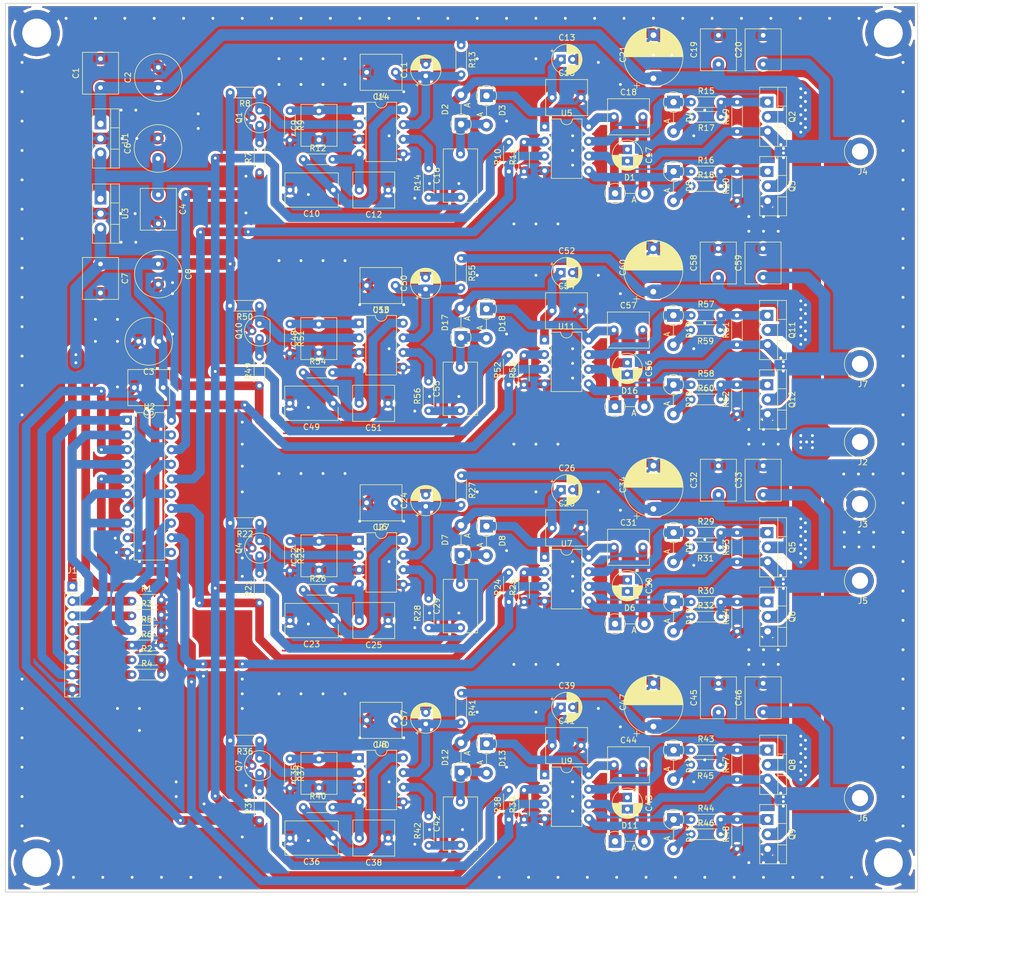
<source format=kicad_pcb>
(kicad_pcb (version 20211014) (generator pcbnew)
  (layers (0 "F.Cu" signal) (31 "B.Cu" signal) (34 "B.Paste" user) (35 "F.Paste" user) (36 "B.SilkS" user "B.Silkscreen") (37 "F.SilkS" user "F.Silkscreen") (38 "B.Mask" user) (39 "F.Mask" user) (44 "Edge.Cuts" user))
  (net 0 "")
  (net 1 "+24V")
  (net 2 "GND")
  (net 3 "+12V")
  (net 4 "+5V")
  (net 5 "Net-(C9-Pad2)")
  (net 6 "Net-(C10-Pad1)")
  (net 7 "Net-(C11-Pad1)")
  (net 8 "Net-(C12-Pad2)")
  (net 9 "Net-(C16-Pad1)")
  (net 10 "Net-(C16-Pad2)")
  (net 11 "/DRIVER_1/33-35V_on_active")
  (net 12 "/OUT_PH_1_A")
  (net 13 "Net-(C22-Pad2)")
  (net 14 "Net-(C23-Pad1)")
  (net 15 "Net-(C24-Pad1)")
  (net 16 "Net-(C25-Pad2)")
  (net 17 "Net-(C29-Pad1)")
  (net 18 "Net-(C29-Pad2)")
  (net 19 "/DRIVER_2/33-35V_on_active")
  (net 20 "/OUT_PH_1_B")
  (net 21 "Net-(C35-Pad2)")
  (net 22 "Net-(C36-Pad1)")
  (net 23 "Net-(C37-Pad1)")
  (net 24 "Net-(C38-Pad2)")
  (net 25 "Net-(C42-Pad1)")
  (net 26 "Net-(C42-Pad2)")
  (net 27 "/DRIVER_3/33-35V_on_active")
  (net 28 "/OUT_PH_2_A")
  (net 29 "Net-(C48-Pad2)")
  (net 30 "Net-(C49-Pad1)")
  (net 31 "Net-(C50-Pad1)")
  (net 32 "Net-(C51-Pad2)")
  (net 33 "Net-(C55-Pad1)")
  (net 34 "Net-(C55-Pad2)")
  (net 35 "/DRIVER_4/33-35V_on_active")
  (net 36 "/OUT_PH_2_B")
  (net 37 "Net-(D4-Pad1)")
  (net 38 "Net-(D4-Pad2)")
  (net 39 "Net-(D5-Pad1)")
  (net 40 "Net-(D5-Pad2)")
  (net 41 "Net-(D9-Pad1)")
  (net 42 "Net-(D9-Pad2)")
  (net 43 "Net-(D10-Pad1)")
  (net 44 "Net-(D10-Pad2)")
  (net 45 "Net-(D14-Pad1)")
  (net 46 "Net-(D14-Pad2)")
  (net 47 "Net-(D15-Pad1)")
  (net 48 "Net-(D15-Pad2)")
  (net 49 "Net-(D19-Pad1)")
  (net 50 "Net-(D19-Pad2)")
  (net 51 "Net-(D20-Pad1)")
  (net 52 "Net-(D20-Pad2)")
  (net 53 "Net-(Q1-Pad1)")
  (net 54 "Net-(Q1-Pad3)")
  (net 55 "Net-(Q3-Pad1)")
  (net 56 "Net-(Q4-Pad1)")
  (net 57 "Net-(Q4-Pad3)")
  (net 58 "Net-(Q6-Pad1)")
  (net 59 "Net-(Q7-Pad1)")
  (net 60 "Net-(Q7-Pad3)")
  (net 61 "Net-(Q9-Pad1)")
  (net 62 "Net-(Q10-Pad1)")
  (net 63 "Net-(Q10-Pad3)")
  (net 64 "Net-(Q12-Pad1)")
  (net 65 "/DIR_PH_1_A")
  (net 66 "/~{EN_PH_1}")
  (net 67 "/DIR_OR_PWM_PH_1_B")
  (net 68 "/~{EN_PH_2}")
  (net 69 "/DIR_PH_2_A")
  (net 70 "/DIR_OR_PWM_PH_2_B")
  (net 71 "/M_1_HI")
  (net 72 "/M_1_LO")
  (net 73 "Net-(R14-Pad2)")
  (net 74 "/M_2_HI")
  (net 75 "/M_2_LO")
  (net 76 "Net-(R28-Pad2)")
  (net 77 "/M_3_HI")
  (net 78 "/M_3_LO")
  (net 79 "Net-(R42-Pad2)")
  (net 80 "/M_4_HI")
  (net 81 "/M_4_LO")
  (net 82 "Net-(R56-Pad2)")
  (net 83 "Net-(R15-Pad2)")
  (net 84 "Net-(R29-Pad2)")
  (net 85 "Net-(R43-Pad2)")
  (net 86 "Net-(R57-Pad2)")
  (footprint "Package_TO_SOT_THT:TO-220-3_Vertical" (layer "F.Cu") (at 146.735 83.7 -90)
    (fp_text reference "Q12")
    (fp_text value "IRF3205")
  )
  (footprint "Capacitor_THT:C_Rect_L7.0mm_W6.0mm_P5.00mm" (layer "F.Cu") (at 138.25 102.717677 90)
    (fp_text reference "C32")
    (fp_text value "100n")
  )
  (footprint "Resistor_THT:R_Axial_DIN0204_L3.6mm_D1.6mm_P5.08mm_Horizontal" (layer "F.Cu") (at 133.56 161.45)
    (fp_text reference "R46")
    (fp_text value "10")
  )
  (footprint "TestPoint:TestPoint_Loop_D3.80mm_Drill2.8mm" (layer "F.Cu") (at 162.735 104.35)
    (fp_text reference "J3")
    (fp_text value "Conn_01x01_Female")
  )
  (footprint "Capacitor_THT:C_Rect_L7.0mm_W6.0mm_P5.00mm" (layer "F.Cu") (at 109.485 108.487677)
    (fp_text reference "C28")
    (fp_text value "100n")
  )
  (footprint "Capacitor_THT:C_Rect_L7.0mm_W6.0mm_P5.00mm" (layer "F.Cu") (at 145.985 102.717677 90)
    (fp_text reference "C33")
    (fp_text value "1n")
  )
  (footprint "Diode_THT:D_DO-41_SOD81_P5.08mm_Vertical_AnodeUp" (layer "F.Cu") (at 120.36793 125.067677)
    (fp_text reference "D6")
    (fp_text value "1N4744A")
  )
  (footprint "Resistor_THT:R_Axial_DIN0204_L3.6mm_D1.6mm_P5.08mm_Horizontal" (layer "F.Cu") (at 58.875 121.447677 90)
    (fp_text reference "R21")
    (fp_text value "10k")
  )
  (footprint "Resistor_THT:R_Axial_DIN0204_L3.6mm_D1.6mm_P5.08mm_Horizontal" (layer "F.Cu") (at 101.975 83.7 90)
    (fp_text reference "R52")
    (fp_text value "10k")
  )
  (footprint "Capacitor_THT:C_Rect_L9.0mm_W5.7mm_P7.50mm_MKT" (layer "F.Cu") (at 93.625 51.27 90)
    (fp_text reference "C16")
    (fp_text value "1u")
  )
  (footprint "Diode_THT:D_DO-41_SOD81_P5.08mm_Vertical_AnodeUp" (layer "F.Cu") (at 120.34293 87.49)
    (fp_text reference "D16")
    (fp_text value "1N4744A")
  )
  (footprint "Diode_THT:D_DO-41_SOD81_P5.08mm_Vertical_AnodeUp" (layer "F.Cu") (at 93.725 38.622183 90)
    (fp_text reference "D2")
    (fp_text value "1n4007")
  )
  (footprint "Capacitor_THT:C_Rect_L7.0mm_W6.0mm_P5.00mm" (layer "F.Cu") (at 81.125 50.02 180)
    (fp_text reference "C12")
    (fp_text value "10n")
  )
  (footprint "Package_DIP:DIP-8_W7.62mm" (layer "F.Cu") (at 76.115 110.627677)
    (fp_text reference "U6")
    (fp_text value "UC2845_SOIC8")
  )
  (footprint "" (layer "F.Cu") (at 20.32 166.37)
    (fp_text reference "")
    (fp_text value "")
  )
  (footprint "Resistor_THT:R_Axial_DIN0204_L3.6mm_D1.6mm_P5.08mm_Horizontal" (layer "F.Cu") (at 133.56 46.8)
    (fp_text reference "R16")
    (fp_text value "10")
  )
  (footprint "Capacitor_THT:C_Rect_L7.0mm_W6.0mm_P5.00mm" (layer "F.Cu") (at 82.395 104.117677 180)
    (fp_text reference "C27")
    (fp_text value "100n")
  )
  (footprint "Resistor_THT:R_Axial_DIN0204_L3.6mm_D1.6mm_P5.08mm_Horizontal" (layer "F.Cu") (at 58.875 145.25 180)
    (fp_text reference "R36")
    (fp_text value "10k")
  )
  (footprint "Capacitor_THT:CP_Radial_D5.0mm_P2.00mm" (layer "F.Cu") (at 122.5 117.467677 -90)
    (fp_text reference "C30")
    (fp_text value "10u")
  )
  (footprint "TestPoint:TestPoint_Loop_D3.80mm_Drill2.8mm" (layer "F.Cu") (at 162.735 93.6)
    (fp_text reference "J2")
    (fp_text value "Conn_01x01_Female")
  )
  (footprint "Capacitor_THT:C_Rect_L7.0mm_W6.0mm_P5.00mm" (layer "F.Cu") (at 145.985 140.35 90)
    (fp_text reference "C46")
    (fp_text value "1n")
  )
  (footprint "Capacitor_THT:C_Rect_L7.0mm_W6.0mm_P5.00mm" (layer "F.Cu") (at 31.355 62.81 -90)
    (fp_text reference "C7")
    (fp_text value "100n")
  )
  (footprint "Resistor_THT:R_Axial_DIN0204_L3.6mm_D1.6mm_P5.08mm_Horizontal" (layer "F.Cu") (at 102 46.81 90)
    (fp_text reference "R10")
    (fp_text value "10k")
  )
  (footprint "Capacitor_THT:C_Rect_L7.0mm_W6.0mm_P5.00mm" (layer "F.Cu") (at 69.145 41.33 90)
    (fp_text reference "C9")
    (fp_text value "1n")
  )
  (footprint "Resistor_THT:R_Axial_DIN0204_L3.6mm_D1.6mm_P5.08mm_Horizontal" (layer "F.Cu") (at 104.625 46.81 90)
    (fp_text reference "R11")
    (fp_text value "10k")
  )
  (footprint "TestPoint:TestPoint_Loop_D3.80mm_Drill2.8mm" (layer "F.Cu") (at 162.735 117.6)
    (fp_text reference "J5")
    (fp_text value "Conn_01x01_Female")
  )
  (footprint "Resistor_THT:R_Axial_DIN0204_L3.6mm_D1.6mm_P5.08mm_Horizontal" (layer "F.Cu") (at 88.125 163.41 90)
    (fp_text reference "R42")
    (fp_text value "10")
  )
  (footprint "Capacitor_THT:C_Rect_L7.0mm_W6.0mm_P5.00mm" (layer "F.Cu") (at 81.125 162.12 180)
    (fp_text reference "C38")
    (fp_text value "10n")
  )
  (footprint "Resistor_THT:R_Axial_DIN0204_L3.6mm_D1.6mm_P5.08mm_Horizontal" (layer "F.Cu") (at 138.68 37.35 180)
    (fp_text reference "R17")
    (fp_text value "10")
  )
  (footprint "Diode_THT:D_DO-41_SOD81_P5.08mm_Vertical_AnodeUp" (layer "F.Cu") (at 98.125 145.797818 -90)
    (fp_text reference "D13")
    (fp_text value "1n4007")
  )
  (footprint "Capacitor_THT:C_Rect_L7.0mm_W6.0mm_P5.00mm" (layer "F.Cu") (at 109.485 146.12)
    (fp_text reference "C41")
    (fp_text value "100n")
  )
  (footprint "Resistor_THT:R_Axial_DIN0204_L3.6mm_D1.6mm_P5.08mm_Horizontal" (layer "F.Cu") (at 66.425 156.8)
    (fp_text reference "R40")
    (fp_text value "100k")
  )
  (footprint "Resistor_THT:R_Axial_DIN0204_L3.6mm_D1.6mm_P5.08mm_Horizontal" (layer "F.Cu") (at 141.485 39.89 90)
    (fp_text reference "R19")
    (fp_text value "10k")
  )
  (footprint "Capacitor_THT:C_Rect_L7.0mm_W6.0mm_P5.00mm" (layer "F.Cu") (at 31.355 32.31 90)
    (fp_text reference "C1")
    (fp_text value "100n")
  )
  (footprint "Capacitor_THT:CP_Radial_D5.0mm_P2.00mm" (layer "F.Cu") (at 87.625 142.37 90)
    (fp_text reference "C37")
    (fp_text value "10u")
  )
  (footprint "Resistor_THT:R_Axial_DIN0204_L3.6mm_D1.6mm_P5.08mm_Horizontal" (layer "F.Cu") (at 93.725 61.85 -90)
    (fp_text reference "R55")
    (fp_text value "10")
  )
  (footprint "Resistor_THT:R_Axial_DIN0204_L3.6mm_D1.6mm_P5.08mm_Horizontal" (layer "F.Cu") (at 36.8 120.9)
    (fp_text reference "R1")
    (fp_text value "10k")
  )
  (footprint "Package_DIP:DIP-8_W7.62mm" (layer "F.Cu") (at 76.09 73.05)
    (fp_text reference "U10")
    (fp_text value "UC2845_SOIC8")
  )
  (footprint "Resistor_THT:R_Axial_DIN0204_L3.6mm_D1.6mm_P5.08mm_Horizontal" (layer "F.Cu") (at 138.56 149.45 180)
    (fp_text reference "R45")
    (fp_text value "10")
  )
  (footprint "Capacitor_THT:C_Rect_L7.0mm_W6.0mm_P5.00mm" (layer "F.Cu") (at 109.46 70.91)
    (fp_text reference "C54")
    (fp_text value "100n")
  )
  (footprint "Capacitor_THT:C_Rect_L7.0mm_W6.0mm_P5.00mm" (layer "F.Cu") (at 145.96 65.14 90)
    (fp_text reference "C59")
    (fp_text value "1n")
  )
  (footprint "Resistor_THT:R_Axial_DIN0204_L3.6mm_D1.6mm_P5.08mm_Horizontal" (layer "F.Cu") (at 104.6 83.7 90)
    (fp_text reference "R53")
    (fp_text value "10k")
  )
  (footprint "Capacitor_THT:CP_Radial_D10.0mm_P7.50mm" (layer "F.Cu") (at 127 142.820708 90)
    (fp_text reference "C47")
    (fp_text value "220u")
  )
  (footprint "Diode_THT:D_DO-41_SOD81_P5.08mm_Vertical_AnodeUp" (layer "F.Cu") (at 98.125 33.697818 -90)
    (fp_text reference "D3")
    (fp_text value "1n4007")
  )
  (footprint "Resistor_THT:R_Axial_DIN0204_L3.6mm_D1.6mm_P5.08mm_Horizontal" (layer "F.Cu") (at 102 158.91 90)
    (fp_text reference "R38")
    (fp_text value "10k")
  )
  (footprint "Package_TO_SOT_THT:TO-220-3_Vertical" (layer "F.Cu") (at 31.355 51.56 -90)
    (fp_text reference "U3")
    (fp_text value "LM7805_TO220")
  )
  (footprint "Diode_THT:D_DO-41_SOD81_P5.08mm_Vertical_AnodeUp" (layer "F.Cu") (at 130.46 71.7 -90)
    (fp_text reference "D19")
    (fp_text value "1N4007")
  )
  (footprint "Diode_THT:D_DO-41_SOD81_P5.08mm_Vertical_AnodeUp" (layer "F.Cu") (at 98.125 108.165495 -90)
    (fp_text reference "D8")
    (fp_text value "1n4007")
  )
  (footprint "Package_DIP:DIP-8_W7.62mm" (layer "F.Cu") (at 108.185 151.15)
    (fp_text reference "U9")
    (fp_text value "IRS2003")
  )
  (footprint "Capacitor_THT:C_Rect_L7.0mm_W6.0mm_P5.00mm" (layer "F.Cu") (at 69.12 78.22 90)
    (fp_text reference "C48")
    (fp_text value "1n")
  )
  (footprint "" (layer "F.Cu") (at 167.64 166.37)
    (fp_text reference "")
    (fp_text value "")
  )
  (footprint "Diode_THT:D_DO-41_SOD81_P5.08mm_Vertical_AnodeUp" (layer "F.Cu") (at 130.485 146.91 -90)
    (fp_text reference "D14")
    (fp_text value "1N4007")
  )
  (footprint "Resistor_THT:R_Axial_DIN0204_L3.6mm_D1.6mm_P5.08mm_Horizontal" (layer "F.Cu") (at 104.625 158.91 90)
    (fp_text reference "R39")
    (fp_text value "10k")
  )
  (footprint "Capacitor_THT:C_Rect_L9.0mm_W5.7mm_P7.50mm_MKT" (layer "F.Cu") (at 71.625 50.02 180)
    (fp_text reference "C10")
    (fp_text value "1u")
  )
  (footprint "Capacitor_THT:C_Rect_L9.0mm_W5.7mm_P7.50mm_MKT" (layer "F.Cu") (at 71.6 86.91 180)
    (fp_text reference "C49")
    (fp_text value "1u")
  )
  (footprint "Resistor_THT:R_Axial_DIN0204_L3.6mm_D1.6mm_P5.08mm_Horizontal" (layer "F.Cu") (at 93.75 99.427677 -90)
    (fp_text reference "R27")
    (fp_text value "10")
  )
  (footprint "Capacitor_THT:C_Rect_L7.0mm_W6.0mm_P5.00mm" (layer "F.Cu") (at 82.37 66.54 180)
    (fp_text reference "C53")
    (fp_text value "100n")
  )
  (footprint "Resistor_THT:R_Axial_DIN0204_L3.6mm_D1.6mm_P5.08mm_Horizontal" (layer "F.Cu") (at 58.875 46.98 90)
    (fp_text reference "R7")
    (fp_text value "10k")
  )
  (footprint "Diode_THT:D_DO-41_SOD81_P5.08mm_Vertical_AnodeUp" (layer "F.Cu") (at 130.485 109.277677 -90)
    (fp_text reference "D9")
    (fp_text value "1N4007")
  )
  (footprint "Package_DIP:DIP-8_W7.62mm" (layer "F.Cu") (at 108.185 113.517677)
    (fp_text reference "U7")
    (fp_text value "IRS2003")
  )
  (footprint "Resistor_THT:R_Axial_DIN0204_L3.6mm_D1.6mm_P5.08mm_Horizontal" (layer "F.Cu") (at 36.8 123.5)
    (fp_text reference "R3")
    (fp_text value "10k")
  )
  (footprint "Resistor_THT:R_Axial_DIN0204_L3.6mm_D1.6mm_P5.08mm_Horizontal" (layer "F.Cu") (at 36.8 128.8)
    (fp_text reference "R6")
    (fp_text value "10k")
  )
  (footprint "Package_TO_SOT_THT:TO-220-3_Vertical" (layer "F.Cu") (at 146.76 34.81 -90)
    (fp_text reference "Q2")
    (fp_text value "IRF3205")
  )
  (footprint "Capacitor_THT:C_Rect_L7.0mm_W6.0mm_P5.00mm" (layer "F.Cu") (at 69.145 115.797677 90)
    (fp_text reference "C22")
    (fp_text value "1n")
  )
  (footprint "Diode_THT:D_DO-41_SOD81_P5.08mm_Vertical_AnodeUp" (layer "F.Cu") (at 98.1 70.587818 -90)
    (fp_text reference "D18")
    (fp_text value "1n4007")
  )
  (footprint "Resistor_THT:R_Axial_DIN0204_L3.6mm_D1.6mm_P5.08mm_Horizontal" (layer "F.Cu") (at 36.83 131.3)
    (fp_text reference "R2")
    (fp_text value "10k")
  )
  (footprint "Capacitor_THT:CP_Radial_D5.0mm_P2.00mm" (layer "F.Cu") (at 87.6 67.16 90)
    (fp_text reference "C50")
    (fp_text value "10u")
  )
  (footprint "Resistor_THT:R_Axial_DIN0204_L3.6mm_D1.6mm_P5.08mm_Horizontal" (layer "F.Cu") (at 58.875 159.08 90)
    (fp_text reference "R35")
    (fp_text value "10k")
  )
  (footprint "Resistor_THT:R_Axial_DIN0204_L3.6mm_D1.6mm_P5.08mm_Horizontal" (layer "F.Cu") (at 141.46 76.78 90)
    (fp_text reference "R61")
    (fp_text value "10k")
  )
  (footprint "Capacitor_THT:CP_Radial_D5.0mm_P2.00mm" (layer "F.Cu") (at 87.625 30.27 90)
    (fp_text reference "C11")
    (fp_text value "10u")
  )
  (footprint "Resistor_THT:R_Axial_DIN0204_L3.6mm_D1.6mm_P5.08mm_Horizontal" (layer "F.Cu") (at 133.56 71.7)
    (fp_text reference "R57")
    (fp_text value "10")
  )
  (footprint "Diode_THT:D_DO-41_SOD81_P5.08mm_Vertical_AnodeUp" (layer "F.Cu") (at 130.485 158.91 -90)
    (fp_text reference "D15")
    (fp_text value "1N4007")
  )
  (footprint "Capacitor_THT:CP_Radial_D5.0mm_P2.00mm" (layer "F.Cu") (at 122.5 43 -90)
    (fp_text reference "C17")
    (fp_text value "10u")
  )
  (footprint "Capacitor_THT:C_Rect_L7.0mm_W6.0mm_P5.00mm" (layer "F.Cu") (at 42.2 84.2 180)
    (fp_text reference "C5")
    (fp_text value "100n")
  )
  (footprint "Resistor_THT:R_Axial_DIN0204_L3.6mm_D1.6mm_P5.08mm_Horizontal" (layer "F.Cu") (at 88.125 125.777677 90)
    (fp_text reference "R28")
    (fp_text value "10")
  )
  (footprint "Resistor_THT:R_Axial_DIN0204_L3.6mm_D1.6mm_P5.08mm_Horizontal" (layer "F.Cu") (at 133.56 123.817677)
    (fp_text reference "R32")
    (fp_text value "10")
  )
  (footprint "Package_DIP:DIP-8_W7.62mm" (layer "F.Cu") (at 76.115 148.26)
    (fp_text reference "U8")
    (fp_text value "UC2845_SOIC8")
  )
  (footprint "Capacitor_THT:C_Rect_L7.0mm_W6.0mm_P5.00mm" (layer "F.Cu") (at 109.485 34.02)
    (fp_text reference "C15")
    (fp_text value "100n")
  )
  (footprint "Resistor_THT:R_Axial_DIN0204_L3.6mm_D1.6mm_P5.08mm_Horizontal" (layer "F.Cu") (at 64.125 36.29 -90)
    (fp_text reference "R9")
    (fp_text value "100k")
  )
  (footprint "Capacitor_THT:C_Rect_L9.0mm_W5.7mm_P7.50mm_MKT" (layer "F.Cu") (at 93.6 88.16 90)
    (fp_text reference "C55")
    (fp_text value "1u")
  )
  (footprint "Package_TO_SOT_THT:TO-220-3_Vertical" (layer "F.Cu") (at 146.76 146.91 -90)
    (fp_text reference "Q8")
    (fp_text value "IRF3205")
  )
  (footprint "TestPoint:TestPoint_Loop_D3.80mm_Drill2.8mm" (layer "F.Cu") (at 162.735 43.35)
    (fp_text reference "J4")
    (fp_text value "Conn_01x01_Female")
  )
  (footprint "Resistor_THT:R_Axial_DIN0204_L3.6mm_D1.6mm_P5.08mm_Horizontal" (layer "F.Cu") (at 58.875 33.15 180)
    (fp_text reference "R8")
    (fp_text value "10k")
  )
  (footprint "Capacitor_THT:C_Rect_L7.0mm_W6.0mm_P5.00mm" (layer "F.Cu") (at 120.190112 37.35)
    (fp_text reference "C18")
    (fp_text value "10n")
  )
  (footprint "Resistor_THT:R_Axial_DIN0204_L3.6mm_D1.6mm_P5.08mm_Horizontal" (layer "F.Cu") (at 141.485 163.99 90)
    (fp_text reference "R48")
    (fp_text value "10k")
  )
  (footprint "Resistor_THT:R_Axial_DIN0204_L3.6mm_D1.6mm_P5.08mm_Horizontal" (layer "F.Cu") (at 133.56 146.91)
    (fp_text reference "R43")
    (fp_text value "10")
  )
  (footprint "Capacitor_THT:C_Rect_L9.0mm_W5.7mm_P7.50mm_MKT" (layer "F.Cu") (at 93.625 163.37 90)
    (fp_text reference "C42")
    (fp_text value "1u")
  )
  (footprint "Diode_THT:D_DO-41_SOD81_P5.08mm_Vertical_AnodeUp" (layer "F.Cu") (at 93.725 150.722183 90)
    (fp_text reference "D12")
    (fp_text value "1n4007")
  )
  (footprint "Diode_THT:D_DO-41_SOD81_P5.08mm_Vertical_AnodeUp" (layer "F.Cu") (at 130.46 83.7 -90)
    (fp_text reference "D20")
    (fp_text value "1N4007")
  )
  (footprint "Resistor_THT:R_Axial_DIN0204_L3.6mm_D1.6mm_P5.08mm_Horizontal" (layer "F.Cu") (at 88.125 51.31 90)
    (fp_text reference "R14")
    (fp_text value "10")
  )
  (footprint "Resistor_THT:R_Axial_DIN0204_L3.6mm_D1.6mm_P5.08mm_Horizontal" (layer "F.Cu") (at 138.56 111.817677 180)
    (fp_text reference "R31")
    (fp_text value "10")
  )
  (footprint "Resistor_THT:R_Axial_DIN0204_L3.6mm_D1.6mm_P5.08mm_Horizontal" (layer "F.Cu") (at 88.1 88.2 90)
    (fp_text reference "R56")
    (fp_text value "10")
  )
  (footprint "Package_TO_SOT_THT:TO-92" (layer "F.Cu") (at 58.875 38.77 90)
    (fp_text reference "Q1")
    (fp_text value "BC849")
  )
  (footprint "Capacitor_THT:C_Rect_L7.0mm_W6.0mm_P5.00mm" (layer "F.Cu") (at 120.190112 149.45)
    (fp_text reference "C44")
    (fp_text value "10n")
  )
  (footprint "Diode_THT:D_DO-41_SOD81_P5.08mm_Vertical_AnodeUp" (layer "F.Cu") (at 93.725 113.08986 90)
    (fp_text reference "D7")
    (fp_text value "1n4007")
  )
  (footprint "Package_DIP:DIP-8_W7.62mm" (layer "F.Cu") (at 76.115 36.16)
    (fp_text reference "U4")
    (fp_text value "UC2845_SOIC8")
  )
  (footprint "Capacitor_THT:CP_Radial_D5.0mm_P2.00mm" (layer "F.Cu") (at 111.029888 27.41)
    (fp_text reference "C13")
    (fp_text value "10u")
  )
  (footprint "Resistor_THT:R_Axial_DIN0204_L3.6mm_D1.6mm_P5.08mm_Horizontal" (layer "F.Cu") (at 66.4 81.59)
    (fp_text reference "R54")
    (fp_text value "100k")
  )
  (footprint "Resistor_THT:R_Axial_DIN0204_L3.6mm_D1.6mm_P5.08mm_Horizontal" (layer "F.Cu") (at 64.125 148.39 -90)
    (fp_text reference "R37")
    (fp_text value "100k")
  )
  (footprint "Capacitor_THT:CP_Radial_D5.0mm_P2.00mm" (layer "F.Cu") (at 122.5 155.1 -90)
    (fp_text reference "C43")
    (fp_text value "10u")
  )
  (footprint "Resistor_THT:R_Axial_DIN0204_L3.6mm_D1.6mm_P5.08mm_Horizontal" (layer "F.Cu") (at 133.56 121.277677)
    (fp_text reference "R30")
    (fp_text value "10")
  )
  (footprint "Resistor_THT:R_Axial_DIN0204_L3.6mm_D1.6mm_P5.08mm_Horizontal" (layer "F.Cu") (at 133.56 49.34)
    (fp_text reference "R18")
    (fp_text value "10")
  )
  (footprint "Resistor_THT:R_Axial_DIN0204_L3.6mm_D1.6mm_P5.08mm_Horizontal" (layer "F.Cu") (at 133.56 109.277677)
    (fp_text reference "R29")
    (fp_text value "10")
  )
  (footprint "Capacitor_THT:C_Rect_L7.0mm_W6.0mm_P5.00mm" (layer "F.Cu") (at 82.395 141.75 180)
    (fp_text reference "C40")
    (fp_text value "100n")
  )
  (footprint "Resistor_THT:R_Axial_DIN0204_L3.6mm_D1.6mm_P5.08mm_Horizontal" (layer "F.Cu") (at 36.8 126.22)
    (fp_text reference "R5")
    (fp_text value "10k")
  )
  (footprint "Resistor_THT:R_Axial_DIN0204_L3.6mm_D1.6mm_P5.08mm_Horizontal" (layer "F.Cu") (at 133.56 86.24)
    (fp_text reference "R60")
    (fp_text value "10")
  )
  (footprint "Capacitor_THT:C_Rect_L7.0mm_W6.0mm_P5.00mm" (layer "F.Cu") (at 41.355 50.84 -90)
    (fp_text reference "C4")
    (fp_text value "100n")
  )
  (footprint "" (layer "F.Cu") (at 167.64 22.86)
    (fp_text reference "")
    (fp_text value "")
  )
  (footprint "Package_TO_SOT_THT:TO-220-3_Vertical" (layer "F.Cu") (at 146.76 46.81 -90)
    (fp_text reference "Q3")
    (fp_text value "IRF3205")
  )
  (footprint "Resistor_THT:R_Axial_DIN0204_L3.6mm_D1.6mm_P5.08mm_Horizontal" (layer "F.Cu") (at 93.75 137.06 -90)
    (fp_text reference "R41")
    (fp_text value "10")
  )
  (footprint "Capacitor_THT:C_Rect_L7.0mm_W6.0mm_P5.00mm" (layer "F.Cu") (at 120.165112 74.24)
    (fp_text reference "C57")
    (fp_text value "10n")
  )
  (footprint "TestPoint:TestPoint_Loop_D3.80mm_Drill2.8mm" (layer "F.Cu") (at 162.735 155.2)
    (fp_text reference "J6")
    (fp_text value "Conn_01x01_Female")
  )
  (footprint "Capacitor_THT:C_Rect_L9.0mm_W5.7mm_P7.50mm_MKT" (layer "F.Cu") (at 71.625 124.487677 180)
    (fp_text reference "C23")
    (fp_text value "1u")
  )
  (footprint "Capacitor_THT:C_Radial_D8.0mm_H11.5mm_P3.50mm" (layer "F.Cu") (at 41.3 44.577 90)
    (fp_text reference "C6")
    (fp_text value "22u")
  )
  (footprint "Capacitor_THT:CP_Radial_D5.0mm_P2.00mm" (layer "F.Cu") (at 122.475 79.89 -90)
    (fp_text reference "C56")
    (fp_text value "10u")
  )
  (footprint "Diode_THT:D_DO-41_SOD81_P5.08mm_Vertical_AnodeUp" (layer "F.Cu") (at 130.485 46.81 -90)
    (fp_text reference "D5")
    (fp_text value "1N4007")
  )
  (footprint "Capacitor_THT:C_Rect_L7.0mm_W6.0mm_P5.00mm" (layer "F.Cu") (at 138.25 140.35 90)
    (fp_text reference "C45")
    (fp_text value "100n")
  )
  (footprint "Capacitor_THT:CP_Radial_D5.0mm_P2.00mm" (layer "F.Cu") (at 111.004888 64.3)
    (fp_text reference "C52")
    (fp_text value "10u")
  )
  (footprint "Diode_THT:D_DO-41_SOD81_P5.08mm_Vertical_AnodeUp" (layer "F.Cu") (at 120.36793 162.7)
    (fp_text reference "D11")
    (fp_text value "1N4744A")
  )
  (footprint "Resistor_THT:R_Axial_DIN0204_L3.6mm_D1.6mm_P5.08mm_Horizontal" (layer "F.Cu") (at 93.75 24.96 -90)
    (fp_text reference "R13")
    (fp_text value "10")
  )
  (footprint "Diode_THT:D_DO-41_SOD81_P5.08mm_Vertical_AnodeUp" (layer "F.Cu") (at 130.485 121.277677 -90)
    (fp_text reference "D10")
    (fp_text value "1N4007")
  )
  (footprint "Diode_THT:D_DO-41_SOD81_P5.08mm_Vertical_AnodeUp" (layer "F.Cu") (at 120.36793 50.6)
    (fp_text reference "D1")
    (fp_text value "1N4744A")
  )
  (footprint "Capacitor_THT:C_Rect_L7.0mm_W6.0mm_P5.00mm" (layer "F.Cu") (at 69.145 153.43 90)
    (fp_text reference "C35")
    (fp_text value "1n")
  )
  (footprint "Package_TO_SOT_THT:TO-92" (layer "F.Cu") (at 58.875 150.87 90)
    (fp_text reference "Q7")
    (fp_text value "BC849")
  )
  (footprint "" (layer "F.Cu") (at 20.32 22.86)
    (fp_text reference "")
    (fp_text value "")
  )
  (footprint "Package_TO_SOT_THT:TO-220-3_Vertical" (layer "F.Cu") (at 146.76 158.91 -90)
    (fp_text reference "Q9")
    (fp_text value "IRF3205")
  )
  (footprint "Capacitor_THT:C_Rect_L7.0mm_W6.0mm_P5.00mm" (layer "F.Cu") (at 82.395 29.65 180)
    (fp_text reference "C14")
    (fp_text value "100n")
  )
  (footprint "Capacitor_THT:C_Rect_L7.0mm_W6.0mm_P5.00mm" (layer "F.Cu") (at 138.225 65.14 90)
    (fp_text reference "C58")
    (fp_text value "100n")
  )
  (footprint "Package_TO_SOT_THT:TO-220-3_Vertical" (layer "F.Cu") (at 146.76 109.277677 -90)
    (fp_text reference "Q5")
    (fp_text value "IRF3205")
  )
  (footprint "Resistor_THT:R_Axial_DIN0204_L3.6mm_D1.6mm_P5.08mm_Horizontal" (layer "F.Cu") (at 141.485 114.357677 90)
    (fp_text reference "R33")
    (fp_text value "10k")
  )
  (footprint "Package_TO_SOT_THT:TO-220-3_Vertical" (layer "F.Cu") (at 31.355 38.56 -90)
    (fp_text reference "U1")
    (fp_text value "LM7812_TO220")
  )
  (footprint "Capacitor_THT:C_Rect_L7.0mm_W6.0mm_P5.00mm" (layer "F.Cu") (at 138.25 28.25 90)
    (fp_text reference "C19")
    (fp_text value "100n")
  )
  (footprint "Package_DIP:DIP-8_W7.62mm" (layer "F.Cu") (at 108.185 39.05)
    (fp_text reference "U5")
    (fp_text value "IRS2003")
  )
  (footprint "Resistor_THT:R_Axial_DIN0204_L3.6mm_D1.6mm_P5.08mm_Horizontal" (layer "F.Cu") (at 58.85 83.87 90)
    (fp_text reference "R49")
    (fp_text value "10k")
  )
  (footprint "Resistor_THT:R_Axial_DIN0204_L3.6mm_D1.6mm_P5.08mm_Horizontal" (layer "F.Cu") (at 141.485 151.99 90)
    (fp_text reference "R47")
    (fp_text value "10k")
  )
  (footprint "Capacitor_THT:C_Rect_L9.0mm_W5.7mm_P7.50mm_MKT" (layer "F.Cu") (at 71.625 162.12 180)
    (fp_text reference "C36")
    (fp_text value "1u")
  )
  (footprint "Package_TO_SOT_THT:TO-220-3_Vertical" (layer "F.Cu") (at 146.76 121.277677 -90)
    (fp_text reference "Q6")
    (fp_text value "IRF3205")
  )
  (footprint "Resistor_THT:R_Axial_DIN0204_L3.6mm_D1.6mm_P5.08mm_Horizontal" (layer "F.Cu") (at 141.485 126.357677 90)
    (fp_text reference "R34")
    (fp_text value "10k")
  )
  (footprint "Resistor_THT:R_Axial_DIN0204_L3.6mm_D1.6mm_P5.08mm_Horizontal" (layer "F.Cu") (at 138.56 74.24 180)
    (fp_text reference "R59")
    (fp_text value "10")
  )
  (footprint "Resistor_THT:R_Axial_DIN0204_L3.6mm_D1.6mm_P5.08mm_Horizontal" (layer "F.Cu") (at 64.1 73.18 -90)
    (fp_text reference "R51")
    (fp_text value "100k")
  )
  (footprint "Package_TO_SOT_THT:TO-220-3_Vertical" (layer "F.Cu") (at 146.735 71.7 -90)
    (fp_text reference "Q11")
    (fp_text value "IRF3205")
  )
  (footprint "Resistor_THT:R_Axial_DIN0204_L3.6mm_D1.6mm_P5.08mm_Horizontal" (layer "F.Cu") (at 66.425 44.7)
    (fp_text reference "R12")
    (fp_text value "100k")
  )
  (footprint "Resistor_THT:R_Axial_DIN0204_L3.6mm_D1.6mm_P5.08mm_Horizontal" (layer "F.Cu") (at 102 121.277677 90)
    (fp_text reference "R24")
    (fp_text value "10k")
  )
  (footprint "Package_DIP:DIP-8_W7.62mm" (layer "F.Cu") (at 108.16 75.94)
    (fp_text reference "U11")
    (fp_text value "IRS2003")
  )
  (footprint "Diode_THT:D_DO-41_SOD81_P5.08mm_Vertical_AnodeUp" (layer "F.Cu") (at 93.7 75.512183 90)
    (fp_text reference "D17")
    (fp_text value "1n4007")
  )
  (footprint "Resistor_THT:R_Axial_DIN0204_L3.6mm_D1.6mm_P5.08mm_Horizontal" (layer "F.Cu") (at 104.625 121.277677 90)
    (fp_text reference "R25")
    (fp_text value "10k")
  )
  (footprint "Package_TO_SOT_THT:TO-92" (layer "F.Cu") (at 58.85 75.66 90)
    (fp_text reference "Q10")
    (fp_text value "BC849")
  )
  (footprint "Capacitor_THT:C_Rect_L9.0mm_W5.7mm_P7.50mm_MKT" (layer "F.Cu") (at 93.625 125.737677 90)
    (fp_text reference "C29")
    (fp_text value "1u")
  )
  (footprint "Capacitor_THT:CP_Radial_D5.0mm_P2.00mm" (layer "F.Cu") (at 87.625 104.737677 90)
    (fp_text reference "C24")
    (fp_text value "10u")
  )
  (footprint "Package_DIP:DIP-20_W7.62mm" (layer "F.Cu") (at 36 89.85)
    (fp_text reference "U2")
    (fp_text value "74HC244")
  )
  (footprint "Capacitor_THT:C_Radial_D8.0mm_H11.5mm_P3.50mm" (layer "F.Cu") (at 41.355 32.31 90)
    (fp_text reference "C2")
    (fp_text value "22u")
  )
  (footprint "Capacitor_THT:CP_Radial_D10.0mm_P7.50mm" (layer "F.Cu") (at 127 105.188385 90)
    (fp_text reference "C34")
    (fp_text value "220u")
  )
  (footprint "Resistor_THT:R_Axial_DIN0204_L3.6mm_D1.6mm_P5.08mm_Horizontal" (layer "F.Cu") (at 133.56 158.91)
    (fp_text reference "R44")
    (fp_text value "10")
  )
  (footprint "Capacitor_THT:C_Radial_D8.0mm_H11.5mm_P3.50mm" (layer "F.Cu") (at 41.45 76.2 180)
    (fp_text reference "C3")
    (fp_text value "22u")
  )
  (footprint "Resistor_THT:R_Axial_DIN0204_L3.6mm_D1.6mm_P5.08mm_Horizontal" (layer "F.Cu") (at 64.125 110.757677 -90)
    (fp_text reference "R23")
    (fp_text value "100k")
  )
  (footprint "TestPoint:TestPoint_Loop_D3.80mm_Drill2.8mm" (layer "F.Cu") (at 162.735 80.1)
    (fp_text reference "J7")
    (fp_text value "Conn_01x01_Female")
  )
  (footprint "Resistor_THT:R_Axial_DIN0204_L3.6mm_D1.6mm_P5.08mm_Horizontal" (layer "F.Cu") (at 58.875 107.617677 180)
    (fp_text reference "R22")
    (fp_text value "10k")
  )
  (footprint "Resistor_THT:R_Axial_DIN0204_L3.6mm_D1.6mm_P5.08mm_Horizontal" (layer "F.Cu") (at 141.46 88.78 90)
    (fp_text reference "R62")
    (fp_text value "10k")
  )
  (footprint "Capacitor_THT:C_Radial_D8.0mm_H11.5mm_P3.50mm" (layer "F.Cu") (at 41.355 62.81 -90)
    (fp_text reference "C8")
    (fp_text value "22u")
  )
  (footprint "Capacitor_THT:C_Rect_L7.0mm_W6.0mm_P5.00mm" (layer "F.Cu") (at 81.1 86.91 180)
    (fp_text reference "C51")
    (fp_text value "10n")
  )
  (footprint "Capacitor_THT:CP_Radial_D10.0mm_P7.50mm" (layer "F.Cu") (at 126.975 67.610708 90)
    (fp_text reference "C60")
    (fp_text value "220u")
  )
  (footprint "Resistor_THT:R_Axial_DIN0204_L3.6mm_D1.6mm_P5.08mm_Horizontal" (layer "F.Cu") (at 133.56 83.7)
    (fp_text reference "R58")
    (fp_text value "10")
  )
  (footprint "Resistor_THT:R_Axial_DIN0204_L3.6mm_D1.6mm_P5.08mm_Horizontal" (layer "F.Cu") (at 58.85 70.04 180)
    (fp_text reference "R50")
    (fp_text value "10k")
  )
  (footprint "Resistor_THT:R_Axial_DIN0204_L3.6mm_D1.6mm_P5.08mm_Horizontal" (layer "F.Cu") (at 36.83 133.84)
    (fp_text reference "R4")
    (fp_text value "10k")
  )
  (footprint "Capacitor_THT:C_Rect_L7.0mm_W6.0mm_P5.00mm" (layer "F.Cu") (at 145.985 28.25 90)
    (fp_text reference "C20")
    (fp_text value "1n")
  )
  (footprint "Resistor_THT:R_Axial_DIN0204_L3.6mm_D1.6mm_P5.08mm_Horizontal" (layer "F.Cu") (at 66.425 119.167677)
    (fp_text reference "R26")
    (fp_text value "100k")
  )
  (footprint "Connector_PinSocket_2.54mm:PinSocket_1x08_P2.54mm_Vertical" (layer "F.Cu") (at 26.485 118.6)
    (fp_text reference "J1")
    (fp_text value "Conn_01x08_Female")
  )
  (footprint "Resistor_THT:R_Axial_DIN0204_L3.6mm_D1.6mm_P5.08mm_Horizontal" (layer "F.Cu") (at 133.6 34.81)
    (fp_text reference "R15")
    (fp_text value "10")
  )
  (footprint "Capacitor_THT:CP_Radial_D10.0mm_P7.50mm" (layer "F.Cu") (at 127 30.720708 90)
    (fp_text reference "C21")
    (fp_text value "220u")
  )
  (footprint "Capacitor_THT:CP_Radial_D5.0mm_P2.00mm" (layer "F.Cu") (at 111.029888 101.877677)
    (fp_text reference "C26")
    (fp_text value "10u")
  )
  (footprint "Resistor_THT:R_Axial_DIN0204_L3.6mm_D1.6mm_P5.08mm_Horizontal" (layer "F.Cu") (at 141.485 51.89 90)
    (fp_text reference "R20")
    (fp_text value "10k")
  )
  (footprint "Diode_THT:D_DO-41_SOD81_P5.08mm_Vertical_AnodeUp" (layer "F.Cu") (at 130.485 34.81 -90)
    (fp_text reference "D4")
    (fp_text value "1N4007")
  )
  (footprint "Capacitor_THT:C_Rect_L7.0mm_W6.0mm_P5.00mm" (layer "F.Cu") (at 120.190112 111.817677)
    (fp_text reference "C31")
    (fp_text value "10n")
  )
  (footprint "Capacitor_THT:CP_Radial_D5.0mm_P2.00mm" (layer "F.Cu") (at 111.029888 139.51)
    (fp_text reference "C39")
    (fp_text value "10u")
  )
  (footprint "Package_TO_SOT_THT:TO-92" (layer "F.Cu") (at 58.875 113.237677 90)
    (fp_text reference "Q4")
    (fp_text value "BC849")
  )
  (footprint "Capacitor_THT:C_Rect_L7.0mm_W6.0mm_P5.00mm" (layer "F.Cu") (at 81.125 124.487677 180)
    (fp_text reference "C25")
    (fp_text value "10n")
  )
  (gr_rect (start 14.9 171.48) (end 172.72 17.72) (layer "Edge.Cuts") (width 0.15) (fill none))
  (segment (start 154.5 92.5) (end 154.5 94.6) (width 3) (layer "F.Cu") (net 1))
  (segment (start 152.5 106.9) (end 152.5 99.1) (width 3) (layer "F.Cu") (net 1))
  (segment (start 151.8 147.5) (end 152.5 147.5) (width 2) (layer "F.Cu") (net 1))
  (segment (start 152.5 32.5) (end 154.5 34.5) (width 3) (layer "F.Cu") (net 1))
  (segment (start 149.85 37.35) (end 151.7 35.5) (width 2) (layer "F.Cu") (net 1))
  (segment (start 151.5 72.5) (end 152.5 72.5) (width 2) (layer "F.Cu") (net 1))
  (segment (start 146.76 111.817677) (end 149.882323 111.817677) (width 2) (layer "F.Cu") (net 1))
  (segment (start 154.5 94.6) (end 154.5 150) (width 3) (layer "F.Cu") (net 1))
  (segment (start 149.95 149.45) (end 152.5 152) (width 2) (layer "F.Cu") (net 1))
  (segment (start 152.5 99.1) (end 158 93.6) (width 3) (layer "F.Cu") (net 1))
  (segment (start 152.5 38.5) (end 152.5 37) (width 3) (layer "F.Cu") (net 1))
  (segment (start 152.5 92.5) (end 152.5 77) (width 3) (layer "F.Cu") (net 1))
  (segment (start 146.735 74.24) (end 149.76 74.24) (width 2) (layer "F.Cu") (net 1))
  (segment (start 146.76 149.45) (end 149.95 149.45) (width 2) (layer "F.Cu") (net 1))
  (segment (start 152.5 74) (end 152.5 72.5) (width 3) (layer "F.Cu") (net 1))
  (segment (start 152.5 77) (end 152.5 75.5) (width 3) (layer "F.Cu") (net 1))
  (segment (start 154.5 34.5) (end 154.5 92.5) (width 3) (layer "F.Cu") (net 1))
  (segment (start 154.5 150) (end 152.5 152) (width 3) (layer "F.Cu") (net 1))
  (segment (start 152.5 94.6) (end 152.5 152) (width 3) (layer "F.Cu") (net 1))
  (segment (start 152.5 93.6) (end 152.5 94.6) (width 3) (layer "F.Cu") (net 1))
  (segment (start 152.5 77) (end 152.5 88.1) (width 3) (layer "F.Cu") (net 1))
  (segment (start 152.5 72.5) (end 152.5 71) (width 3) (layer "F.Cu") (net 1))
  (segment (start 149.76 74.24) (end 151.5 72.5) (width 2) (layer "F.Cu") (net 1))
  (segment (start 146.76 37.35) (end 149.85 37.35) (width 2) (layer "F.Cu") (net 1))
  (segment (start 152.5 75.5) (end 152.5 74) (width 3) (layer "F.Cu") (net 1))
  (segment (start 162.735 93.6) (end 153.9 93.6) (width 5) (layer "F.Cu") (net 1))
  (segment (start 151.8 109.9) (end 152.5 109.9) (width 2) (layer "F.Cu") (net 1))
  (segment (start 146.76 149.45) (end 149.85 149.45) (width 2) (layer "F.Cu") (net 1))
  (segment (start 149.867677 111.817677) (end 151.65 113.6) (width 2) (layer "F.Cu") (net 1))
  (segment (start 149.74 74.24) (end 152.5 76.7) (width 2) (layer "F.Cu") (net 1))
  (segment (start 152.5 69.5) (end 152.5 40) (width 3) (layer "F.Cu") (net 1))
  (segment (start 152.5 32.5) (end 152.5 38.5) (width 3) (layer "F.Cu") (net 1))
  (segment (start 158 93.6) (end 162.735 93.6) (width 3) (layer "F.Cu") (net 1))
  (segment (start 149.882323 111.817677) (end 151.8 109.9) (width 2) (layer "F.Cu") (net 1))
  (segment (start 151.65 113.6) (end 153.3 113.6) (width 2) (layer "F.Cu") (net 1))
  (segment (start 146.735 74.24) (end 149.74 74.24) (width 2) (layer "F.Cu") (net 1))
  (segment (start 149.85 149.45) (end 151.8 147.5) (width 2) (layer "F.Cu") (net 1))
  (segment (start 152.5 88.1) (end 158 93.6) (width 3) (layer "F.Cu") (net 1))
  (segment (start 152.5 40) (end 152.5 38.5) (width 3) (layer "F.Cu") (net 1))
  (segment (start 149.85 37.35) (end 152.5 40) (width 2) (layer "F.Cu") (net 1))
  (segment (start 151.7 35.5) (end 152.5 35.5) (width 2) (layer "F.Cu") (net 1))
  (segment (start 146.76 111.817677) (end 149.867677 111.817677) (width 2) (layer "F.Cu") (net 1))
  (segment (start 152.5 71) (end 152.5 69.5) (width 3) (layer "F.Cu") (net 1))
  (segment (start 152.5 93.6) (end 152.5 92.5) (width 3) (layer "F.Cu") (net 1))
  (via (at 152.5 112.9) (size 1.5) (drill 0.5) (layers "F.Cu" "B.Cu") (net 1))
  (via (at 152.5 40) (size 1.5) (drill 0.5) (layers "F.Cu" "B.Cu") (net 1))
  (via (at 152.5 35.5) (size 1.5) (drill 0.5) (layers "F.Cu" "B.Cu") (net 1))
  (via (at 152.5 144.5) (size 1.5) (drill 0.5) (layers "F.Cu" "B.Cu") (net 1))
  (via (at 152.5 109.9) (size 1.5) (drill 0.5) (layers "F.Cu" "B.Cu") (net 1))
  (via (at 152.5 38.5) (size 1.5) (drill 0.5) (layers "F.Cu" "B.Cu") (net 1))
  (via (at 153.3 113.6) (size 1.5) (drill 0.5) (layers "F.Cu" "B.Cu") (net 1))
  (via (at 153.3 75.9) (size 1.5) (drill 0.5) (layers "F.Cu" "B.Cu") (net 1))
  (via (at 153.3 33.2) (size 1.5) (drill 0.5) (layers "F.Cu" "B.Cu") (net 1))
  (via (at 152.5 37) (size 1.5) (drill 0.5) (layers "F.Cu" "B.Cu") (net 1))
  (via (at 152.5 92.5) (size 1.5) (drill 0.5) (layers "F.Cu" "B.Cu") (net 1))
  (via (at 152.5 114.4) (size 1.5) (drill 0.5) (layers "F.Cu" "B.Cu") (net 1))
  (via (at 153.3 72.9) (size 1.5) (drill 0.5) (layers "F.Cu" "B.Cu") (net 1))
  (via (at 152.5 93.6) (size 1.5) (drill 0.5) (layers "F.Cu" "B.Cu") (net 1))
  (via (at 153.3 109.1) (size 1.5) (drill 0.5) (layers "F.Cu" "B.Cu") (net 1))
  (via (at 153.3 110.6) (size 1.5) (drill 0.5) (layers "F.Cu" "B.Cu") (net 1))
  (via (at 153.3 71.4) (size 1.5) (drill 0.5) (layers "F.Cu" "B.Cu") (net 1))
  (via (at 152.5 94.6) (size 1.5) (drill 0.5) (layers "F.Cu" "B.Cu") (net 1))
  (via (at 152.5 70.7) (size 1.5) (drill 0.5) (layers "F.Cu" "B.Cu") (net 1))
  (via (at 153.3 151.2) (size 1.5) (drill 0.5) (layers "F.Cu" "B.Cu") (net 1))
  (via (at 152.5 108.4) (size 1.5) (drill 0.5) (layers "F.Cu" "B.Cu") (net 1))
  (via (at 154.5 94.6) (size 1.5) (drill 0.5) (layers "F.Cu" "B.Cu") (net 1))
  (via (at 153.3 36.2) (size 1.5) (drill 0.5) (layers "F.Cu" "B.Cu") (net 1))
  (via (at 152.5 106.9) (size 1.5) (drill 0.5) (layers "F.Cu" "B.Cu") (net 1))
  (via (at 152.5 69.2) (size 1.5) (drill 0.5) (layers "F.Cu" "B.Cu") (net 1))
  (via (at 152.5 34) (size 1.5) (drill 0.5) (layers "F.Cu" "B.Cu") (net 1))
  (via (at 152.5 146) (size 1.5) (drill 0.5) (layers "F.Cu" "B.Cu") (net 1))
  (via (at 152.5 72.2) (size 1.5) (drill 0.5) (layers "F.Cu" "B.Cu") (net 1))
  (via (at 152.5 152) (size 1.5) (drill 0.5) (layers "F.Cu" "B.Cu") (net 1))
  (via (at 154.5 93.6) (size 1.5) (drill 0.5) (layers "F.Cu" "B.Cu") (net 1))
  (via (at 153.3 34.7) (size 1.5) (drill 0.5) (layers "F.Cu" "B.Cu") (net 1))
  (via (at 152.5 150.5) (size 1.5) (drill 0.5) (layers "F.Cu" "B.Cu") (net 1))
  (via (at 153.3 145.2) (size 1.5) (drill 0.5) (layers "F.Cu" "B.Cu") (net 1))
  (via (at 153.5 93.6) (size 1.5) (drill 0.5) (layers "F.Cu" "B.Cu") (net 1))
  (via (at 154.5 92.5) (size 1.5) (drill 0.5) (layers "F.Cu" "B.Cu") (net 1))
  (via (at 153.3 37.7) (size 1.5) (drill 0.5) (layers "F.Cu" "B.Cu") (net 1))
  (via (at 152.5 147.5) (size 1.5) (drill 0.5) (layers "F.Cu" "B.Cu") (net 1))
  (via (at 153.3 69.9) (size 1.5) (drill 0.5) (layers "F.Cu" "B.Cu") (net 1))
  (via (at 153.3 112.1) (size 1.5) (drill 0.5) (layers "F.Cu" "B.Cu") (net 1))
  (via (at 152.5 76.7) (size 1.5) (drill 0.5) (layers "F.Cu" "B.Cu") (net 1))
  (via (at 152.5 73.7) (size 1.5) (drill 0.5) (layers "F.Cu" "B.Cu") (net 1))
  (via (at 152.5 32.5) (size 1.5) (drill 0.5) (layers "F.Cu" "B.Cu") (net 1))
  (via (at 153.3 148.2) (size 1.5) (drill 0.5) (layers "F.Cu" "B.Cu") (net 1))
  (via (at 153.3 146.7) (size 1.5) (drill 0.5) (layers "F.Cu" "B.Cu") (net 1))
  (via (at 153.3 149.7) (size 1.5) (drill 0.5) (layers "F.Cu" "B.Cu") (net 1))
  (via (at 153.3 107.6) (size 1.5) (drill 0.5) (layers "F.Cu" "B.Cu") (net 1))
  (via (at 152.5 75.2) (size 1.5) (drill 0.5) (layers "F.Cu" "B.Cu") (net 1))
  (via (at 152.5 111.4) (size 1.5) (drill 0.5) (layers "F.Cu" "B.Cu") (net 1))
  (via (at 153.3 39.2) (size 1.5) (drill 0.5) (layers "F.Cu" "B.Cu") (net 1))
  (via (at 152.5 149) (size 1.5) (drill 0.5) (layers "F.Cu" "B.Cu") (net 1))
  (via (at 153.3 74.4) (size 1.5) (drill 0.5) (layers "F.Cu" "B.Cu") (net 1))
  (segment (start 150.3 149.2) (end 150.3 149.8) (width 2) (layer "B.Cu") (net 1))
  (segment (start 149 31.5) (end 138.5 31.5) (width 2.5) (layer "B.Cu") (net 1))
  (segment (start 151.25 31.75) (end 151.25 32) (width 2) (layer "B.Cu") (net 1))
  (segment (start 138.25 105.159093) (end 138.279292 105.188385) (width 2) (layer "B.Cu") (net 1))
  (segment (start 153.3 33.2) (end 153.3 39.2) (width 2) (layer "B.Cu") (net 1))
  (segment (start 146.76 37.35) (end 151.35 37.35) (width 2) (layer "B.Cu") (net 1))
  (segment (start 152.5 32.5) (end 152.5 40) (width 2) (layer "B.Cu") (net 1))
  (segment (start 152.5 69.5) (end 152.25 69.5) (width 2) (layer "B.Cu") (net 1))
  (segment (start 138.279292 30.720708) (end 127 30.720708) (width 2.5) (layer "B.Cu") (net 1))
  (segment (start 149.75 74.25) (end 149.75 70) (width 2) (layer "B.Cu") (net 1))
  (segment (start 93.75 23.55) (end 94.1 23.2) (width 2) (layer "B.Cu") (net 1))
  (segment (start 138.225 65.14) (end 138.225 67.581416) (width 2) (layer "B.Cu") (net 1))
  (segment (start 151 106) (end 149 106) (width 2.5) (layer "B.Cu") (net 1))
  (segment (start 150.24 74.74) (end 149.75 74.25) (width 2) (layer "B.Cu") (net 1))
  (segment (start 150.5 107.25) (end 150.5 111.5) (width 2) (layer "B.Cu") (net 1))
  (segment (start 138.5 105.967677) (end 138.25 105.717677) (width 2.5) (layer "B.Cu") (net 1))
  (segment (start 151.5 106) (end 152.5 107) (width 2) (layer "B.Cu") (net 1))
  (segment (start 151.1 150.6) (end 152.5 150.6) (width 2) (layer "B.Cu") (net 1))
  (segment (start 149.917677 111.817677) (end 152.5 114.4) (width 2) (layer "B.Cu") (net 1))
  (segment (start 119.212677 137.06) (end 122.735 140.582323) (width 1.5) (layer "B.Cu") (net 1))
  (segment (start 151.25 68.25) (end 152.5 69.2) (width 2) (layer "B.Cu") (net 1))
  (segment (start 93.75 24.96) (end 93.75 23.55) (width 1.5) (layer "B.Cu") (net 1))
  (segment (start 31.355 38.56) (end 31.355 32.31) (width 2) (layer "B.Cu") (net 1))
  (segment (start 153.3 107.6) (end 153.3 113.6) (width 2) (layer "B.Cu") (net 1))
  (segment (start 151.25 32) (end 150.5 32.75) (width 2) (layer "B.Cu") (net 1))
  (segment (start 138.25 140.35) (end 138.25 142.791416) (width 2) (layer "B.Cu") (net 1))
  (segment (start 94.1 23.2) (end 117.452677 23.2) (width 2) (layer "B.Cu") (net 1))
  (segment (start 138.25 30.691416) (end 138.279292 30.720708) (width 2) (layer "B.Cu") (net 1))
  (segment (start 151 143.6) (end 149 143.6) (width 2.5) (layer "B.Cu") (net 1))
  (segment (start 150.27 37.77) (end 150.27 37.1) (width 2) (layer "B.Cu") (net 1))
  (segment (start 138.279292 105.188385) (end 127 105.188385) (width 2.5) (layer "B.Cu") (net 1))
  (segment (start 119.187677 61.85) (end 119.227677 61.89) (width 1.5) (layer "B.Cu") (net 1))
  (segment (start 139.143584 68.5) (end 144.5 68.5) (width 2.5) (layer "B.Cu") (net 1))
  (segment (start 151.25 106.25) (end 151.25 106.5) (width 2) (layer "B.Cu") (net 1))
  (segment (start 124.970708 105.188385) (end 127 105.188385) (width 1.5) (layer "B.Cu") (net 1))
  (segment (start 152.5 107) (end 152.5 114.4) (width 2) (layer "B.Cu") (net 1))
  (segment (start 31.355 32.31) (end 41.355 32.31) (width 2) (layer "B.Cu") (net 1))
  (segment (start 138.25 105.717677) (end 138.25 102.717677) (width 2) (layer "B.Cu") (net 1))
  (segment (start 146.76 111.817677) (end 149.917677 111.817677) (width 2) (layer "B.Cu") (net 1))
  (segment (start 156.5 93.6) (end 155.5 93.6) (width 5) (layer "B.Cu") (net 1))
  (segment (start 152.5 76.7) (end 152.5 69.5) (width 2) (layer "B.Cu") (net 1))
  (segment (start 138.5 31.5) (end 138.25 31.25) (width 2.5) (layer "B.Cu") (net 1))
  (segment (start 149.95 149.45) (end 151.1 150.6) (width 2) (layer "B.Cu") (net 1))
  (segment (start 151.35 37.35) (end 152.5 38.5) (width 2) (layer "B.Cu") (net 1))
  (segment (start 150.48 72.5) (end 150.24 72.26) (width 2) (layer "B.Cu") (net 1))
  (segment (start 150.4 111.6) (end 150.4 111.3) (width 2) (layer "B.Cu") (net 1))
  (segment (start 146.735 74.24) (end 150.24 74.24) (width 2) (layer "B.Cu") (net 1))
  (segment (start 151.25 144.1) (end 150.5 144.85) (width 2) (layer "B.Cu") (net 1))
  (segment (start 150.5 32.75) (end 150.75 32.5) (width 2) (layer "B.Cu") (net 1))
  (segment (start 150.3 149.8) (end 152.5 152) (width 2) (layer "B.Cu") (net 1))
  (segment (start 151.25 31.75) (end 151 31.5) (width 2.5) (layer "B.Cu") (net 1))
  (segment (start 52.3 23.2) (end 43.19 32.31) (width 2) (layer "B.Cu") (net 1))
  (segment (start 150.75 71) (end 148.25 68.5) (width 2) (layer "B.Cu") (net 1))
  (segment (start 122.735 140.585) (end 124.970708 142.820708) (width 1.5) (layer "B.Cu") (net 1))
  (segment (start 124.945708 67.610708) (end 126.975 67.610708) (width 1.5) (layer "B.Cu") (net 1))
  (segment (start 150.24 74.24) (end 152.26 74.24) (width 2) (layer "B.Cu") (net 1))
  (segment (start 149 143.6) (end 138.5 143.6) (width 2.5) (layer "B.Cu") (net 1))
  (segment (start 138.25 31.25) (end 138.25 28.25) (width 2) (layer "B.Cu") (net 1))
  (segment (start 153.3 69.9) (end 153.3 75.9) (width 2) (layer "B.Cu") (net 1))
  (segment (start 119.227677 61.89) (end 122.71 65.372323) (width 1.5) (layer "B.Cu") (net 1))
  (segment (start 124.970708 30.720708) (end 127 30.720708) (width 2) (layer "B.Cu") (net 1))
  (segment (start 152.26 74.24) (end 152.5 74) (width 2) (layer "B.Cu") (net 1))
  (segment (start 151.25 143.85) (end 151 143.6) (width 2.5) (layer "B.Cu") (net 1))
  (segment (start 152.5 32.5) (end 151.5 31.5) (width 2) (layer "B.Cu") (net 1))
  (segment (start 138.225 67.581416) (end 138.254292 67.610708) (width 2) (layer "B.Cu") (net 1))
  (segment (start 152.5 71) (end 150.75 71) (width 2) (layer "B.Cu") (net 1))
  (segment (start 152.5 72.5) (end 150.48 72.5) (width 2) (layer "B.Cu") (net 1))
  (segment (start 152.5 75.5) (end 151.2 75.5) (width 2) (layer "B.Cu") (net 1))
  (segment (start 122.735 102.952677) (end 124.970708 105.188385) (width 1.5) (layer "B.Cu") (net 1))
  (segment (start 150.5 145.1) (end 149 143.6) (width 2) (layer "B.Cu") (net 1))
  (segment (start 152.5 144.6) (end 151.5 143.6) (width 2) (layer "B.Cu") (net 1))
  (segment (start 93.725 61.85) (end 119.187677 61.85) (width 1.5) (layer "B.Cu") (net 1))
  (segment (start 149.75 70) (end 150.25 69.5) (width 2) (layer "B.Cu") (net 1))
  (segment (start 153.3 145.2) (end 153.3 151.2) (width 2) (layer "B.Cu") (net 1))
  (segment (start 138.254292 67.610708) (end 139.143584 68.5) (width 2.5) (layer "B.Cu") (net 1))
  (segment (start 155.5 93.6) (end 154.5 93.6) (width 5) (layer "B.Cu") (net 1))
  (segment (start 162.735 93.6) (end 156.5 93.6) (width 5) (layer "B.Cu") (net 1))
  (segment (start 146.76 149.45) (end 149.95 149.45) (width 2) (layer "B.Cu") (net 1))
  (segment (start 150.5 37) (end 152.5 37) (width 2) (layer "B.Cu") (net 1))
  (segment (start 151.25 106.5) (end 150.5 107.25) (width 2) (layer "B.Cu") (net 1))
  (segment (start 148.25 68.5) (end 144.5 68.5) (width 2) (layer "B.Cu") (net 1))
  (segment (start 150.5 107.5) (end 149 106) (width 2) (layer "B.Cu") (net 1))
  (segment (start 138.5 143.6) (end 138.25 143.35) (width 2.5) (layer "B.Cu") (net 1))
  (segment (start 43.19 32.31) (end 41.355 32.31) (width 2) (layer "B.Cu") (net 1))
  (segment (start 150.5 144.85) (end 150.5 149.1) (width 2) (layer "B.Cu") (net 1))
  (segment (start 150.75 32.5) (end 152.5 32.5) (width 2) (layer "B.Cu") (net 1))
  (segment (start 94.1 23.2) (end 52.3 23.2) (width 2) (layer "B.Cu") (net 1))
  (segment (start 93.75 99.427677) (end 119.212677 99.427677) (width 1.5) (layer "B.Cu") (net 1))
  (segment (start 152.5 76.7) (end 150.24 74.74) (width 2) (layer "B.Cu") (net 1))
  (segment (start 122.735 28.482323) (end 122.735 28.485) (width 2) (layer "B.Cu") (net 1))
  (segment (start 119.212677 99.427677) (end 122.735 102.95) (width 1.5) (layer "B.Cu") (net 1))
  (segment (start 150.5 34) (end 150.5 33) (width 2) (layer "B.Cu") (net 1))
  (segment (start 150.5 32.75) (end 150.5 37) (width 2) (layer "B.Cu") (net 1))
  (segment (start 151 31.5) (end 149 31.5) (width 2.5) (layer "B.Cu") (net 1))
  (segment (start 154.5 93.6) (end 153.5 93.6) (width 5) (layer "B.Cu") (net 1))
  (segment (start 152.5 40) (end 150.27 37.77) (width 2) (layer "B.Cu") (net 1))
  (segment (start 138.25 142.791416) (end 138.279292 142.820708) (width 2) (layer "B.Cu") (net 1))
  (segment (start 150.5 149.1) (end 152.5 149.1) (width 2) (layer "B.Cu") (net 1))
  (segment (start 149 106) (end 138.5 106) (width 2.5) (layer "B.Cu") (net 1))
  (segment (start 138.25 143.35) (end 138.25 140.35) (width 2) (layer "B.Cu") (net 1))
  (segment (start 144.5 68.5) (end 151.25 68.5) (width 2.5) (layer "B.Cu") (net 1))
  (segment (start 152.5 34) (end 150.5 34) (width 2) (layer "B.Cu") (net 1))
  (segment (start 138.254292 67.610708) (end 126.975 67.610708) (width 2.5) (layer "B.Cu") (net 1))
  (segment (start 151.25 68.5) (end 151.5 68.75) (width 2.5) (layer "B.Cu") (net 1))
  (segment (start 150.5 111.5) (end 152.5 111.5) (width 2) (layer "B.Cu") (net 1))
  (segment (start 122.71 65.375) (end 124.945708 67.610708) (width 1.5) (layer "B.Cu") (net 1))
  (segment (start 152.5 152) (end 152.5 144.6) (width 2) (layer "B.Cu") (net 1))
  (segment (start 151.25 143.85) (end 151.25 144.1) (width 2) (layer "B.Cu") (net 1))
  (segment (start 150.5 33) (end 149 31.5) (width 2) (layer "B.Cu") (net 1))
  (segment (start 124.970708 142.820708) (end 127 142.820708) (width 1.5) (layer "B.Cu") (net 1))
  (segment (start 152.5 35.5) (end 150.5 35.5) (width 2) (layer "B.Cu") (net 1))
  (segment (start 138.279292 142.820708) (end 127 142.820708) (width 2.5) (layer "B.Cu") (net 1))
  (segment (start 122.735 28.485) (end 124.970708 30.720708) (width 2) (layer "B.Cu") (net 1))
  (segment (start 93.75 137.06) (end 119.212677 137.06) (width 1.5) (layer "B.Cu") (net 1))
  (segment (start 117.452677 23.2) (end 122.735 28.482323) (width 2) (layer "B.Cu") (net 1))
  (segment (start 138.25 28.25) (end 138.25 30.691416) (width 2) (layer "B.Cu") (net 1))
  (segment (start 150.25 69.5) (end 152.5 69.5) (width 2) (layer "B.Cu") (net 1))
  (segment (start 138.25 102.717677) (end 138.25 105.159093) (width 2) (layer "B.Cu") (net 1))
  (segment (start 151.25 106.25) (end 151 106) (width 2.5) (layer "B.Cu") (net 1))
  (segment (start 126.529292 22.75) (end 92.25 22.75) (width 2) (layer "F.Cu") (net 2))
  (segment (start 138.25 135.35) (end 127.029292 135.35) (width 1.5) (layer "F.Cu") (net 2))
  (segment (start 127.029292 97.717677) (end 127 97.688385) (width 1.5) (layer "F.Cu") (net 2))
  (segment (start 56.4 105.6) (end 57.882323 104.117677) (width 1.5) (layer "F.Cu") (net 2))
  (segment (start 37.2 76.95) (end 37.95 76.2) (width 1.5) (layer "F.Cu") (net 2))
  (segment (start 141.485 51.89) (end 138.675 54.7) (width 1.5) (layer "F.Cu") (net 2))
  (segment (start 116.215 54.7) (end 108.185 46.67) (width 1.5) (layer "F.Cu") (net 2))
  (segment (start 110.925 82.39) (end 109.755 83.56) (width 1.5) (layer "F.Cu") (net 2))
  (segment (start 78.194999 152.391371) (end 77.24637 153.34) (width 1.5) (layer "F.Cu") (net 2))
  (segment (start 41.88 120.9) (end 41.88 123.5) (width 1.5) (layer "F.Cu") (net 2))
  (segment (start 110.95 112.022677) (end 110.95 119.967677) (width 1.5) (layer "F.Cu") (net 2))
  (segment (start 78.194999 40.291371) (end 77.24637 41.24) (width 1.5) (layer "F.Cu") (net 2))
  (segment (start 104.765 158.77) (end 104.625 158.91) (width 1.5) (layer "F.Cu") (net 2))
  (segment (start 114.36 139.51) (end 113.079888 139.51) (width 1.5) (layer "F.Cu") (net 2))
  (segment (start 69.105 153.47) (end 69.145 153.43) (width 1.5) (layer "F.Cu") (net 2))
  (segment (start 114.485 108.487677) (end 114.485 102.002677) (width 1.5) (layer "F.Cu") (net 2))
  (segment (start 79.8 139.3) (end 77.395 141.705) (width 1.5) (layer "F.Cu") (net 2))
  (segment (start 69.105 115.837677) (end 69.145 115.797677) (width 1.5) (layer "F.Cu") (net 2))
  (segment (start 37.91 67.81) (end 39.855 67.81) (width 2) (layer "F.Cu") (net 2))
  (segment (start 83.735 43.78) (end 79.78637 43.78) (width 1.5) (layer "F.Cu") (net 2))
  (segment (start 33.9 112.5) (end 33.9 110.245) (width 1.5) (layer "F.Cu") (net 2))
  (segment (start 37.64 41.1) (end 41.277 41.1) (width 2) (layer "F.Cu") (net 2))
  (segment (start 145.985 97.717677) (end 138.25 97.717677) (width 1.5) (layer "F.Cu") (net 2))
  (segment (start 87.625 139.475) (end 87.8 139.3) (width 1.5) (layer "F.Cu") (net 2))
  (segment (start 76.115 41.24) (end 77.24637 41.24) (width 1.5) (layer "F.Cu") (net 2))
  (segment (start 76.025 115.797677) (end 76.115 115.707677) (width 1.5) (layer "F.Cu") (net 2))
  (segment (start 76.115 115.707677) (end 77.24637 115.707677) (width 1.5) (layer "F.Cu") (net 2))
  (segment (start 39.615 54.1) (end 41.355 55.84) (width 2) (layer "F.Cu") (net 2))
  (segment (start 141.485 126.357677) (end 146.76 126.357677) (width 1.5) (layer "F.Cu") (net 2))
  (segment (start 141.46 88.78) (end 146.735 88.78) (width 1.5) (layer "F.Cu") (net 2))
  (segment (start 56.3 148.295) (end 57.605 149.6) (width 1.5) (layer "F.Cu") (net 2))
  (segment (start 79.253185 80.161815) (end 81.1 82.00863) (width 1.5) (layer "F.Cu") (net 2))
  (segment (start 42.145 29.6) (end 41.355 28.81) (width 2) (layer "F.Cu") (net 2))
  (segment (start 108.185 158.77) (end 104.765 158.77) (width 1.5) (layer "F.Cu") (net 2))
  (segment (start 79.767677 101.7) (end 77.395 104.072677) (width 1.5) (layer "F.Cu") (net 2))
  (segment (start 127.029292 23.25) (end 127 23.220708) (width 1.5) (layer "F.Cu") (net 2))
  (segment (start 28.8 27.3) (end 28.81 27.31) (width 2) (layer "F.Cu") (net 2))
  (segment (start 79.78637 43.78) (end 79.278185 43.271815) (width 1.5) (layer "F.Cu") (net 2))
  (segment (start 79.278185 43.271815) (end 81.125 45.11863) (width 1.5) (layer "F.Cu") (net 2))
  (segment (start 109.755 83.56) (end 108.16 83.56) (width 1.5) (layer "F.Cu") (net 2))
  (segment (start 77.395 29.65) (end 78.194999 30.449999) (width 1.5) (layer "F.Cu") (net 2))
  (segment (start 64.125 115.837677) (end 69.105 115.837677) (width 1.5) (layer "F.Cu") (net 2))
  (segment (start 79.278185 155.371815) (end 81.125 157.21863) (width 1.5) (layer "F.Cu") (net 2))
  (segment (start 87.625 101.842677) (end 87.767677 101.7) (width 1.5) (layer "F.Cu") (net 2))
  (segment (start 56.4 36.295) (end 56.4 29.6) (width 1.5) (layer "F.Cu") (net 2))
  (segment (start 114.46 64.425) (end 114.335 64.3) (width 1.5) (layer "F.Cu") (net 2))
  (segment (start 57.882323 104.117677) (end 77.395 104.117677) (width 1.5) (layer "F.Cu") (net 2))
  (segment (start 77.395 141.75) (end 78.194999 142.549999) (width 1.5) (layer "F.Cu") (net 2))
  (segment (start 92.25 97.217677) (end 87.767677 101.7) (width 1.5) (layer "F.Cu") (net 2))
  (segment (start 114.485 34.02) (end 114.485 27.535) (width 1.5) (layer "F.Cu") (net 2))
  (segment (start 77.345 29.6) (end 42.145 29.6) (width 2) (layer "F.Cu") (net 2))
  (segment (start 31.355 54.1) (end 34.8 54.1) (width 2) (layer "F.Cu") (net 2))
  (segment (start 127 97.688385) (end 126.529292 97.217677) (width 1.5) (layer "F.Cu") (net 2))
  (segment (start 27 66.3) (end 27 54) (width 2) (layer "F.Cu") (net 2))
  (segment (start 69.145 153.43) (end 76.025 153.43) (width 1.5) (layer "F.Cu") (net 2))
  (segment (start 23.7 134.9) (end 23.7 69.6) (width 2) (layer "F.Cu") (net 2))
  (segment (start 141.485 51.89) (end 146.76 51.89) (width 1.5) (layer "F.Cu") (net 2))
  (segment (start 87.6 65.16) (end 87.6 64.265) (width 1.5) (layer "F.Cu") (net 2))
  (segment (start 78.194999 114.759048) (end 77.24637 115.707677) (width 1.5) (layer "F.Cu") (net 2))
  (segment (start 79.76137 80.67) (end 79.253185 80.161815) (width 1.5) (layer "F.Cu") (net 2))
  (segment (start 77.24637 153.34) (end 79.278185 155.371815) (width 1.5) (layer "F.Cu") (net 2))
  (segment (start 77.37 66.495) (end 77.37 66.54) (width 1.5) (layer "F.Cu") (net 2))
  (segment (start 44.7 135) (end 44.7 130.2) (width 1.5) (layer "F.Cu") (net 2))
  (segment (start 126.529292 97.217677) (end 92.25 97.217677) (width 1.5) (layer "F.Cu") (net 2))
  (segment (start 87.765 64.1) (end 79.765 64.1) (width 1.5) (layer "F.Cu") (net 2))
  (segment (start 77.395 141.705) (end 77.395 141.75) (width 1.5) (layer "F.Cu") (net 2))
  (segment (start 56.4 68.1) (end 57.96 66.54) (width 1.5) (layer "F.Cu") (net 2))
  (segment (start 26.485 136.38) (end 25.18 136.38) (width 2) (layer "F.Cu") (net 2))
  (segment (start 104.74 83.56) (end 104.6 83.7) (width 1.5) (layer "F.Cu") (net 2))
  (segment (start 37.2 84.2) (end 37.2 76.95) (width 1.5) (layer "F.Cu") (net 2))
  (segment (start 39.855 67.81) (end 41.355 66.31) (width 2) (layer "F.Cu") (net 2))
  (segment (start 79.765 64.1) (end 77.37 66.495) (width 1.5) (layer "F.Cu") (net 2))
  (segment (start 114.485 146.12) (end 114.485 139.635) (width 1.5) (layer "F.Cu") (net 2))
  (segment (start 64.1 78.26) (end 69.08 78.26) (width 1.5) (layer "F.Cu") (net 2))
  (segment (start 79.278185 117.739492) (end 81.125 119.586307) (width 1.5) (layer "F.Cu") (net 2))
  (segment (start 127 135.320708) (end 126.529292 134.85) (width 1.5) (layer "F.Cu") (net 2))
  (segment (start 87.8 27.2) (end 79.8 27.2) (width 2) (layer "F.Cu") (net 2))
  (segment (start 69.12 78.22) (end 76 78.22) (width 1.5) (layer "F.Cu") (net 2))
  (segment (start 76 78.22) (end 76.09 78.13) (width 1.5) (layer "F.Cu") (net 2))
  (segment (start 23.7 69.6) (end 27 66.3) (width 2) (layer "F.Cu") (net 2))
  (segment (start 56.4 73.21) (end 56.4 68.1) (width 1.5) (layer "F.Cu") (net 2))
  (segment (start 108.16 83.56) (end 104.74 83.56) (width 1.5) (layer "F.Cu") (net 2))
  (segment (start 78.169999 67.339999) (end 78.169999 77.181371) (width 1.5) (layer "F.Cu") (net 2))
  (segment (start 64.125 50.02) (end 64.125 41.37) (width 1.5) (layer "F.Cu") (net 2))
  (segment (start 104.765 46.67) (end 104.625 46.81) (width 1.5) (layer "F.Cu") (net 2))
  (segment (start 25.18 136.38) (end 23.7 134.9) (width 2) (layer "F.Cu") (net 2))
  (segment (start 34.8 54.1) (end 37.34 54.1) (width 2) (layer "F.Cu") (net 2))
  (segment (start 27 54) (end 27 41.2) (width 2) (layer "F.Cu") (net 2))
  (segment (start 76.025 153.43) (end 76.115 153.34) (width 1.5) (layer "F.Cu") (net 2))
  (segment (start 69.08 78.26) (end 69.12 78.22) (width 1.5) (layer "F.Cu") (net 2))
  (segment (start 77.395 29.605) (end 77.395 29.65) (width 1.5) (layer "F.Cu") (net 2))
  (segment (start 116.215 166.8) (end 108.185 158.77) (width 1.5) (layer "F.Cu") (net 2))
  (segment (start 64.125 124.487677) (end 64.125 115.837677) (width 1.5) (layer "F.Cu") (net 2))
  (segment (start 114.485 108.487677) (end 110.95 112.022677) (width 1.5) (layer "F.Cu") (net 2))
  (segment (start 127.004292 60.14) (end 126.975 60.110708) (width 1.5) (layer "F.Cu") (net 2))
  (segment (start 126.529292 134.85) (end 92.25 134.85) (width 1.5) (layer "F.Cu") (net 2))
  (segment (start 77.395 104.117677) (end 78.194999 104.917676) (width 1.5) (layer "F.Cu") (net 2))
  (segment (start 31.355 67.81) (end 28.51 67.81) (width 2) (layer "F.Cu") (net 2))
  (segment (start 114.485 139.635) (end 114.36 139.51) (width 1.5) (layer "F.Cu") (net 2))
  (segment (start 145.985 135.35) (end 138.25 135.35) (width 1.5) (layer "F.Cu") (net 2))
  (segment (start 104.765 121.137677) (end 104.625 121.277677) (width 1.5) (layer "F.Cu") (net 2))
  (segment (start 110.95 45.5) (end 109.78 46.67) (width 1.5) (layer "F.Cu") (net 2))
  (segment (start 57.605 37.5) (end 56.4 36.295) (width 1.5) (layer "F.Cu") (net 2))
  (segment (start 36 112.71) (end 34.11 112.71) (width 1.5) (layer "F.Cu") (net 2))
  (segment (start 76.115 153.34) (end 77.24637 153.34) (width 1.5) (layer "F.Cu") (net 2))
  (segment (start 126.504292 59.64) (end 92.225 59.64) (width 1.5) (layer "F.Cu") (net 2))
  (segment (start 41.88 123.5) (end 41.88 126.22) (width 1.5) (layer "F.Cu") (net 2))
  (segment (start 141.485 163.99) (end 138.675 166.8) (width 1.5) (layer "F.Cu") (net 2))
  (segment (start 108.185 46.67) (end 104.765 46.67) (width 1.5) (layer "F.Cu") (net 2))
  (segment (start 69.145 41.33) (end 76.025 41.33) (width 1.5) (layer "F.Cu") (net 2))
  (segment (start 138.25 23.25) (end 127.029292 23.25) (width 2) (layer "F.Cu") (net 2))
  (segment (start 138.225 60.14) (end 127.004292 60.14) (width 1.5) (layer "F.Cu") (net 2))
  (segment (start 69.145 115.797677) (end 76.025 115.797677) (width 1.5) (layer "F.Cu") (net 2))
  (segment (start 37.95 67.85) (end 37.91 67.81) (width 1.5) (layer "F.Cu") (net 2))
  (segment (start 77.24637 115.707677) (end 79.278185 117.739492) (width 1.5) (layer "F.Cu") (net 2))
  (segment (start 110.95 157.6) (end 109.78 158.77) (width 1.5) (layer "F.Cu") (net 2))
  (segment (start 78.194999 142.549999) (end 78.194999 152.391371) (width 1.5) (layer "F.Cu") (net 2))
  (segment (start 110.925 74.445) (end 110.925 82.39) (width 1.5) (layer "F.Cu") (net 2))
  (segment (start 114.46 70.91) (end 110.925 74.445) (width 1.5) (layer "F.Cu") (net 2))
  (segment (start 108.185 121.137677) (end 104.765 121.137677) (width 1.5) (layer "F.Cu") (net 2))
  (segment (start 141.485 163.99) (end 146.76 163.99) (width 1.5) (layer "F.Cu") (net 2))
  (segment (start 114.36 27.41) (end 113.079888 27.41) (width 1.5) (layer "F.Cu") (net 2))
  (segment (start 41.277 41.1) (end 41.3 41.077) (width 2) (layer "F.Cu") (net 2))
  (segment (start 78.194999 30.449999) (end 78.194999 40.291371) (width 1.5) (layer "F.Cu") (net 2))
  (segment (start 109.78 121.137677) (end 108.185 121.137677) (width 1.5) (layer "F.Cu") (net 2))
  (segment (start 27 41.2) (end 27 29.1) (width 2) (layer "F.Cu") (net 2))
  (segment (start 127 23.220708) (end 126.529292 22.75) (width 2) (layer "F.Cu") (net 2))
  (segment (start 79.78637 155.88) (end 79.278185 155.371815) (width 1.5) (layer "F.Cu") (net 2))
  (segment (start 141.46 88.78) (end 138.64 91.6) (width 1.5) (layer "F.Cu") (net 2))
  (segment (start 76.09 78.13) (end 77.22137 78.13) (width 1.5) (layer "F.Cu") (net 2))
  (segment (start 81.1 82.00863) (end 81.1 86.91) (width 1.5) (layer "F.Cu") (net 2))
  (segment (start 57.96 66.54) (end 77.37 66.54) (width 1.5) (layer "F.Cu") (net 2))
  (segment (start 78.169999 77.181371) (end 77.22137 78.13) (width 1.5) (layer "F.Cu") (net 2))
  (segment (start 116.247323 129.2) (end 108.185 121.137677) (width 1.5) (layer "F.Cu") (net 2))
  (segment (start 33.9 87.5) (end 37.2 84.2) (width 1.5) (layer "F.Cu") (net 2))
  (segment (start 57.605 111.967677) (end 56.4 110.762677) (width 1.5) (layer "F.Cu") (net 2))
  (segment (start 114.485 146.12) (end 110.95 149.655) (width 1.5) (layer "F.Cu") (net 2))
  (segment (start 77.395 104.072677) (end 77.395 104.117677) (width 1.5) (layer "F.Cu") (net 2))
  (segment (start 138.675 54.7) (end 116.215 54.7) (width 1.5) (layer "F.Cu") (net 2))
  (segment (start 69.105 41.37) (end 69.145 41.33) (width 1.5) (layer "F.Cu") (net 2))
  (segment (start 31.355 41.1) (end 27.1 41.1) (width 2) (layer "F.Cu") (net 2))
  (segment (start 109.78 158.77) (end 108.185 158.77) (width 1.5) (layer "F.Cu") (net 2))
  (segment (start 114.36 101.877677) (end 113.079888 101.877677) (width 1.5) (layer "F.Cu") (net 2))
  (segment (start 114.485 102.002677) (end 114.36 101.877677) (width 1.5) (layer "F.Cu") (net 2))
  (segment (start 87.6 64.265) (end 87.765 64.1) (width 1.5) (layer "F.Cu") (net 2))
  (segment (start 28.81 27.31) (end 31.355 27.31) (width 2) (layer "F.Cu") (net 2))
  (segment (start 81.125 157.21863) (end 81.125 162.12) (width 1.5) (layer "F.Cu") (net 2))
  (segment (start 138.64 91.6) (end 116.2 91.6) (width 1.5) (layer "F.Cu") (net 2))
  (segment (start 79.8 27.2) (end 77.395 29.605) (width 2) (layer "F.Cu") (net 2))
  (segment (start 33.9 110.245) (end 33.9 87.5) (width 1.5) (layer "F.Cu") (net 2))
  (segment (start 87.767677 101.7) (end 79.767677 101.7) (width 1.5) (layer "F.Cu") (net 2))
  (segment (start 138.675 166.8) (end 116.215 166.8) (width 1.5) (layer "F.Cu") (net 2))
  (segment (start 57.58 74.39) (end 56.4 73.21) (width 1.5) (layer "F.Cu") (net 2))
  (segment (start 145.985 23.25) (end 138.25 23.25) (width 2) (layer "F.Cu") (net 2))
  (segment (start 87.625 28.27) (end 87.625 27.375) (width 1.5) (layer "F.Cu") (net 2))
  (segment (start 79.78637 118.247677) (end 79.278185 117.739492) (width 1.5) (layer "F.Cu") (net 2))
  (segment (start 77.22137 78.13) (end 79.253185 80.161815) (width 1.5) (layer "F.Cu") (net 2))
  (segment (start 114.485 34.02) (end 110.95 37.555) (width 1.5) (layer "F.Cu") (net 2))
  (segment (start 83.735 155.88) (end 79.78637 155.88) (width 1.5) (layer "F.Cu") (net 2))
  (segment (start 138.642677 129.2) (end 116.247323 129.2) (width 1.5) (layer "F.Cu") (net 2))
  (segment (start 92.25 22.75) (end 87.8 27.2) (width 2) (layer "F.Cu") (net 2))
  (segment (start 43.32 136.38) (end 44.7 135) (width 1.5) (layer "F.Cu") (net 2))
  (segment (start 77.37 66.54) (end 78.169999 67.339999) (width 1.5) (layer "F.Cu") (net 2))
  (segment (start 56.4 110.762677) (end 56.4 105.6) (width 1.5) (layer "F.Cu") (net 2))
  (segment (start 41.88 126.22) (end 41.88 128.8) (width 1.5) (layer "F.Cu") (net 2))
  (segment (start 116.2 91.6) (end 108.16 83.56) (width 1.5) (layer "F.Cu") (net 2))
  (segment (start 64.125 162.12) (end 64.125 153.47) (width 1.5) (layer "F.Cu") (net 2))
  (segment (start 27 29.1) (end 28.8 27.3) (width 2) (layer "F.Cu") (net 2))
  (segment (start 114.335 64.3) (end 113.054888 64.3) (width 1.5) (layer "F.Cu") (net 2))
  (segment (start 31.355 41.1) (end 35.1 41.1) (width 2) (layer "F.Cu") (net 2))
  (segment (start 83.735 118.247677) (end 79.78637 118.247677) (width 1.5) (layer "F.Cu") (net 2))
  (segment (start 27.1 54.1) (end 27 54) (width 2) (layer "F.Cu") (net 2))
  (segment (start 64.125 41.37) (end 69.105 41.37) (width 1.5) (layer "F.Cu") (net 2))
  (segment (start 110.95 149.655) (end 110.95 157.6) (width 1.5) (layer "F.Cu") (net 2))
  (segment (start 31.355 67.81) (end 37.91 67.81) (width 2) (layer "F.Cu") (net 2))
  (segment (start 77.395 29.65) (end 77.345 29.6) (width 1.5) (layer "F.Cu") (net 2))
  (segment (start 44.7 130.2) (end 43.3 128.8) (width 1.5) (layer "F.Cu") (net 2))
  (segment (start 31.355 27.31) (end 39.855 27.31) (width 2) (layer "F.Cu") (net 2))
  (segment (start 127.029292 135.35) (end 127 135.320708) (width 1.5) (layer "F.Cu") (net 2))
  (segment (start 27.1 41.1) (end 27 41.2) (width 2) (layer "F.Cu") (net 2))
  (segment (start 35.1 41.1) (end 37.64 41.1) (width 2) (layer "F.Cu") (net 2))
  (segment (start 114.46 70.91) (end 114.46 64.425) (width 1.5) (layer "F.Cu") (net 2))
  (segment (start 34.11 112.71) (end 33.9 112.5) (width 1.5) (layer "F.Cu") (net 2))
  (segment (start 87.625 102.737677) (end 87.625 101.842677) (width 1.5) (layer "F.Cu") (net 2))
  (segment (start 37.95 76.2) (end 37.95 67.85) (width 1.5) (layer "F.Cu") (net 2))
  (segment (start 43.3 128.8) (end 41.88 128.8) (width 1.5) (layer "F.Cu") (net 2))
  (segment (start 81.125 119.586307) (end 81.125 124.487677) (width 1.5) (layer "F.Cu") (net 2))
  (segment (start 26.485 136.38) (end 43.32 136.38) (width 1.5) (layer "F.Cu") (net 2))
  (segment (start 145.96 60.14) (end 138.225 60.14) (width 1.5) (layer "F.Cu") (net 2))
  (segment (start 87.8 139.3) (end 79.8 139.3) (width 1.5) (layer "F.Cu") (net 2))
  (segment (start 126.975 60.110708) (end 126.504292 59.64) (width 1.5) (layer "F.Cu") (net 2))
  (segment (start 110.95 119.967677) (end 109.78 121.137677) (width 1.5) (layer "F.Cu") (net 2))
  (segment (start 39.855 27.31) (end 41.355 28.81) (width 2) (layer "F.Cu") (net 2))
  (segment (start 31.355 54.1) (end 27.1 54.1) (width 2) (layer "F.Cu") (net 2))
  (segment (start 56.3 143.2) (end 56.3 148.295) (width 1.5) (layer "F.Cu") (net 2))
  (segment (start 57.75 141.75) (end 56.3 143.2) (width 1.5) (layer "F.Cu") (net 2))
  (segment (start 64.125 153.47) (end 69.105 153.47) (width 1.5) (layer "F.Cu") (net 2))
  (segment (start 28.51 67.81) (end 27 66.3) (width 2) (layer "F.Cu") (net 2))
  (segment (start 77.395 141.75) (end 57.75 141.75) (width 1.5) (layer "F.Cu") (net 2))
  (segment (start 92.225 59.64) (end 87.765 64.1) (width 1.5) (layer "F.Cu") (net 2))
  (segment (start 87.625 27.375) (end 87.8 27.2) (width 1.5) (layer "F.Cu") (net 2))
  (segment (start 83.71 80.67) (end 79.76137 80.67) (width 1.5) (layer "F.Cu") (net 2))
  (segment (start 138.25 97.717677) (end 127.029292 97.717677) (width 1.5) (layer "F.Cu") (net 2))
  (segment (start 76.025 41.33) (end 76.115 41.24) (width 1.5) (layer "F.Cu") (net 2))
  (segment (start 78.194999 104.917676) (end 78.194999 114.759048) (width 1.5) (layer "F.Cu") (net 2))
  (segment (start 37.34 54.1) (end 39.615 54.1) (width 2) (layer "F.Cu") (net 2))
  (segment (start 114.485 27.535) (end 114.36 27.41) (width 1.5) (layer "F.Cu") (net 2))
  (segment (start 64.1 86.91) (end 64.1 78.26) (width 1.5) (layer "F.Cu") (net 2))
  (segment (start 81.125 45.11863) (end 81.125 50.02) (width 1.5) (layer "F.Cu") (net 2))
  (segment (start 92.25 134.85) (end 87.8 139.3) (width 1.5) (layer "F.Cu") (net 2))
  (segment (start 141.485 126.357677) (end 138.642677 129.2) (width 1.5) (layer "F.Cu") (net 2))
  (segment (start 109.78 46.67) (end 108.185 46.67) (width 1.5) (layer "F.Cu") (net 2))
  (segment (start 110.95 37.555) (end 110.95 45.5) (width 1.5) (layer "F.Cu") (net 2))
  (segment (start 77.24637 41.24) (end 79.278185 43.271815) (width 1.5) (layer "F.Cu") (net 2))
  (segment (start 87.625 140.37) (end 87.625 139.475) (width 1.5) (layer "F.Cu") (net 2))
  (via (at 86.36 20.32) (size 1.5) (drill 0.5) (layers "F.Cu" "B.Cu") (net 2))
  (via (at 113.03 157.48) (size 1.5) (drill 0.5) (layers "F.Cu" "B.Cu") (net 2))
  (via (at 17.78 83.82) (size 1.5) (drill 0.5) (layers "F.Cu" "B.Cu") (net 2))
  (via (at 88.265 48.895) (size 1.5) (drill 0.5) (layers "F.Cu" "B.Cu") (net 2))
  (via (at 101.6 149.86) (size 1.5) (drill 0.5) (layers "F.Cu" "B.Cu") (net 2))
  (via (at 17.78 73.66) (size 1.5) (drill 0.5) (layers "F.Cu" "B.Cu") (net 2))
  (via (at 101.6 38.1) (size 1.5) (drill 0.5) (layers "F.Cu" "B.Cu") (net 2))
  (via (at 37.465 59.055) (size 1.5) (drill 0.5) (layers "F.Cu" "B.Cu") (net 2))
  (via (at 115.57 168.91) (size 1.5) (drill 0.5) (layers "F.Cu" "B.Cu") (net 2))
  (via (at 38.1 112.395) (size 1.5) (drill 0.5) (layers "F.Cu" "B.Cu") (net 2))
  (via (at 121.285 67.945) (size 1.5) (drill 0.5) (layers "F.Cu" "B.Cu") (net 2))
  (via (at 30.48 72.39) (size 1.5) (drill 0.5) (layers "F.Cu" "B.Cu") (net 2))
  (via (at 66.04 137.16) (size 1.5) (drill 0.5) (layers "F.Cu" "B.Cu") (net 2))
  (via (at 160.02 109.22) (size 1.5) (drill 0.5) (layers "F.Cu" "B.Cu") (net 2))
  (via (at 113.03 45.72) (size 1.5) (drill 0.5) (layers "F.Cu" "B.Cu") (net 2))
  (via (at 146.05 91.44) (size 1.5) (drill 0.5) (layers "F.Cu" "B.Cu") (net 2))
  (via (at 113.03 82.55) (size 1.5) (drill 0.5) (layers "F.Cu" "B.Cu") (net 2))
  (via (at 85.725 125.73) (size 1.5) (drill 0.5) (layers "F.Cu" "B.Cu") (net 2))
  (via (at 111.76 20.32) (size 1.5) (drill 0.5) (layers "F.Cu" "B.Cu") (net 2))
  (via (at 170.18 134.62) (size 1.5) (drill 0.5) (layers "F.Cu" "B.Cu") (net 2))
  (via (at 55.88 134.62) (size 1.5) (drill 0.5) (layers "F.Cu" "B.Cu") (net 2))
  (via (at 48.26 39.37) (size 1.5) (drill 0.5) (layers "F.Cu" "B.Cu") (net 2))
  (via (at 55.88 161.925) (size 1.5) (drill 0.5) (layers "F.Cu" "B.Cu") (net 2))
  (via (at 120.65 168.91) (size 1.5) (drill 0.5) (layers "F.Cu" "B.Cu") (net 2))
  (via (at 146.05 166.37) (size 1.5) (drill 0.5) (layers "F.Cu" "B.Cu") (net 2))
  (via (at 17.78 48.26) (size 1.5) (drill 0.5) (layers "F.Cu" "B.Cu") (net 2))
  (via (at 55.88 116.84) (size 1.5) (drill 0.5) (layers "F.Cu" "B.Cu") (net 2))
  (via (at 85.725 88.265) (size 1.5) (drill 0.5) (layers "F.Cu" "B.Cu") (net 2))
  (via (at 113.03 114.3) (size 1.5) (drill 0.5) (layers "F.Cu" "B.Cu") (net 2))
  (via (at 148.59 54.61) (size 1.5) (drill 0.5) (layers "F.Cu" "B.Cu") (net 2))
  (via (at 106.68 20.32) (size 1.5) (drill 0.5) (layers "F.Cu" "B.Cu") (net 2))
  (via (at 148.59 166.37) (size 1.5) (drill 0.5) (layers "F.Cu" "B.Cu") (net 2))
  (via (at 88.265 123.19) (size 1.5) (drill 0.5) (layers "F.Cu" "B.Cu") (net 2))
  (via (at 121.285 142.875) (size 1.5) (drill 0.5) (layers "F.Cu" "B.Cu") (net 2))
  (via (at 62.23 31.75) (size 1.5) (drill 0.5) (layers "F.Cu" "B.Cu") (net 2))
  (via (at 113.03 154.94) (size 1.5) (drill 0.5) (layers "F.Cu" "B.Cu") (net 2))
  (via (at 96.52 102.235) (size 1.5) (drill 0.5) (layers "F.Cu" "B.Cu") (net 2))
  (via (at 151.13 168.91) (size 1.5) (drill 0.5) (layers "F.Cu" "B.Cu") (net 2))
  (via (at 170.18 68.58) (size 1.5) (drill 0.5) (layers "F.Cu" "B.Cu") (net 2))
  (via (at 170.18 83.82) (size 1.5) (drill 0.5) (layers "F.Cu" "B.Cu") (net 2))
  (via (at 73.66 31.75) (size 1.5) (drill 0.5) (layers "F.Cu" "B.Cu") (net 2))
  (via (at 60.96 20.32) (size 1.5) (drill 0.5) (layers "F.Cu" "B.Cu") (net 2))
  (via (at 156.21 168.91) (size 1.5) (drill 0.5) (layers "F.Cu" "B.Cu") (net 2))
  (via (at 71.12 20.32) (size 1.5) (drill 0.5) (layers "F.Cu" "B.Cu") (net 2))
  (via (at 170.18 58.42) (size 1.5) (drill 0.5) (layers "F.Cu" "B.Cu") (net 2))
  (via (at 96.52 27.305) (size 1.5) (drill 0.5) (layers "F.Cu" "B.Cu") (net 2))
  (via (at 106.68 64.77) (size 1.5) (drill 0.5) (layers "F.Cu" "B.Cu") (net 2))
  (via (at 170.18 43.18) (size 1.5) (drill 0.5) (layers "F.Cu" "B.Cu") (net 2))
  (via (at 102.87 55.88) (size 1.5) (drill 0.5) (layers "F.Cu" "B.Cu") (net 2))
  (via (at 106.68 27.305) (size 1.5) (drill 0.5) (layers "F.Cu" "B.Cu") (net 2))
  (via (at 146.05 168.91) (size 1.5) (drill 0.5) (layers "F.Cu" "B.Cu") (net 2))
  (via (at 43.815 74.93) (size 1.5) (drill 0.5) (layers "F.Cu" "B.Cu") (net 2))
  (via (at 117.475 102.235) (size 1.5) (drill 0.5) (layers "F.Cu" "B.Cu") (net 2))
  (via (at 34.925 59.055) (size 1.5) (drill 0.5) (layers "F.Cu" "B.Cu") (net 2))
  (via (at 170.18 88.9) (size 1.5) (drill 0.5) (layers "F.Cu" "B.Cu") (net 2))
  (via (at 30.48 20.32) (size 1.5) (drill 0.5) (layers "F.Cu" "B.Cu") (net 2))
  (via (at 140.97 168.91) (size 1.5) (drill 0.5) (layers "F.Cu" "B.Cu") (net 2))
  (via (at 55.88 93.98) (size 1.5) (drill 0.5) (layers "F.Cu" "B.Cu") (net 2))
  (via (at 143.51 54.61) (size 1.5) (drill 0.5) (layers "F.Cu" "B.Cu") (net 2))
  (via (at 73.66 137.16) (size 1.5) (drill 0.5) (layers "F.Cu" "B.Cu") (net 2))
  (via (at 55.88 137.16) (size 1.5) (drill 0.5) (layers "F.Cu" "B.Cu") (net 2))
  (via (at 17.78 160.02) (size 1.5) (drill 0.5) (layers "F.Cu" "B.Cu") (net 2))
  (via (at 133.985 114.935) (size 1.5) (drill 0.5) (layers "F.Cu" "B.Cu") (net 2))
  (via (at 147.32 20.32) (size 1.5) (drill 0.5) (layers "F.Cu" "B.Cu") (net 2))
  (via (at 110.49 93.98) (size 1.5) (drill 0.5) (layers "F.Cu" "B.Cu") (net 2))
  (via (at 106.68 132.08) (size 1.5) (drill 0.5) (layers "F.Cu" "B.Cu") (net 2))
  (via (at 100.33 168.91) (size 1.5) (drill 0.5) (layers "F.Cu" "B.Cu") (net 2))
  (via (at 55.88 139.7) (size 1.5) (drill 0.5) (layers "F.Cu" "B.Cu") (net 2))
  (via (at 48.26 36.83) (size 1.5) (drill 0.5) (layers "F.Cu" "B.Cu") (net 2))
  (via (at 30.48 76.2) (size 1.5) (drill 0.5) (layers "F.Cu" "B.Cu") (net 2))
  (via (at 67.31 162.56) (size 1.5) (drill 0.5) (layers "F.Cu" "B.Cu") (net 2))
  (via (at 106.68 140.335) (size 1.5) (drill 0.5) (layers "F.Cu" "B.Cu") (net 2))
  (via (at 69.85 99.06) (size 1.5) (drill 0.5) (layers "F.Cu" "B.Cu") (net 2))
  (via (at 55.88 90.17) (size 1.5) (drill 0.5) (layers "F.Cu" "B.Cu") (net 2))
  (via (at 170.18 129.54) (size 1.5) (drill 0.5) (layers "F.Cu" "B.Cu") (net 2))
  (via (at 43.815 66.04) (size 1.5) (drill 0.5) (layers "F.Cu" "B.Cu") (net 2))
  (via (at 17.78 63.5) (size 1.5) (drill 0.5) (layers "F.Cu" "B.Cu") (net 2))
  (via (at 160.02 111.76) (size 1.5) (drill 0.5) (layers "F.Cu" "B.Cu") (net 2))
  (via (at 17.78 58.42) (size 1.5) (drill 0.5) (layers "F.Cu" "B.Cu") (net 2))
  (via (at 55.88 97.79) (size 1.5) (drill 0.5) (layers "F.Cu" "B.Cu") (net 2))
  (via (at 17.78 43.18) (size 1.5) (drill 0.5) (layers "F.Cu" "B.Cu") (net 2))
  (via (at 142.24 20.32) (size 1.5) (drill 0.5) (layers "F.Cu" "B.Cu") (net 2))
  (via (at 117.475 139.7) (size 1.5) (drill 0.5) (layers "F.Cu" "B.Cu") (net 2))
  (via (at 146.05 57.15) (size 1.5) (drill 0.5) (layers "F.Cu" "B.Cu") (net 2))
  (via (at 34.925 36.195) (size 1.5) (drill 0.5) (layers "F.Cu" "B.Cu") (net 2))
  (via (at 110.49 132.08) (size 1.5) (drill 0.5) (layers "F.Cu" "B.Cu") (net 2))
  (via (at 148.59 91.44) (size 1.5) (drill 0.5) (layers "F.Cu" "B.Cu") (net 2))
  (via (at 113.03 119.38) (size 1.5) (drill 0.5) (layers "F.Cu" "B.Cu") (net 2))
  (via (at 170.18 53.34) (size 1.5) (drill 0.5) (layers "F.Cu" "B.Cu") (net 2))
  (via (at 170.18 63.5) (size 1.5) (drill 0.5) (layers "F.Cu" "B.Cu") (net 2))
  (via (at 113.03 152.4) (size 1.5) (drill 0.5) (layers "F.Cu" "B.Cu") (net 2))
  (via (at 143.51 91.44) (size 1.5) (drill 0.5) (layers "F.Cu" "B.Cu") (net 2))
  (via (at 102.87 93.98) (size 1.5) (drill 0.5) (layers "F.Cu" "B.Cu") (net 2))
  (via (at 116.84 20.32) (size 1.5) (drill 0.5) (layers "F.Cu" "B.Cu") (net 2))
  (via (at 170.18 139.7) (size 1.5) (drill 0.5) (layers "F.Cu" "B.Cu") (net 2))
  (via (at 52.07 168.91) (size 1.5) (drill 0.5) (layers "F.Cu" "B.Cu") (net 2))
  (via (at 88.265 85.725) (size 1.5) (drill 0.5) (layers "F.Cu" "B.Cu") (net 2))
  (via (at 110.49 55.88) (size 1.5) (drill 0.5) (layers "F.Cu" "B.Cu") (net 2))
  (via (at 96.52 20.32) (size 1.5) (drill 0.5) (layers "F.Cu" "B.Cu") (net 2))
  (via (at 56.515 153.035) (size 1.5) (drill 0.5) (layers "F.Cu" "B.Cu") (net 2))
  (via (at 137.16 20.32) (size 1.5) (drill 0.5) (layers "F.Cu" "B.Cu") (net 2))
  (via (at 44.45 152.4) (size 1.5) (drill 0.5) (layers "F.Cu" "B.Cu") (net 2))
  (via (at 121.92 20.32) (size 1.5) (drill 0.5) (layers "F.Cu" "B.Cu") (net 2))
  (via (at 170.18 119.38) (size 1.5) (drill 0.5) (layers "F.Cu" "B.Cu") (net 2))
  (via (at 170.18 73.66) (size 1.5) (drill 0.5) (layers "F.Cu" "B.Cu") (net 2))
  (via (at 40.64 20.32) (size 1.5) (drill 0.5) (layers "F.Cu" "B.Cu") (net 2))
  (via (at 55.88 113.665) (size 1.5) (drill 0.5) (layers "F.Cu" "B.Cu") (net 2))
  (via (at 37.465 36.195) (size 1.5) (drill 0.5) (layers "F.Cu" "B.Cu") (net 2))
  (via (at 113.03 80.01) (size 1.5) (drill 0.5) (layers "F.Cu" "B.Cu") (net 2))
  (via (at 17.78 88.9) (size 1.5) (drill 0.5) (layers "F.Cu" "B.Cu") (net 2))
  (via (at 34.29 72.39) (size 1.5) (drill 0.5) (layers "F.Cu" "B.Cu") (net 2))
  (via (at 83.82 33.02) (size 1.5) (drill 0.5) (layers "F.Cu" "B.Cu") (net 2))
  (via (at 35.56 20.32) (size 1.5) (drill 0.5) (layers "F.Cu" "B.Cu") (net 2))
  (via (at 81.28 20.32) (size 1.5) (drill 0.5) (layers "F.Cu" "B.Cu") (net 2))
  (via (at 121.285 105.41) (size 1.5) (drill 0.5) (layers "F.Cu" "B.Cu") (net 2))
  (via (at 113.03 40.64) (size 1.5) (drill 0.5) (layers "F.Cu" "B.Cu") (net 2))
  (via (at 170.18 114.3) (size 1.5) (drill 0.5) (layers "F.Cu" "B.Cu") (net 2))
  (via (at 17.78 33.02) (size 1.5) (drill 0.5) (layers "F.Cu" "B.Cu") (net 2))
  (via (at 73.66 27.305) (size 1.5) (drill 0.5) (layers "F.Cu" "B.Cu") (net 2))
  (via (at 37.64 41.1) (size 1.5) (drill 0.5) (layers "F.Cu" "B.Cu") (net 2))
  (via (at 81.28 114.3) (size 1.5) (drill 0.5) (layers "F.Cu" "B.Cu") (net 2))
  (via (at 110.49 168.91) (size 1.5) (drill 0.5) (layers "F.Cu" "B.Cu") (net 2))
  (via (at 66.04 99.06) (size 1.5) (drill 0.5) (layers "F.Cu" "B.Cu") (net 2))
  (via (at 162.47 99.15) (size 1.5) (drill 0.5) (layers "F.Cu" "B.Cu") (net 2))
  (via (at 132.08 20.32) (size 1.5) (drill 0.5) (layers "F.Cu" "B.Cu") (net 2))
  (via (at 113.03 43.18) (size 1.5) (drill 0.5) (layers "F.Cu" "B.Cu") (net 2))
  (via (at 135.89 73.025) (size 1.5) (drill 0.5) (layers "F.Cu" "B.Cu") (net 2))
  (via (at 17.78 149.86) (size 1.5) (drill 0.5) (layers "F.Cu" "B.Cu") (net 2))
  (via (at 17.78 144.78) (size 1.5) (drill 0.5) (layers "F.Cu" "B.Cu") (net 2))
  (via (at 106.68 93.98) (size 1.5) (drill 0.5) (layers "F.Cu" "B.Cu") (net 2))
  (via (at 26.67 168.91) (size 1.5) (drill 0.5) (layers "F.Cu" "B.Cu") (net 2))
  (via (at 130.81 168.91) (size 1.5) (drill 0.5) (layers "F.Cu" "B.Cu") (net 2))
  (via (at 165.1 111.76) (size 1.5) (drill 0.5) (layers "F.Cu" "B.Cu") (net 2))
  (via (at 170.18 38.1) (size 1.5) (drill 0.5) (layers "F.Cu" "B.Cu") (net 2))
  (via (at 170.18 99.06) (size 1.5) (drill 0.5) (layers "F.Cu" "B.Cu") (net 2))
  (via (at 17.78 134.62) (size 1.5) (drill 0.5) (layers "F.Cu" "B.Cu") (net 2))
  (via (at 121.285 31.75) (size 1.5) (drill 0.5) (layers "F.Cu" "B.Cu") (net 2))
  (via (at 170.18 78.74) (size 1.5) (drill 0.5) (layers "F.Cu" "B.Cu") (net 2))
  (via (at 34.29 84.074) (size 1.5) (drill 0.5) (layers "F.Cu" "B.Cu") (net 2))
  (via (at 66.04 20.32) (size 1.5) (drill 0.5) (layers "F.Cu" "B.Cu") (net 2))
  (via (at 44.45 154.94) (size 1.5) (drill 0.5) (layers "F.Cu" "B.Cu") (net 2))
  (via (at 76.2 20.32) (size 1.5) (drill 0.5) (layers "F.Cu" "B.Cu") (net 2))
  (via (at 17.78 78.74) (size 1.5) (drill 0.5) (layers "F.Cu" "B.Cu") (net 2))
  (via (at 35.1 41.1) (size 1.5) (drill 0.5) (layers "F.Cu" "B.Cu") (net 2))
  (via (at 117.475 64.77) (size 1.5) (drill 0.5) (layers "F.Cu" "B.Cu") (net 2))
  (via (at 25.4 20.32) (size 1.5) (drill 0.5) (layers "F.Cu" "B.Cu") (net 2))
  (via (at 143.51 166.37) (size 1.5) (drill 0.5) (layers "F.Cu" "B.Cu") (net 2))
  (via (at 67.31 125.095) (size 1.5) (drill 0.5) (layers "F.Cu" "B.Cu") (net 2))
  (via (at 31.75 168.91) (size 1.5) (drill 0.5) (layers "F.Cu" "B.Cu") (net 2))
  (via (at 113.03 116.84) (size 1.5) (drill 0.5) (layers "F.Cu" "B.Cu") (net 2))
  (via (at 17.78 68.58) (size 1.5) (drill 0.5) (layers "F.Cu" "B.Cu") (net 2))
  (via (at 67.31 50.8) (size 1.5) (drill 0.5) (layers "F.Cu" "B.Cu") (net 2))
  (via (at 170.18 160.02) (size 1.5) (drill 0.5) (layers "F.Cu" "B.Cu") (net 2))
  (via (at 146.05 129.54) (size 1.5) (drill 0.5) (layers "F.Cu" "B.Cu") (net 2))
  (via (at 101.6 74.93) (size 1.5) (drill 0.5) (layers "F.Cu" "B.Cu") (net 2))
  (via (at 45.72 20.32) (size 1.5) (drill 0.5) (layers "F.Cu" "B.Cu") (net 2))
  (via (at 76.2 69.85) (size 1.5) (drill 0.5) (layers "F.Cu" "B.Cu") (net 2))
  (via (at 62.23 99.06) (size 1.5) (drill 0.5) (layers "F.Cu" "B.Cu") (net 2))
  (via (at 133.985 40.64) (size 1.5) (drill 0.5) (layers "F.Cu" "B.Cu") (net 2))
  (via (at 17.78 38.1) (size 1.5) (drill 0.5) (layers "F.Cu" "B.Cu") (net 2))
  (via (at 162.56 20.32) (size 1.5) (drill 0.5) (layers "F.Cu" "B.Cu") (net 2))
  (via (at 170.18 104.14) (size 1.5) (drill 0.5) (layers "F.Cu" "B.Cu") (net 2))
  (via (at 69.85 27.305) (size 1.5) (drill 0.5) (layers "F.Cu" "B.Cu") (net 2))
  (via (at 49.149 134.112) (size 1.5) (drill 0.5) (layers "F.Cu" "B.Cu") (net 2))
  (via (at 17.78 154.94) (size 1.5) (drill 0.5) (layers "F.Cu" "B.Cu") (net 2))
  (via (at 73.66 62.23) (size 1.5) (drill 0.5) (layers "F.Cu" "B.Cu") (net 2))
  (via (at 148.59 57.15) (size 1.5) (drill 0.5) (layers "F.Cu" "B.Cu") (net 2))
  (via (at 37.34 54.1) (size 1.5) (drill 0.5) (layers "F.Cu" "B.Cu") (net 2))
  (via (at 125.73 168.91) (size 1.5) (drill 0.5) (layers "F.Cu" "B.Cu") (net 2))
  (via (at 93.345 85.725) (size 1.5) (drill 0.5) (layers "F.Cu" "B.Cu") (net 2))
  (via (at 135.89 148.59) (size 1.5) (drill 0.5) (layers "F.Cu" "B.Cu") (net 2))
  (via (at 165.1 109.22) (size 1.5) (drill 0.5) (layers "F.Cu" "B.Cu") (net 2))
  (via (at 56.515 47.625) (size 1.5) (drill 0.5) (layers "F.Cu" "B.Cu") (net 2))
  (via (at 17.78 53.34) (size 1.5) (drill 0.5) (layers "F.Cu" "B.Cu") (net 2))
  (via (at 69.85 137.16) (size 1.5) (drill 0.5) (layers "F.Cu" "B.Cu") (net 2))
  (via (at 161.29 168.91) (size 1.5) (drill 0.5) (layers "F.Cu" "B.Cu") (net 2))
  (via (at 148.59 93.98) (size 1.5) (drill 0.5) (layers "F.Cu" "B.Cu") (net 2))
  (via (at 143.51 129.54) (size 1.5) (drill 0.5) (layers "F.Cu" "B.Cu") (net 2))
  (via (at 41.91 168.91) (size 1.5) (drill 0.5) (layers "F.Cu" "B.Cu") (net 2))
  (via (at 117.475 27.94) (size 1.5) (drill 0.5) (layers "F.Cu" "B.Cu") (net 2))
  (via (at 146.05 132.08) (size 1.5) (drill 0.5) (layers "F.Cu" "B.Cu") (net 2))
  (via (at 148.59 129.54) (size 1.5) (drill 0.5) (layers "F.Cu" "B.Cu") (net 2))
  (via (at 170.18 93.98) (size 1.5) (drill 0.5) (layers "F.Cu" "B.Cu") (net 2))
  (via (at 38.1 143.51) (size 1.5) (drill 0.5) (layers "F.Cu" "B.Cu") (net 2))
  (via (at 46.99 168.91) (size 1.5) (drill 0.5) (layers "F.Cu" "B.Cu") (net 2))
  (via (at 81.28 40.64) (size 1.5) (drill 0.5) (layers "F.Cu" "B.Cu") (net 2))
  (via (at 170.18 154.94) (size 1.5) (drill 0.5) (layers "F.Cu" "B.Cu") (net 2))
  (via (at 38.1 139.7) (size 1.5) (drill 0.5) (layers "F.Cu" "B.Cu") (net 2))
  (via (at 49.276 156.21) (size 1.5) (drill 0.5) (layers "F.Cu" "B.Cu") (net 2))
  (via (at 127 20.32) (size 1.5) (drill 0.5) (layers "F.Cu" "B.Cu") (net 2))
  (via (at 50.8 20.32) (size 1.5) (drill 0.5) (layers "F.Cu" "B.Cu") (net 2))
  (via (at 69.85 62.23) (size 1.5) (drill 0.5) (layers "F.Cu" "B.Cu") (net 2))
  (via (at 170.18 48.26) (size 1.5) (drill 0.5) (layers "F.Cu" "B.Cu") (net 2))
  (via (at 133.985 77.47) (size 1.5) (drill 0.5) (layers "F.Cu" "B.Cu") (net 2))
  (via (at 17.78 139.7) (size 1.5) (drill 0.5) (layers "F.Cu" "B.Cu") (net 2))
  (via (at 66.04 27.305) (size 1.5) (drill 0.5) (layers "F.Cu" "B.Cu") (net 2))
  (via (at 62.23 62.23) (size 1.5) (drill 0.5) (layers "F.Cu" "B.Cu") (net 2))
  (via (at 66.04 31.75) (size 1.5) (drill 0.5) (layers "F.Cu" "B.Cu") (net 2))
  (via (at 159.93 99.15) (size 1.5) (drill 0.5) (layers "F.Cu" "B.Cu") (net 2))
  (via (at 76.2 144.78) (size 1.5) (drill 0.5) (layers "F.Cu" "B.Cu") (net 2))
  (via (at 69.85 31.75) (size 1.5) (drill 0.5) (layers "F.Cu" "B.Cu") (net 2))
  (via (at 113.03 77.47) (size 1.5) (drill 0.5) (layers "F.Cu" "B.Cu") (net 2))
  (via (at 170.18 33.02) (size 1.5) (drill 0.5) (layers "F.Cu" "B.Cu") (net 2))
  (via (at 17.78 27.94) (size 1.5) (drill 0.5) (layers "F.Cu" "B.Cu") (net 2))
  (via (at 101.6 20.32) (size 1.5) (drill 0.5) (layers "F.Cu" "B.Cu") (net 2))
  (via (at 102.87 132.08) (size 1.5) (drill 0.5) (layers "F.Cu" "B.Cu") (net 2))
  (via (at 165.01 99.15) (size 1.5) (drill 0.5) (layers "F.Cu" "B.Cu") (net 2))
  (via (at 62.23 27.305) (size 1.5) (drill 0.5) (layers "F.Cu" "B.Cu") (net 2))
  (via (at 105.41 168.91) (size 1.5) (drill 0.5) (layers "F.Cu" "B.Cu") (net 2))
  (via (at 34.11 112.71) (size 1.5) (drill 0.5) (layers "F.Cu" "B.Cu") (net 2))
  (via (at 152.4 20.32) (size 1.5) (drill 0.5) (layers "F.Cu" "B.Cu") (net 2))
  (via (at 85.725 163.195) (size 1.5) (drill 0.5) (layers "F.Cu" "B.Cu") (net 2))
  (via (at 33.9 110.245) (size 1.5) (drill 0.5) (layers "F.Cu" "B.Cu") (net 2))
  (via (at 56.515 53.975) (size 1.5) (drill 0.5) (layers "F.Cu" "B.Cu") (net 2))
  (via (at 55.88 102.235) (size 1.5) (drill 0.5) (layers "F.Cu" "B.Cu") (net 2))
  (via (at 83.82 144.78) (size 1.5) (drill 0.5) (layers "F.Cu" "B.Cu") (net 2))
  (via (at 170.18 109.22) (size 1.5) (drill 0.5) (layers "F.Cu" "B.Cu") (net 2))
  (via (at 101.6 112.395) (size 1.5) (drill 0.5) (layers "F.Cu" "B.Cu") (net 2))
  (via (at 81.28 77.47) (size 1.5) (drill 0.5) (layers "F.Cu" "B.Cu") (net 2))
  (via (at 170.18 144.78) (size 1.5) (drill 0.5) (layers "F.Cu" "B.Cu") (net 2))
  (via (at 148.59 132.08) (size 1.5) (drill 0.5) (layers "F.Cu" "B.Cu") (net 2))
  (via (at 106.68 55.88) (size 1.5) (drill 0.5) (layers "F.Cu" "B.Cu") (net 2))
  (via (at 135.89 110.49) (size 1.5) (drill 0.5) (layers "F.Cu" "B.Cu") (net 2))
  (via (at 34.29 139.7) (size 1.5) (drill 0.5) (layers "F.Cu" "B.Cu") (net 2))
  (via (at 143.51 93.98) (size 1.5) (drill 0.5) (layers "F.Cu" "B.Cu") (net 2))
  (via (at 88.265 160.655) (size 1.5) (drill 0.5) (layers "F.Cu" "B.Cu") (net 2))
  (via (at 135.89 36.195) (size 1.5) (drill 0.5) (layers "F.Cu" "B.Cu") (net 2))
  (via (at 146.05 54.61) (size 1.5) (drill 0.5) (layers "F.Cu" "B.Cu") (net 2))
  (via (at 157.48 20.32) (size 1.5) (drill 0.5) (layers "F.Cu" "B.Cu") (net 2))
  (via (at 93.345 123.19) (size 1.5) (drill 0.5) (layers "F.Cu" "B.Cu") (net 2))
  (via (at 106.68 102.235) (size 1.5) (drill 0.5) (layers "F.Cu" "B.Cu") (net 2))
  (via (at 43.815 67.945) (size 1.5) (drill 0.5) (layers "F.Cu" "B.Cu") (net 2))
  (via (at 146.05 93.98) (size 1.5) (drill 0.5) (layers "F.Cu" "B.Cu") (net 2))
  (via (at 73.66 99.06) (size 1.5) (drill 0.5) (layers "F.Cu" "B.Cu") (net 2))
  (via (at 85.725 51.435) (size 1.5) (drill 0.5) (layers "F.Cu" "B.Cu") (net 2))
  (via (at 83.82 69.85) (size 1.5) (drill 0.5) (layers "F.Cu" "B.Cu") (net 2))
  (via (at 55.88 20.32) (size 1.5) (drill 0.5) (layers "F.Cu" "B.Cu") (net 2))
  (via (at 93.345 48.895) (size 1.5) (drill 0.5) (layers "F.Cu" "B.Cu") (net 2))
  (via (at 34.8 54.1) (size 1.5) (drill 0.5) (layers "F.Cu" "B.Cu") (net 2))
  (via (at 130.175 26.67) (size 1.5) (drill 0.5) (layers "F.Cu" "B.Cu") (net 2))
  (via (at 133.985 152.4) (size 1.5) (drill 0.5) (layers "F.Cu" "B.Cu") (net 2))
  (via (at 96.52 140.335) (size 1.5) (drill 0.5) (layers "F.Cu" "B.Cu") (net 2))
  (via (at 93.98 160.655) (size 1.5) (drill 0.5) (layers "F.Cu" "B.Cu") (net 2))
  (via (at 127 26.67) (size 1.5) (drill 0.5) (layers "F.Cu" "B.Cu") (net 2))
  (via (at 83.82 107.315) (size 1.5) (drill 0.5) (layers "F.Cu" "B.Cu") (net 2))
  (via (at 76.2 107.315) (size 1.5) (drill 0.5) (layers "F.Cu" "B.Cu") (net 2))
  (via (at 67.31 87.63) (size 1.5) (drill 0.5) (layers "F.Cu" "B.Cu") (net 2))
  (via (at 143.51 132.08) (size 1.5) (drill 0.5) (layers "F.Cu" "B.Cu") (net 2))
  (via (at 62.23 137.16) (size 1.5) (drill 0.5) (layers "F.Cu" "B.Cu") (net 2))
  (via (at 38.1 114.3) (size 1.5) (drill 0.5) (layers "F.Cu" "B.Cu") (net 2))
  (via (at 66.04 62.23) (size 1.5) (drill 0.5) (layers "F.Cu" "B.Cu") (net 2))
  (via (at 162.56 109.22) (size 1.5) (drill 0.5) (layers "F.Cu" "B.Cu") (net 2))
  (via (at 34.29 76.2) (size 1.5) (drill 0.5) (layers "F.Cu" "B.Cu") (net 2))
  (via (at 170.18 27.94) (size 1.5) (drill 0.5) (layers "F.Cu" "B.Cu") (net 2))
  (via (at 81.28 152.4) (size 1.5) (drill 0.5) (layers "F.Cu" "B.Cu") (net 2))
  (via (at 170.18 149.86) (size 1.5) (drill 0.5) (layers "F.Cu" "B.Cu") (net 2))
  (via (at 91.44 20.32) (size 1.5) (drill 0.5) (layers "F.Cu" "B.Cu") (net 2))
  (via (at 36.83 168.91) (size 1.5) (drill 0.5) (layers "F.Cu" "B.Cu") (net 2))
  (via (at 162.56 111.76) (size 1.5) (drill 0.5) (layers "F.Cu" "B.Cu") (net 2))
  (via (at 143.51 57.15) (size 1.5) (drill 0.5) (layers "F.Cu" "B.Cu") (net 2))
  (via (at 135.89 168.91) (size 1.5) (drill 0.5) (layers "F.Cu" "B.Cu") (net 2))
  (via (at 170.18 124.46) (size 1.5) (drill 0.5) (layers "F.Cu" "B.Cu") (net 2))
  (via (at 96.52 64.77) (size 1.5) (drill 0.5) (layers "F.Cu" "B.Cu") (net 2))
  (segment (start 162.735 104.35) (end 169.58 104.35) (width 3) (layer "B.Cu") (net 2))
  (segment (start 170.18 29.95) (end 161.65 29.95) (width 2) (layer "B.Cu") (net 2))
  (segment (start 170.18 38.1) (end 170.18 33.02) (width 3) (layer "B.Cu") (net 2))
  (segment (start 170.18 96.52) (end 170.18 99.15) (width 2) (layer "B.Cu") (net 2))
  (segment (start 170.18 99.06) (end 170.18 104.14) (width 3) (layer "B.Cu") (net 2))
  (segment (start 170.18 60.96) (end 170.18 58.42) (width 3) (layer "B.Cu") (net 2))
  (segment (start 170.06 88.78) (end 170.18 88.9) (width 2) (layer "B.Cu") (net 2))
  (segment (start 169.537677 126.357677) (end 146.76 126.357677) (width 2) (layer "B.Cu") (net 2))
  (segment (start 158.7 160.1) (end 154.81 163.99) (width 2) (layer "B.Cu") (net 2))
  (segment (start 170.18 43.18) (end 170.18 38.1) (width 3) (layer "B.Cu") (net 2))
  (segment (start 170.18 83.82) (end 170.18 88.9) (width 3) (layer "B.Cu") (net 2))
  (segment (start 170.18 134.62) (end 170.18 129.54) (width 3) (layer "B.Cu") (net 2))
  (segment (start 170.18 78.74) (end 170.18 83.82) (width 3) (layer "B.Cu") (net 2))
  (segment (start 170.18 73.66) (end 170.18 78.74) (width 3) (layer "B.Cu") (net 2))
  (segment (start 170.18 104.95) (end 170.18 106.58) (width 3) (layer "B.Cu") (net 2))
  (segment (start 170.18 58.42) (end 170.18 53.34) (width 3) (layer "B.Cu") (net 2))
  (segment (start 170.18 88.9) (end 170.18 86.87) (width 3) (layer "B.Cu") (net 2))
  (segment (start 145.985 97.717677) (end 149.279677 97.717677) (width 2) (layer "B.Cu") (net 2))
  (segment (start 170.18 160.1) (end 158.7 160.1) (width 2) (layer "B.Cu") (net 2))
  (segment (start 169.58 104.35) (end 170.18 104.95) (width 3) (layer "B.Cu") (net 2))
  (segment (start 170.18 93.98) (end 170.18 88.9) (width 3) (layer "B.Cu") (net 2))
  (segment (start 170.18 129.54) (end 170.18 127) (width 3) (layer "B.Cu") (net 2))
  (segment (start 170.18 149.86) (end 170.18 154.94) (width 3) (layer "B.Cu") (net 2))
  (segment (start 170.18 60.96) (end 169.36 60.14) (width 2) (layer "B.Cu") (net 2))
  (segment (start 154.81 163.99) (end 146.76 163.99) (width 2) (layer "B.Cu") (net 2))
  (segment (start 170.18 96.52) (end 170.18 93.98) (width 3) (layer "B.Cu") (net 2))
  (segment (start 170.18 160.02) (end 170.18 154.94) (width 3) (layer "B.Cu") (net 2))
  (segment (start 170.18 119.38) (end 170.18 114.3) (width 3) (layer "B.Cu") (net 2))
  (segment (start 161.65 29.95) (end 154.95 23.25) (width 2) (layer "B.Cu") (net 2))
  (segment (start 170.18 51.89) (end 146.76 51.89) (width 2) (layer "B.Cu") (net 2))
  (segment (start 170.18 160.1) (end 170.18 160.02) (width 3) (layer "B.Cu") (net 2))
  (segment (start 170.18 135.5) (end 170.03 135.35) (width 2) (layer "B.Cu") (net 2))
  (segment (start 170.18 135.5) (end 170.18 139.7) (width 3) (layer "B.Cu") (net 2))
  (segment (start 170.18 139.7) (end 170.18 144.78) (width 3) (layer "B.Cu") (net 2))
  (segment (start 170.18 60.96) (end 170.18 63.5) (width 3) (layer "B.Cu") (net 2))
  (segment (start 170.18 68.58) (end 170.18 73.66) (width 3) (layer "B.Cu") (net 2))
  (segment (start 170.18 53.34) (end 170.18 51.89) (width 2) (layer "B.Cu") (net 2))
  (segment (start 170.18 48.26) (end 170.18 43.18) (width 3) (layer "B.Cu") (net 2))
  (segment (start 162.47 99.15) (end 165.01 99.15) (width 2) (layer "B.Cu") (net 2))
  (segment (start 169.36 60.14) (end 145.96 60.14) (width 2) (layer "B.Cu") (net 2))
  (segment (start 149.279677 97.717677) (end 150.712 99.15) (width 2) (layer "B.Cu") (net 2))
  (segment (start 170.18 127) (end 169.537677 126.357677) (width 2) (layer "B.Cu") (net 2))
  (segment (start 170.18 99.15) (end 165.01 99.15) (width 2) (layer "B.Cu") (net 2))
  (segment (start 146.735 88.78) (end 170.06 88.78) (width 2) (layer "B.Cu") (net 2))
  (segment (start 154.95 23.25) (end 145.985 23.25) (width 2) (layer "B.Cu") (net 2))
  (segment (start 170.18 109.22) (end 170.18 106.58) (width 3) (layer "B.Cu") (net 2))
  (segment (start 170.18 127) (end 170.18 124.46) (width 3) (layer "B.Cu") (net 2))
  (segment (start 170.18 135.5) (end 170.18 134.62) (width 3) (layer "B.Cu") (net 2))
  (segment (start 170.18 96.52) (end 170.18 99.06) (width 3) (layer "B.Cu") (net 2))
  (segment (start 159.93 99.15) (end 162.47 99.15) (width 2) (layer "B.Cu") (net 2))
  (segment (start 170.03 135.35) (end 145.985 135.35) (width 2) (layer "B.Cu") (net 2))
  (segment (start 170.18 63.5) (end 170.18 68.58) (width 3) (layer "B.Cu") (net 2))
  (segment (start 170.18 29.95) (end 170.18 33.02) (width 3) (layer "B.Cu") (net 2))
  (segment (start 170.18 114.3) (end 170.18 109.22) (width 3) (layer "B.Cu") (net 2))
  (segment (start 170.18 53.34) (end 170.18 48.26) (width 3) (layer "B.Cu") (net 2))
  (segment (start 150.712 99.15) (end 159.93 99.15) (width 2) (layer "B.Cu") (net 2))
  (segment (start 170.18 144.78) (end 170.18 149.86) (width 3) (layer "B.Cu") (net 2))
  (segment (start 170.18 124.46) (end 170.18 119.38) (width 3) (layer "B.Cu") (net 2))
  (segment (start 170.18 104.14) (end 170.18 106.58) (width 3) (layer "B.Cu") (net 2))
  (segment (start 89.415 90.7) (end 63.1 90.7) (width 1.5) (layer "F.Cu") (net 3))
  (segment (start 90.725 89.39) (end 89.415 90.7) (width 1.5) (layer "F.Cu") (net 3))
  (segment (start 90.75 36.517183) (end 93.725 33.542183) (width 1.5) (layer "F.Cu") (net 3))
  (segment (start 61.5 158.35) (end 61.5 163.85) (width 1.5) (layer "F.Cu") (net 3))
  (segment (start 89.35 166) (end 90.75 164.6) (width 1.5) (layer "F.Cu") (net 3))
  (segment (start 63.1 128.3) (end 61.5 126.7) (width 1.5) (layer "F.Cu") (net 3))
  (segment (start 90.75 148.617183) (end 93.725 145.642183) (width 1.5) (layer "F.Cu") (net 3))
  (segment (start 89.2 53.8) (end 90.75 52.25) (width 1.5) (layer "F.Cu") (net 3))
  (segment (start 109.485 108.487677) (end 108.18 109.792677) (width 1.5) (layer "F.Cu") (net 3))
  (segment (start 109.485 34.02) (end 108.18 35.325) (width 1.5) (layer "F.Cu") (net 3))
  (segment (start 63.1 90.7) (end 61.5 89.1) (width 1.5) (layer "F.Cu") (net 3))
  (segment (start 108.18 109.792677) (end 108.18 113.512677) (width 1.5) (layer "F.Cu") (net 3))
  (segment (start 52.9 156.6) (end 59.75 156.6) (width 1.5) (layer "F.Cu") (net 3))
  (segment (start 108.18 147.425) (end 108.18 151.145) (width 1.5) (layer "F.Cu") (net 3))
  (segment (start 61.5 52.2) (end 63.1 53.8) (width 1.5) (layer "F.Cu") (net 3))
  (segment (start 51.2 154.9) (end 52.9 156.6) (width 1.5) (layer "F.Cu") (net 3))
  (segment (start 61.5 120.4) (end 60 118.9) (width 1.5) (layer "F.Cu") (net 3))
  (segment (start 61.5 45.9) (end 61.5 52.2) (width 1.5) (layer "F.Cu") (net 3))
  (segment (start 108.18 35.325) (end 108.18 39.045) (width 1.5) (layer "F.Cu") (net 3))
  (segment (start 90.75 126.967677) (end 89.417677 128.3) (width 1.5) (layer "F.Cu") (net 3))
  (segment (start 63.65 166) (end 89.35 166) (width 1.5) (layer "F.Cu") (net 3))
  (segment (start 93.7 70.432183) (end 90.725 73.407183) (width 1.5) (layer "F.Cu") (net 3))
  (segment (start 61.5 89.1) (end 61.5 83) (width 1.5) (layer "F.Cu") (net 3))
  (segment (start 61.5 163.85) (end 63.65 166) (width 1.5) (layer "F.Cu") (net 3))
  (segment (start 51.385 44.5) (end 60.1 44.5) (width 1.5) (layer "F.Cu") (net 3))
  (segment (start 90.75 110.98486) (end 90.75 126.967677) (width 1.5) (layer "F.Cu") (net 3))
  (segment (start 60.1 44.5) (end 61.5 45.9) (width 1.5) (layer "F.Cu") (net 3))
  (segment (start 51.2 154.85) (end 51.2 154.9) (width 1.5) (layer "F.Cu") (net 3))
  (segment (start 93.725 108.00986) (end 90.75 110.98486) (width 1.5) (layer "F.Cu") (net 3))
  (segment (start 109.46 70.91) (end 108.155 72.215) (width 1.5) (layer "F.Cu") (net 3))
  (segment (start 63.1 53.8) (end 89.2 53.8) (width 1.5) (layer "F.Cu") (net 3))
  (segment (start 108.155 72.215) (end 108.155 75.935) (width 1.5) (layer "F.Cu") (net 3))
  (segment (start 90.75 164.6) (end 90.75 148.617183) (width 1.5) (layer "F.Cu") (net 3))
  (segment (start 59.75 156.6) (end 61.5 158.35) (width 1.5) (layer "F.Cu") (net 3))
  (segment (start 59.9 81.4) (end 51.2 81.4) (width 1.5) (layer "F.Cu") (net 3))
  (segment (start 90.75 52.25) (end 90.75 36.517183) (width 1.5) (layer "F.Cu") (net 3))
  (segment (start 90.725 73.407183) (end 90.725 89.39) (width 1.5) (layer "F.Cu") (net 3))
  (segment (start 61.5 83) (end 59.9 81.4) (width 1.5) (layer "F.Cu") (net 3))
  (segment (start 89.417677 128.3) (end 63.1 128.3) (width 1.5) (layer "F.Cu") (net 3))
  (segment (start 61.5 126.7) (end 61.5 120.4) (width 1.5) (layer "F.Cu") (net 3))
  (segment (start 109.485 146.12) (end 108.18 147.425) (width 1.5) (layer "F.Cu") (net 3))
  (segment (start 60 118.9) (end 51.2 118.9) (width 1.5) (layer "F.Cu") (net 3))
  (via (at 51.2 118.9) (size 1.5) (drill 0.5) (layers "F.Cu" "B.Cu") (net 3))
  (via (at 51.2 154.85) (size 1.5) (drill 0.5) (layers "F.Cu" "B.Cu") (net 3))
  (via (at 51.2 81.4) (size 1.5) (drill 0.5) (layers "F.Cu" "B.Cu") (net 3))
  (via (at 51.2 44.5) (size 1.5) (drill 0.5) (layers "F.Cu" "B.Cu") (net 3))
  (segment (start 109.485 141.004888) (end 110.979888 139.51) (width 1.5) (layer "B.Cu") (net 3))
  (segment (start 109.485 108.487677) (end 109.485 103.372565) (width 1.5) (layer "B.Cu") (net 3))
  (segment (start 93.725 33.542183) (end 96.017184 31.25) (width 1.5) (layer "B.Cu") (net 3))
  (segment (start 109.485 28.904888) (end 110.979888 27.41) (width 1.5) (layer "B.Cu") (net 3))
  (segment (start 41.3 44.577) (end 41.3 47.65) (width 2) (layer "B.Cu") (net 3))
  (segment (start 96.017184 105.717677) (end 109.485 105.717677) (width 1.5) (layer "B.Cu") (net 3))
  (segment (start 41.3 47.65) (end 50.9 47.65) (width 2) (layer "B.Cu") (net 3))
  (segment (start 93.7 70.432183) (end 95.992184 68.14) (width 1.5) (layer "B.Cu") (net 3))
  (segment (start 31.355 47.385) (end 31.355 51.56) (width 2) (layer "B.Cu") (net 3))
  (segment (start 109.485 143.35) (end 109.485 146.12) (width 1.5) (layer "B.Cu") (net 3))
  (segment (start 51.2 118.9) (end 51.2 44.5) (width 1.5) (layer "B.Cu") (net 3))
  (segment (start 95.992184 68.14) (end 109.46 68.14) (width 1.5) (layer "B.Cu") (net 3))
  (segment (start 41.3 47.65) (end 41.3 50.785) (width 2) (layer "B.Cu") (net 3))
  (segment (start 41.3 50.785) (end 41.355 50.84) (width 2) (layer "B.Cu") (net 3))
  (segment (start 109.46 68.14) (end 109.46 70.91) (width 1.5) (layer "B.Cu") (net 3))
  (segment (start 108.18 39.045) (end 108.185 39.05) (width 1.5) (layer "B.Cu") (net 3))
  (segment (start 109.485 31.25) (end 109.485 34.02) (width 1.5) (layer "B.Cu") (net 3))
  (segment (start 108.18 151.145) (end 108.185 151.15) (width 1.5) (layer "B.Cu") (net 3))
  (segment (start 41.355 50.84) (end 41.355 49.81) (width 1.5) (layer "B.Cu") (net 3))
  (segment (start 31.355 43.64) (end 31.355 47.385) (width 2) (layer "B.Cu") (net 3))
  (segment (start 31.355 47.385) (end 31.62 47.65) (width 1.5) (layer "B.Cu") (net 3))
  (segment (start 96.017184 31.25) (end 109.485 31.25) (width 1.5) (layer "B.Cu") (net 3))
  (segment (start 108.18 113.512677) (end 108.185 113.517677) (width 1.5) (layer "B.Cu") (net 3))
  (segment (start 109.485 103.372565) (end 110.979888 101.877677) (width 1.5) (layer "B.Cu") (net 3))
  (segment (start 109.46 70.91) (end 109.46 65.794888) (width 1.5) (layer "B.Cu") (net 3))
  (segment (start 109.485 146.12) (end 109.485 141.004888) (width 1.5) (layer "B.Cu") (net 3))
  (segment (start 109.46 65.794888) (end 110.954888 64.3) (width 1.5) (layer "B.Cu") (net 3))
  (segment (start 93.725 145.642183) (end 96.017184 143.35) (width 1.5) (layer "B.Cu") (net 3))
  (segment (start 96.017184 143.35) (end 109.485 143.35) (width 1.5) (layer "B.Cu") (net 3))
  (segment (start 108.155 75.935) (end 108.16 75.94) (width 1.5) (layer "B.Cu") (net 3))
  (segment (start 109.485 34.02) (end 109.485 28.904888) (width 1.5) (layer "B.Cu") (net 3))
  (segment (start 109.485 105.717677) (end 109.485 108.487677) (width 1.5) (layer "B.Cu") (net 3))
  (segment (start 93.725 108.00986) (end 96.017184 105.717677) (width 1.5) (layer "B.Cu") (net 3))
  (segment (start 51.2 154.85) (end 51.2 118.9) (width 1.5) (layer "B.Cu") (net 3))
  (segment (start 31.62 47.65) (end 41.3 47.65) (width 2) (layer "B.Cu") (net 3))
  (segment (start 27.1 78.5) (end 27.1 79.9) (width 3) (layer "F.Cu") (net 4))
  (segment (start 41.355 62.81) (end 53.69 62.81) (width 2) (layer "F.Cu") (net 4))
  (segment (start 39.3 129.9) (end 40.7 131.3) (width 1.5) (layer "F.Cu") (net 4))
  (segment (start 27.1 79.9) (end 27.83 79.9) (width 1.5) (layer "F.Cu") (net 4))
  (segment (start 27.1 79.9) (end 26.485 80.515) (width 1.5) (layer "F.Cu") (net 4))
  (segment (start 41.91 133.84) (end 41.91 131.3) (width 1.5) (layer "F.Cu") (net 4))
  (segment (start 31.2 118.7) (end 37.7 118.7) (width 1.5) (layer "F.Cu") (net 4))
  (segment (start 28.8 80.87) (end 28.8 116.3) (width 1.5) (layer "F.Cu") (net 4))
  (segment (start 26.485 80.515) (end 26.485 118.6) (width 1.5) (layer "F.Cu") (net 4))
  (segment (start 40.7 131.3) (end 41.91 131.3) (width 1.5) (layer "F.Cu") (net 4))
  (segment (start 27.83 79.9) (end 28.8 80.87) (width 1.5) (layer "F.Cu") (net 4))
  (segment (start 53.69 62.81) (end 53.7 62.8) (width 2) (layer "F.Cu") (net 4))
  (segment (start 28.8 116.3) (end 31.2 118.7) (width 1.5) (layer "F.Cu") (net 4))
  (segment (start 39.3 120.3) (end 39.3 129.9) (width 1.5) (layer "F.Cu") (net 4))
  (segment (start 37.7 118.7) (end 39.3 120.3) (width 1.5) (layer "F.Cu") (net 4))
  (via (at 27.1 78.5) (size 1.5) (drill 0.5) (layers "F.Cu" "B.Cu") (net 4))
  (via (at 27.1 79.9) (size 1.5) (drill 0.5) (layers "F.Cu" "B.Cu") (net 4))
  (via (at 53.795 62.805) (size 1.5) (drill 0.5) (layers "F.Cu" "B.Cu") (net 4))
  (segment (start 94.45 54.8) (end 98.75 50.5) (width 1.5) (layer "B.Cu") (net 4))
  (segment (start 53.77 70.04) (end 53.795 70.015) (width 1.5) (layer "B.Cu") (net 4))
  (segment (start 64.6 166.9) (end 94.45 166.9) (width 1.5) (layer "B.Cu") (net 4))
  (segment (start 53.795 145.25) (end 53.795 107.617677) (width 1.5) (layer "B.Cu") (net 4))
  (segment (start 59.5 156.6) (end 61.5 158.6) (width 1.5) (layer "B.Cu") (net 4))
  (segment (start 98.725 87.39) (end 94.415 91.7) (width 1.5) (layer "B.Cu") (net 4))
  (segment (start 60.1 44.5) (end 61.5 45.9) (width 1.5) (layer "B.Cu") (net 4))
  (segment (start 37.9 62.81) (end 37.9 67.9) (width 1.5) (layer "B.Cu") (net 4))
  (segment (start 53.77 70.04) (end 53.77 107.592677) (width 1.5) (layer "B.Cu") (net 4))
  (segment (start 61.475 89.075) (end 61.475 82.975) (width 1.5) (layer "B.Cu") (net 4))
  (segment (start 98.75 44.98) (end 102 41.73) (width 1.5) (layer "B.Cu") (net 4))
  (segment (start 64.1 54.8) (end 94.45 54.8) (width 1.5) (layer "B.Cu") (net 4))
  (segment (start 41.45 71.45) (end 41.45 76.2) (width 1.5) (layer "B.Cu") (net 4))
  (segment (start 64.1 91.7) (end 61.475 89.075) (width 1.5) (layer "B.Cu") (net 4))
  (segment (start 53.795 44.5) (end 60.1 44.5) (width 1.5) (layer "B.Cu") (net 4))
  (segment (start 42.2 76.95) (end 41.45 76.2) (width 1.5) (layer "B.Cu") (net 4))
  (segment (start 53.795 118.967677) (end 60.067677 118.967677) (width 1.5) (layer "B.Cu") (net 4))
  (segment (start 31.355 62.81) (end 41.355 62.81) (width 2) (layer "B.Cu") (net 4))
  (segment (start 27.1 67.065) (end 27.1 79.9) (width 2) (layer "B.Cu") (net 4))
  (segment (start 98.75 162.6) (end 98.75 157.08) (width 1.5) (layer "B.Cu") (net 4))
  (segment (start 53.795 145.25) (end 53.795 154.145) (width 1.5) (layer "B.Cu") (net 4))
  (segment (start 98.725 81.87) (end 98.725 87.39) (width 1.5) (layer "B.Cu") (net 4))
  (segment (start 94.45 166.9) (end 98.75 162.6) (width 1.5) (layer "B.Cu") (net 4))
  (segment (start 53.795 154.145) (end 56.25 156.6) (width 1.5) (layer "B.Cu") (net 4))
  (segment (start 53.795 33.15) (end 53.795 44.5) (width 1.5) (layer "B.Cu") (net 4))
  (segment (start 43.62 89.85) (end 43.62 85.62) (width 1.5) (layer "B.Cu") (net 4))
  (segment (start 53.77 107.592677) (end 53.795 107.617677) (width 1.5) (layer "B.Cu") (net 4))
  (segment (start 94.417677 129.3) (end 98.75 124.967677) (width 1.5) (layer "B.Cu") (net 4))
  (segment (start 56.25 156.6) (end 59.5 156.6) (width 1.5) (layer "B.Cu") (net 4))
  (segment (start 61.5 120.4) (end 61.5 126.7) (width 1.5) (layer "B.Cu") (net 4))
  (segment (start 98.75 124.967677) (end 98.75 119.447677) (width 1.5) (layer "B.Cu") (net 4))
  (segment (start 61.5 45.9) (end 61.5 52.2) (width 1.5) (layer "B.Cu") (net 4))
  (segment (start 53.795 107.617677) (end 53.795 118.967677) (width 1.5) (layer "B.Cu") (net 4))
  (segment (start 61.5 158.6) (end 61.5 163.8) (width 1.5) (layer "B.Cu") (net 4))
  (segment (start 53.795 146.95) (end 53.795 145.25) (width 1.5) (layer "B.Cu") (net 4))
  (segment (start 61.5 163.8) (end 64.6 166.9) (width 1.5) (layer "B.Cu") (net 4))
  (segment (start 61.5 126.7) (end 64.1 129.3) (width 1.5) (layer "B.Cu") (net 4))
  (segment (start 64.1 129.3) (end 94.417677 129.3) (width 1.5) (layer "B.Cu") (net 4))
  (segment (start 60.067677 118.967677) (end 61.5 120.4) (width 1.5) (layer "B.Cu") (net 4))
  (segment (start 43.62 85.62) (end 42.2 84.2) (width 1.5) (layer "B.Cu") (net 4))
  (segment (start 31.355 62.81) (end 27.1 67.065) (width 2) (layer "B.Cu") (net 4))
  (segment (start 31.355 56.64) (end 31.355 62.81) (width 2) (layer "B.Cu") (net 4))
  (segment (start 98.75 157.08) (end 102 153.83) (width 1.5) (layer "B.Cu") (net 4))
  (segment (start 37.9 67.9) (end 41.45 71.45) (width 1.5) (layer "B.Cu") (net 4))
  (segment (start 53.795 62.805) (end 53.795 33.15) (width 1.5) (layer "B.Cu") (net 4))
  (segment (start 53.77 81.4) (end 53.77 70.04) (width 1.5) (layer "B.Cu") (net 4))
  (segment (start 41.355 62.81) (end 37.9 62.81) (width 1.5) (layer "B.Cu") (net 4))
  (segment (start 101.975 78.62) (end 98.725 81.87) (width 1.5) (layer "B.Cu") (net 4))
  (segment (start 53.795 70.015) (end 53.795 62.805) (width 1.5) (layer "B.Cu") (net 4))
  (segment (start 61.5 52.2) (end 64.1 54.8) (width 1.5) (layer "B.Cu") (net 4))
  (segment (start 98.75 50.5) (end 98.75 44.98) (width 1.5) (layer "B.Cu") (net 4))
  (segment (start 42.2 84.2) (end 42.2 76.95) (width 1.5) (layer "B.Cu") (net 4))
  (segment (start 59.9 81.4) (end 53.77 81.4) (width 1.5) (layer "B.Cu") (net 4))
  (segment (start 53.795 34.85) (end 53.795 33.15) (width 1.5) (layer "B.Cu") (net 4))
  (segment (start 94.415 91.7) (end 64.1 91.7) (width 1.5) (layer "B.Cu") (net 4))
  (segment (start 98.75 119.447677) (end 102 116.197677) (width 1.5) (layer "B.Cu") (net 4))
  (segment (start 61.475 82.975) (end 59.9 81.4) (width 1.5) (layer "B.Cu") (net 4))
  (segment (start 69.315 36.16) (end 69.145 36.33) (width 1.5) (layer "B.Cu") (net 5))
  (segment (start 69.105 36.29) (end 69.145 36.33) (width 1.5) (layer "B.Cu") (net 5))
  (segment (start 76.115 36.16) (end 69.315 36.16) (width 1.5) (layer "B.Cu") (net 5))
  (segment (start 64.125 36.29) (end 69.105 36.29) (width 1.5) (layer "B.Cu") (net 5))
  (segment (start 83.735 36.16) (end 81.44 36.16) (width 1.5) (layer "B.Cu") (net 6))
  (segment (start 66.425 44.7) (end 66.425 44.82) (width 1.5) (layer "B.Cu") (net 6))
  (segment (start 66.425 44.82) (end 71.625 50.02) (width 1.5) (layer "B.Cu") (net 6))
  (segment (start 78.5 39.1) (end 78.5 51.25) (width 1.5) (layer "B.Cu") (net 6))
  (segment (start 74.005 52.4) (end 71.625 50.02) (width 1.5) (layer "B.Cu") (net 6))
  (segment (start 78.5 51.25) (end 77.35 52.4) (width 1.5) (layer "B.Cu") (net 6))
  (segment (start 77.35 52.4) (end 74.005 52.4) (width 1.5) (layer "B.Cu") (net 6))
  (segment (start 81.44 36.16) (end 78.5 39.1) (width 1.5) (layer "B.Cu") (net 6))
  (segment (start 83.065 30.32) (end 82.395 29.65) (width 1.5) (layer "B.Cu") (net 7))
  (segment (start 87.625 37.275) (end 87.625 30.32) (width 1.5) (layer "B.Cu") (net 7))
  (segment (start 83.735 38.7) (end 86.2 38.7) (width 1.5) (layer "B.Cu") (net 7))
  (segment (start 93.75 30.04) (end 93.47 30.32) (width 1.5) (layer "B.Cu") (net 7))
  (segment (start 86.2 38.7) (end 87.625 37.275) (width 1.5) (layer "B.Cu") (net 7))
  (segment (start 93.47 30.32) (end 83.065 30.32) (width 1.5) (layer "B.Cu") (net 7))
  (segment (start 76.115 43.78) (end 76.115 50.01) (width 1.5) (layer "B.Cu") (net 8))
  (segment (start 75.195 44.7) (end 76.115 43.78) (width 1.5) (layer "B.Cu") (net 8))
  (segment (start 76.115 50.01) (end 76.125 50.02) (width 1.5) (layer "B.Cu") (net 8))
  (segment (start 71.505 44.7) (end 75.195 44.7) (width 1.5) (layer "B.Cu") (net 8))
  (segment (start 88.165 51.27) (end 88.125 51.31) (width 1.5) (layer "B.Cu") (net 9))
  (segment (start 93.625 51.27) (end 88.165 51.27) (width 1.5) (layer "B.Cu") (net 9))
  (segment (start 93.625 38.722183) (end 93.725 38.622183) (width 1.5) (layer "B.Cu") (net 10))
  (segment (start 93.625 43.77) (end 93.625 38.722183) (width 1.5) (layer "B.Cu") (net 10))
  (segment (start 93.725 38.622183) (end 97.969365 38.622183) (width 1.5) (layer "B.Cu") (net 10))
  (segment (start 97.969365 38.622183) (end 98.125 38.777818) (width 1.5) (layer "B.Cu") (net 10))
  (segment (start 120.5 43) (end 120.25 42.75) (width 1.5) (layer "F.Cu") (net 11))
  (segment (start 122.5 43) (end 120.5 43) (width 1.5) (layer "F.Cu") (net 11))
  (segment (start 120.25 37.409888) (end 120.190112 37.35) (width 1.5) (layer "F.Cu") (net 11))
  (segment (start 120.040112 37.5) (end 120.190112 37.35) (width 1.5) (layer "F.Cu") (net 11))
  (segment (start 120.36793 50.6) (end 120.25 50.48207) (width 1.5) (layer "F.Cu") (net 11))
  (segment (start 120.25 50.48207) (end 120.25 42.75) (width 1.5) (layer "F.Cu") (net 11))
  (segment (start 120.25 42.75) (end 120.25 37.409888) (width 1.5) (layer "F.Cu") (net 11))
  (segment (start 117.355 37.5) (end 120.040112 37.5) (width 1.5) (layer "F.Cu") (net 11))
  (segment (start 115.805 39.05) (end 117.355 37.5) (width 1.5) (layer "F.Cu") (net 11))
  (segment (start 120.040112 37.5) (end 120.190112 37.35) (width 1.5) (layer "B.Cu") (net 11))
  (segment (start 117.355 37.5) (end 120.040112 37.5) (width 1.5) (layer "B.Cu") (net 11))
  (segment (start 113.255 36.5) (end 115.805 39.05) (width 1.5) (layer "B.Cu") (net 11))
  (segment (start 102.947818 33.697818) (end 105.75 36.5) (width 1.5) (layer "B.Cu") (net 11))
  (segment (start 115.805 39.05) (end 117.355 37.5) (width 1.5) (layer "B.Cu") (net 11))
  (segment (start 98.125 33.697818) (end 102.947818 33.697818) (width 1.5) (layer "B.Cu") (net 11))
  (segment (start 105.75 36.5) (end 113.255 36.5) (width 1.5) (layer "B.Cu") (net 11))
  (segment (start 149.5 44.7) (end 149.5 42.63) (width 2) (layer "F.Cu") (net 12))
  (segment (start 122.5 45) (end 125.180224 45) (width 1.5) (layer "F.Cu") (net 12))
  (segment (start 125.190112 45.009888) (end 125.190112 50.342182) (width 1.5) (layer "F.Cu") (net 12))
  (segment (start 125.190112 50.342182) (end 125.44793 50.6) (width 1.5) (layer "F.Cu") (net 12))
  (segment (start 125.190112 37.35) (end 125.190112 45.009888) (width 1.5) (layer "F.Cu") (net 12))
  (segment (start 148.55 49.35) (end 146.76 49.35) (width 2) (layer "F.Cu") (net 12))
  (segment (start 149.5 44.7) (end 149.5 48.4) (width 2) (layer "F.Cu") (net 12))
  (segment (start 149.5 42.63) (end 149.135 42.265) (width 2) (layer "F.Cu") (net 12))
  (segment (start 149.135 42.265) (end 146.76 39.89) (width 2) (layer "F.Cu") (net 12))
  (segment (start 125.180224 45) (end 125.190112 45.009888) (width 1.5) (layer "F.Cu") (net 12))
  (segment (start 149.5 48.4) (end 148.55 49.35) (width 2) (layer "F.Cu") (net 12))
  (via (at 149.5 44.425) (size 1.5) (drill 0.5) (layers "F.Cu" "B.Cu") (net 12))
  (via (at 149.05 42.15) (size 1.5) (drill 0.5) (layers "F.Cu" "B.Cu") (net 12))
  (via (at 149.5 43.625) (size 1.5) (drill 0.5) (layers "F.Cu" "B.Cu") (net 12))
  (via (at 149.5 42.825) (size 1.5) (drill 0.5) (layers "F.Cu" "B.Cu") (net 12))
  (segment (start 153.65 28.25) (end 156.6 31.2) (width 2) (layer "B.Cu") (net 12))
  (segment (start 126.75 45) (end 119.8 45) (width 1.5) (layer "B.Cu") (net 12))
  (segment (start 146.76 39.89) (end 146.79 39.89) (width 2) (layer "B.Cu") (net 12))
  (segment (start 162.735 43.35) (end 149.9 43.35) (width 4) (layer "B.Cu") (net 12))
  (segment (start 139.51 39.89) (end 135.9 43.5) (width 1.5) (layer "B.Cu") (net 12))
  (segment (start 149.5 42.6) (end 149.5 48.4) (width 2) (layer "B.Cu") (net 12))
  (segment (start 145.985 28.25) (end 153.65 28.25) (width 2) (layer "B.Cu") (net 12))
  (segment (start 135.9 43.5) (end 128.25 43.5) (width 1.5) (layer "B.Cu") (net 12))
  (segment (start 128.25 43.5) (end 126.75 45) (width 1.5) (layer "B.Cu") (net 12))
  (segment (start 118.93 44.13) (end 115.805 44.13) (width 1.5) (layer "B.Cu") (net 12))
  (segment (start 146.76 39.89) (end 141.485 39.89) (width 1.5) (layer "B.Cu") (net 12))
  (segment (start 156.6 42.5) (end 155.75 43.35) (width 2) (layer "B.Cu") (net 12))
  (segment (start 141.485 39.89) (end 139.51 39.89) (width 1.5) (layer "B.Cu") (net 12))
  (segment (start 149.5 48.4) (end 148.55 49.35) (width 2) (layer "B.Cu") (net 12))
  (segment (start 146.79 39.89) (end 149.5 42.6) (width 2) (layer "B.Cu") (net 12))
  (segment (start 119.8 45) (end 118.93 44.13) (width 1.5) (layer "B.Cu") (net 12))
  (segment (start 156.6 31.2) (end 156.6 42.5) (width 2) (layer "B.Cu") (net 12))
  (segment (start 148.55 49.35) (end 146.76 49.35) (width 2) (layer "B.Cu") (net 12))
  (segment (start 69.315 110.627677) (end 69.145 110.797677) (width 1.5) (layer "B.Cu") (net 13))
  (segment (start 69.145 110.797677) (end 64.165 110.797677) (width 1.5) (layer "B.Cu") (net 13))
  (segment (start 64.165 110.797677) (end 64.125 110.757677) (width 1.5) (layer "B.Cu") (net 13))
  (segment (start 76.115 110.627677) (end 69.315 110.627677) (width 1.5) (layer "B.Cu") (net 13))
  (segment (start 66.425 119.287677) (end 71.625 124.487677) (width 1.5) (layer "B.Cu") (net 14))
  (segment (start 78.6 125.5) (end 77.2 126.9) (width 1.5) (layer "B.Cu") (net 14))
  (segment (start 78.6 113.5) (end 78.6 125.5) (width 1.5) (layer "B.Cu") (net 14))
  (segment (start 83.735 110.627677) (end 81.472323 110.627677) (width 1.5) (layer "B.Cu") (net 14))
  (segment (start 81.472323 110.627677) (end 78.6 113.5) (width 1.5) (layer "B.Cu") (net 14))
  (segment (start 66.425 119.167677) (end 66.425 119.287677) (width 1.5) (layer "B.Cu") (net 14))
  (segment (start 74.037323 126.9) (end 71.625 124.487677) (width 1.5) (layer "B.Cu") (net 14))
  (segment (start 77.2 126.9) (end 74.037323 126.9) (width 1.5) (layer "B.Cu") (net 14))
  (segment (start 86.132323 113.167677) (end 87.625 111.675) (width 1.5) (layer "B.Cu") (net 15))
  (segment (start 83.735 113.167677) (end 86.132323 113.167677) (width 1.5) (layer "B.Cu") (net 15))
  (segment (start 87.625 104.737677) (end 93.52 104.737677) (width 1.5) (layer "B.Cu") (net 15))
  (segment (start 93.52 104.737677) (end 93.75 104.507677) (width 1.5) (layer "B.Cu") (net 15))
  (segment (start 87.625 111.675) (end 87.625 104.737677) (width 1.5) (layer "B.Cu") (net 15))
  (segment (start 82.395 104.117677) (end 83.015 104.737677) (width 1.5) (layer "B.Cu") (net 15))
  (segment (start 83.015 104.737677) (end 87.625 104.737677) (width 1.5) (layer "B.Cu") (net 15))
  (segment (start 71.505 119.167677) (end 76.032323 119.167677) (width 1.5) (layer "B.Cu") (net 16))
  (segment (start 76.115 118.247677) (end 76.115 119.085) (width 1.5) (layer "B.Cu") (net 16))
  (segment (start 76.115 124.477677) (end 76.125 124.487677) (width 1.5) (layer "B.Cu") (net 16))
  (segment (start 76.115 119.085) (end 76.115 124.477677) (width 1.5) (layer "B.Cu") (net 16))
  (segment (start 76.032323 119.167677) (end 76.115 119.085) (width 1.5) (layer "B.Cu") (net 16))
  (segment (start 88.125 125.777677) (end 93.585 125.777677) (width 1.5) (layer "B.Cu") (net 17))
  (segment (start 93.585 125.777677) (end 93.625 125.737677) (width 1.5) (layer "B.Cu") (net 17))
  (segment (start 93.725 113.08986) (end 97.969365 113.08986) (width 1.5) (layer "B.Cu") (net 18))
  (segment (start 93.625 113.18986) (end 93.725 113.08986) (width 1.5) (layer "B.Cu") (net 18))
  (segment (start 97.969365 113.08986) (end 98.125 113.245495) (width 1.5) (layer "B.Cu") (net 18))
  (segment (start 93.625 118.237677) (end 93.625 113.18986) (width 1.5) (layer "B.Cu") (net 18))
  (segment (start 120.36793 125.067677) (end 120.25 124.949747) (width 1.5) (layer "F.Cu") (net 19))
  (segment (start 120.5 117.467677) (end 120.25 117.217677) (width 1.5) (layer "F.Cu") (net 19))
  (segment (start 120.25 117.217677) (end 120.25 111.877565) (width 1.5) (layer "F.Cu") (net 19))
  (segment (start 120.25 111.877565) (end 120.190112 111.817677) (width 1.5) (layer "F.Cu") (net 19))
  (segment (start 120.25 124.949747) (end 120.25 117.217677) (width 1.5) (layer "F.Cu") (net 19))
  (segment (start 122.5 117.467677) (end 120.5 117.467677) (width 1.5) (layer "F.Cu") (net 19))
  (segment (start 117.355 111.967677) (end 120.040112 111.967677) (width 1.5) (layer "F.Cu") (net 19))
  (segment (start 115.805 113.517677) (end 117.355 111.967677) (width 1.5) (layer "F.Cu") (net 19))
  (segment (start 120.040112 111.967677) (end 120.190112 111.817677) (width 1.5) (layer "F.Cu") (net 19))
  (segment (start 102.947818 108.165495) (end 105.75 110.967677) (width 1.5) (layer "B.Cu") (net 19))
  (segment (start 115.805 113.517677) (end 117.355 111.967677) (width 1.5) (layer "B.Cu") (net 19))
  (segment (start 117.355 111.967677) (end 120.040112 111.967677) (width 1.5) (layer "B.Cu") (net 19))
  (segment (start 120.040112 111.967677) (end 120.190112 111.817677) (width 1.5) (layer "B.Cu") (net 19))
  (segment (start 98.125 108.165495) (end 102.947818 108.165495) (width 1.5) (layer "B.Cu") (net 19))
  (segment (start 105.75 110.967677) (end 113.255 110.967677) (width 1.5) (layer "B.Cu") (net 19))
  (segment (start 113.255 110.967677) (end 115.805 113.517677) (width 1.5) (layer "B.Cu") (net 19))
  (segment (start 149.475 119.225) (end 149.475 117.155) (width 2) (layer "F.Cu") (net 20))
  (segment (start 149.475 122.925) (end 148.525 123.875) (width 2) (layer "F.Cu") (net 20))
  (segment (start 149.11 116.79) (end 146.735 114.415) (width 2) (layer "F.Cu") (net 20))
  (segment (start 125.190112 111.817677) (end 125.190112 119.509888) (width 1.5) (layer "F.Cu") (net 20))
  (segment (start 148.525 123.875) (end 146.735 123.875) (width 2) (layer "F.Cu") (net 20))
  (segment (start 122.5 119.467677) (end 125.147901 119.467677) (width 1.5) (layer "F.Cu") (net 20))
  (segment (start 125.147901 119.467677) (end 125.190112 119.509888) (width 1.5) (layer "F.Cu") (net 20))
  (segment (start 149.475 117.155) (end 149.11 116.79) (width 2) (layer "F.Cu") (net 20))
  (segment (start 125.190112 119.509888) (end 125.190112 124.809859) (width 1.5) (layer "F.Cu") (net 20))
  (segment (start 149.475 119.225) (end 149.475 122.925) (width 2) (layer "F.Cu") (net 20))
  (segment (start 125.190112 124.809859) (end 125.44793 125.067677) (width 1.5) (layer "F.Cu") (net 20))
  (via (at 149.025 116.675) (size 1.5) (drill 0.5) (layers "F.Cu" "B.Cu") (net 20))
  (via (at 149.475 118.15) (size 1.5) (drill 0.5) (layers "F.Cu" "B.Cu") (net 20))
  (via (at 149.475 118.95) (size 1.5) (drill 0.5) (layers "F.Cu" "B.Cu") (net 20))
  (via (at 149.475 117.35) (size 1.5) (drill 0.5) (layers "F.Cu" "B.Cu") (net 20))
  (segment (start 145.96 102.74) (end 153.54 102.74) (width 2) (layer "B.Cu") (net 20))
  (segment (start 136.4 117.8) (end 139.842323 114.357677) (width 1.5) (layer "B.Cu") (net 20))
  (segment (start 115.805 118.597677) (end 118.997677 118.597677) (width 1.5) (layer "B.Cu") (net 20))
  (segment (start 118.997677 118.597677) (end 119.867677 119.467677) (width 1.5) (layer "B.Cu") (net 20))
  (segment (start 149.5 118.3) (end 149.5 122.9) (width 2) (layer "B.Cu") (net 20))
  (segment (start 122.5 119.467677) (end 126.032323 119.467677) (width 1.5) (layer "B.Cu") (net 20))
  (segment (start 162.735 117.7) (end 149.9 117.7) (width 4) (layer "B.Cu") (net 20))
  (segment (start 119.867677 119.467677) (end 122.5 119.467677) (width 1.5) (layer "B.Cu") (net 20))
  (segment (start 148.56 123.84) (end 146.735 123.84) (width 2) (layer "B.Cu") (net 20))
  (segment (start 156.6 105.8) (end 156.6 117.7) (width 2) (layer "B.Cu") (net 20))
  (segment (start 139.842323 114.357677) (end 141.485 114.357677) (width 1.5) (layer "B.Cu") (net 20))
  (segment (start 141.485 114.357677) (end 146.76 114.357677) (width 1.5) (layer "B.Cu") (net 20))
  (segment (start 153.54 102.74) (end 156.6 105.8) (width 2) (layer "B.Cu") (net 20))
  (segment (start 127.7 117.8) (end 136.4 117.8) (width 1.5) (layer "B.Cu") (net 20))
  (segment (start 149.5 122.9) (end 148.56 123.84) (width 2) (layer "B.Cu") (net 20))
  (segment (start 150.1 117.7) (end 146.78 114.38) (width 2) (layer "B.Cu") (net 20))
  (segment (start 156.6 117.7) (end 162.735 117.7) (width 2) (layer "B.Cu") (net 20))
  (segment (start 150 117.8) (end 149.5 118.3) (width 2) (layer "B.Cu") (net 20))
  (segment (start 126.032323 119.467677) (end 127.7 117.8) (width 1.5) (layer "B.Cu") (net 20))
  (segment (start 76.115 148.26) (end 69.315 148.26) (width 1.5) (layer "B.Cu") (net 21))
  (segment (start 69.315 148.26) (end 69.145 148.43) (width 1.5) (layer "B.Cu") (net 21))
  (segment (start 64.165 148.43) (end 64.125 148.39) (width 1.5) (layer "B.Cu") (net 21))
  (segment (start 69.145 148.43) (end 64.165 148.43) (width 1.5) (layer "B.Cu") (net 21))
  (segment (start 81.24 148.26) (end 78.6 150.9) (width 1.5) (layer "B.Cu") (net 22))
  (segment (start 77.2 164.5) (end 74.005 164.5) (width 1.5) (layer "B.Cu") (net 22))
  (segment (start 66.425 156.8) (end 66.425 156.92) (width 1.5) (layer "B.Cu") (net 22))
  (segment (start 78.6 150.9) (end 78.6 163.1) (width 1.5) (layer "B.Cu") (net 22))
  (segment (start 74.005 164.5) (end 71.625 162.12) (width 1.5) (layer "B.Cu") (net 22))
  (segment (start 66.425 156.92) (end 71.625 162.12) (width 1.5) (layer "B.Cu") (net 22))
  (segment (start 78.6 163.1) (end 77.2 164.5) (width 1.5) (layer "B.Cu") (net 22))
  (segment (start 83.735 148.26) (end 81.24 148.26) (width 1.5) (layer "B.Cu") (net 22))
  (segment (start 87.625 149.375) (end 87.625 142.37) (width 1.5) (layer "B.Cu") (net 23))
  (segment (start 93.52 142.37) (end 93.75 142.14) (width 1.5) (layer "B.Cu") (net 23))
  (segment (start 87.625 142.37) (end 83.015 142.37) (width 1.5) (layer "B.Cu") (net 23))
  (segment (start 86.2 150.8) (end 87.625 149.375) (width 1.5) (layer "B.Cu") (net 23))
  (segment (start 87.625 142.37) (end 93.52 142.37) (width 1.5) (layer "B.Cu") (net 23))
  (segment (start 83.735 150.8) (end 86.2 150.8) (width 1.5) (layer "B.Cu") (net 23))
  (segment (start 83.015 142.37) (end 82.395 141.75) (width 1.5) (layer "B.Cu") (net 23))
  (segment (start 76.115 162.11) (end 76.125 162.12) (width 1.5) (layer "B.Cu") (net 24))
  (segment (start 71.505 156.8) (end 76.03 156.8) (width 1.5) (layer "B.Cu") (net 24))
  (segment (start 76.115 156.885) (end 76.115 162.11) (width 1.5) (layer "B.Cu") (net 24))
  (segment (start 76.03 156.8) (end 76.115 156.885) (width 1.5) (layer "B.Cu") (net 24))
  (segment (start 76.115 155.88) (end 76.115 156.885) (width 1.5) (layer "B.Cu") (net 24))
  (segment (start 88.165 163.37) (end 88.125 163.41) (width 1.5) (layer "B.Cu") (net 25))
  (segment (start 93.625 163.37) (end 88.165 163.37) (width 1.5) (layer "B.Cu") (net 25))
  (segment (start 93.625 150.822183) (end 93.725 150.722183) (width 1.5) (layer "B.Cu") (net 26))
  (segment (start 93.625 155.87) (end 93.625 150.822183) (width 1.5) (layer "B.Cu") (net 26))
  (segment (start 93.747183 150.7) (end 93.725 150.722183) (width 1.5) (layer "B.Cu") (net 26))
  (segment (start 97.947182 150.7) (end 93.747183 150.7) (width 1.5) (layer "B.Cu") (net 26))
  (segment (start 98.125 150.877818) (end 97.947182 150.7) (width 1.5) (layer "B.Cu") (net 26))
  (segment (start 122.5 155.1) (end 120.5 155.1) (width 1.5) (layer "F.Cu") (net 27))
  (segment (start 120.25 154.85) (end 120.25 149.509888) (width 1.5) (layer "F.Cu") (net 27))
  (segment (start 120.25 162.58207) (end 120.25 154.85) (width 1.5) (layer "F.Cu") (net 27))
  (segment (start 115.805 151.15) (end 117.355 149.6) (width 1.5) (layer "F.Cu") (net 27))
  (segment (start 120.36793 162.7) (end 120.25 162.58207) (width 1.5) (layer "F.Cu") (net 27))
  (segment (start 120.5 155.1) (end 120.25 154.85) (width 1.5) (layer "F.Cu") (net 27))
  (segment (start 120.25 149.509888) (end 120.190112 149.45) (width 1.5) (layer "F.Cu") (net 27))
  (segment (start 117.355 149.6) (end 120.040112 149.6) (width 1.5) (layer "F.Cu") (net 27))
  (segment (start 120.040112 149.6) (end 120.190112 149.45) (width 1.5) (layer "F.Cu") (net 27))
  (segment (start 105.75 148.6) (end 113.255 148.6) (width 1.5) (layer "B.Cu") (net 27))
  (segment (start 113.255 148.6) (end 115.805 151.15) (width 1.5) (layer "B.Cu") (net 27))
  (segment (start 117.355 149.6) (end 120.040112 149.6) (width 1.5) (layer "B.Cu") (net 27))
  (segment (start 98.125 145.797818) (end 102.947818 145.797818) (width 1.5) (layer "B.Cu") (net 27))
  (segment (start 102.947818 145.797818) (end 105.75 148.6) (width 1.5) (layer "B.Cu") (net 27))
  (segment (start 115.805 151.15) (end 117.355 149.6) (width 1.5) (layer "B.Cu") (net 27))
  (segment (start 120.040112 149.6) (end 120.190112 149.45) (width 1.5) (layer "B.Cu") (net 27))
  (segment (start 125 157.1) (end 125.190112 157.290112) (width 1.5) (layer "F.Cu") (net 28))
  (segment (start 146.76 152.04) (end 146.76 151.99) (width 2) (layer "F.Cu") (net 28))
  (segment (start 149.475 154.755) (end 146.76 152.04) (width 2) (layer "F.Cu") (net 28))
  (segment (start 125.190112 157.290112) (end 125.190112 162.442182) (width 1.5) (layer "F.Cu") (net 28))
  (segment (start 149.475 156.375) (end 149.475 154.755) (width 2) (layer "F.Cu") (net 28))
  (segment (start 122.5 157.1) (end 125 157.1) (width 1.5) (layer "F.Cu") (net 28))
  (segment (start 149.475 160.525) (end 148.525 161.475) (width 2) (layer "F.Cu") (net 28))
  (segment (start 148.525 161.475) (end 146.735 161.475) (width 2) (layer "F.Cu") (net 28))
  (segment (start 149.475 156.375) (end 149.475 160.525) (width 2) (layer "F.Cu") (net 28))
  (segment (start 125.190112 149.45) (end 125.190112 157.290112) (width 1.5) (layer "F.Cu") (net 28))
  (segment (start 125.190112 162.442182) (end 125.44793 162.7) (width 1.5) (layer "F.Cu") (net 28))
  (via (at 149.025 154.325) (size 1.5) (drill 0.5) (layers "F.Cu" "B.Cu") (net 28))
  (via (at 149.475 155) (size 1.5) (drill 0.5) (layers "F.Cu" "B.Cu") (net 28))
  (via (at 149.475 156.6) (size 1.5) (drill 0.5) (layers "F.Cu" "B.Cu") (net 28))
  (via (at 149.475 155.8) (size 1.5) (drill 0.5) (layers "F.Cu" "B.Cu") (net 28))
  (segment (start 139.26 151.99) (end 141.485 151.99) (width 1.5) (layer "B.Cu") (net 28))
  (segment (start 119.9 157.1) (end 119.03 156.23) (width 1.5) (layer "B.Cu") (net 28))
  (segment (start 145.96 140.34) (end 153.54 140.34) (width 2) (layer "B.Cu") (net 28))
  (segment (start 150 155.3) (end 149.025 154.325) (width 2) (layer "B.Cu") (net 28))
  (segment (start 149.5 155.9) (end 149.5 160.5) (width 2) (layer "B.Cu") (net 28))
  (segment (start 148.56 161.44) (end 146.735 161.44) (width 2) (layer "B.Cu") (net 28))
  (segment (start 141.485 151.99) (end 146.76 151.99) (width 1.5) (layer "B.Cu") (net 28))
  (segment (start 150 155.4) (end 149.5 155.9) (width 2) (layer "B.Cu") (net 28))
  (segment (start 156.6 155.3) (end 162.735 155.3) (width 2) (layer "B.Cu") (net 28))
  (segment (start 156.6 143.4) (end 156.6 155.3) (width 2) (layer "B.Cu") (net 28))
  (segment (start 162.735 155.3) (end 149.9 155.3) (width 4) (layer "B.Cu") (net 28))
  (segment (start 136.15 155.1) (end 139.26 151.99) (width 1.5) (layer "B.Cu") (net 28))
  (segment (start 153.54 140.34) (end 156.6 143.4) (width 2) (layer "B.Cu") (net 28))
  (segment (start 146.78 152.08) (end 146.78 151.98) (width 2) (layer "B.Cu") (net 28))
  (segment (start 122.5 157.1) (end 126.3 157.1) (width 1.5) (layer "B.Cu") (net 28))
  (segment (start 119.03 156.23) (end 115.805 156.23) (width 1.5) (layer "B.Cu") (net 28))
  (segment (start 150.1 155.3) (end 150 155.3) (width 2) (layer "B.Cu") (net 28))
  (segment (start 149.025 154.325) (end 146.78 152.08) (width 2) (layer "B.Cu") (net 28))
  (segment (start 126.3 157.1) (end 128.3 155.1) (width 1.5) (layer "B.Cu") (net 28))
  (segment (start 149.5 160.5) (end 148.56 161.44) (width 2) (layer "B.Cu") (net 28))
  (segment (start 122.5 157.1) (end 119.9 157.1) (width 1.5) (layer "B.Cu") (net 28))
  (segment (start 128.3 155.1) (end 136.15 155.1) (width 1.5) (layer "B.Cu") (net 28))
  (segment (start 64.1 73.18) (end 75.96 73.18) (width 1.5) (layer "B.Cu") (net 29))
  (segment (start 75.96 73.18) (end 76.09 73.05) (width 1.5) (layer "B.Cu") (net 29))
  (segment (start 81.45 73.05) (end 78.5 76) (width 1.5) (layer "B.Cu") (net 30))
  (segment (start 78.5 76) (end 78.5 88.3) (width 1.5) (layer "B.Cu") (net 30))
  (segment (start 71.6 86.91) (end 71.6 86.79) (width 1.5) (layer "B.Cu") (net 30))
  (segment (start 83.71 73.05) (end 81.45 73.05) (width 1.5) (layer "B.Cu") (net 30))
  (segment (start 78.5 88.3) (end 77.5 89.3) (width 1.5) (layer "B.Cu") (net 30))
  (segment (start 77.5 89.3) (end 73.99 89.3) (width 1.5) (layer "B.Cu") (net 30))
  (segment (start 71.6 86.79) (end 66.4 81.59) (width 1.5) (layer "B.Cu") (net 30))
  (segment (start 73.99 89.3) (end 71.6 86.91) (width 1.5) (layer "B.Cu") (net 30))
  (segment (start 87.6 67.16) (end 93.495 67.16) (width 1.5) (layer "B.Cu") (net 31))
  (segment (start 83.71 75.59) (end 86.11 75.59) (width 1.5) (layer "B.Cu") (net 31))
  (segment (start 87.6 74.1) (end 87.6 67.16) (width 1.5) (layer "B.Cu") (net 31))
  (segment (start 82.99 67.16) (end 87.6 67.16) (width 1.5) (layer "B.Cu") (net 31))
  (segment (start 82.37 66.54) (end 82.99 67.16) (width 1.5) (layer "B.Cu") (net 31))
  (segment (start 86.11 75.59) (end 87.6 74.1) (width 1.5) (layer "B.Cu") (net 31))
  (segment (start 93.495 67.16) (end 93.725 66.93) (width 1.5) (layer "B.Cu") (net 31))
  (segment (start 75.59 81.59) (end 76.09 81.09) (width 1.5) (layer "B.Cu") (net 32))
  (segment (start 76.09 81.09) (end 76.09 86.9) (width 1.5) (layer "B.Cu") (net 32))
  (segment (start 76.09 86.9) (end 76.1 86.91) (width 1.5) (layer "B.Cu") (net 32))
  (segment (start 71.48 81.59) (end 75.59 81.59) (width 1.5) (layer "B.Cu") (net 32))
  (segment (start 76.09 80.67) (end 76.09 81.09) (width 1.5) (layer "B.Cu") (net 32))
  (segment (start 93.56 88.2) (end 93.6 88.16) (width 1.5) (layer "B.Cu") (net 33))
  (segment (start 88.1 88.2) (end 93.56 88.2) (width 1.5) (layer "B.Cu") (net 33))
  (segment (start 93.6 80.66) (end 93.6 75.612183) (width 1.5) (layer "B.Cu") (net 34))
  (segment (start 93.7 75.512183) (end 97.944365 75.512183) (width 1.5) (layer "B.Cu") (net 34))
  (segment (start 97.944365 75.512183) (end 98.1 75.667818) (width 1.5) (layer "B.Cu") (net 34))
  (segment (start 93.6 75.612183) (end 93.7 75.512183) (width 1.5) (layer "B.Cu") (net 34))
  (segment (start 120.225 87.37207) (end 120.225 79.64) (width 1.5) (layer "F.Cu") (net 35))
  (segment (start 117.33 74.39) (end 120.015112 74.39) (width 1.5) (layer "F.Cu") (net 35))
  (segment (start 115.78 75.94) (end 117.33 74.39) (width 1.5) (layer "F.Cu") (net 35))
  (segment (start 120.225 74.299888) (end 120.165112 74.24) (width 1.5) (layer "F.Cu") (net 35))
  (segment (start 120.015112 74.39) (end 120.165112 74.24) (width 1.5) (layer "F.Cu") (net 35))
  (segment (start 122.475 79.89) (end 120.475 79.89) (width 1.5) (layer "F.Cu") (net 35))
  (segment (start 120.475 79.89) (end 120.225 79.64) (width 1.5) (layer "F.Cu") (net 35))
  (segment (start 120.225 79.64) (end 120.225 74.299888) (width 1.5) (layer "F.Cu") (net 35))
  (segment (start 120.34293 87.49) (end 120.225 87.37207) (width 1.5) (layer "F.Cu") (net 35))
  (segment (start 105.725 73.39) (end 113.23 73.39) (width 1.5) (layer "B.Cu") (net 35))
  (segment (start 115.78 75.94) (end 117.33 74.39) (width 1.5) (layer "B.Cu") (net 35))
  (segment (start 98.1 70.587818) (end 102.922818 70.587818) (width 1.5) (layer "B.Cu") (net 35))
  (segment (start 113.23 73.39) (end 115.78 75.94) (width 1.5) (layer "B.Cu") (net 35))
  (segment (start 102.922818 70.587818) (end 105.725 73.39) (width 1.5) (layer "B.Cu") (net 35))
  (segment (start 120.015112 74.39) (end 120.165112 74.24) (width 1.5) (layer "B.Cu") (net 35))
  (segment (start 117.33 74.39) (end 120.015112 74.39) (width 1.5) (layer "B.Cu") (net 35))
  (segment (start 149.475 81.625) (end 149.475 85.325) (width 2) (layer "F.Cu") (net 36))
  (segment (start 149.11 79.19) (end 146.735 76.815) (width 2) (layer "F.Cu") (net 36))
  (segment (start 125.165112 74.24) (end 125.165112 81.934888) (width 1.5) (layer "F.Cu") (net 36))
  (segment (start 148.525 86.275) (end 146.735 86.275) (width 2) (layer "F.Cu") (net 36))
  (segment (start 122.475 81.89) (end 125.120224 81.89) (width 1.5) (layer "F.Cu") (net 36))
  (segment (start 125.165112 81.934888) (end 125.165112 87.232182) (width 1.5) (layer "F.Cu") (net 36))
  (segment (start 149.475 81.625) (end 149.475 79.555) (width 2) (layer "F.Cu") (net 36))
  (segment (start 149.475 79.555) (end 149.11 79.19) (width 2) (layer "F.Cu") (net 36))
  (segment (start 149.475 85.325) (end 148.525 86.275) (width 2) (layer "F.Cu") (net 36))
  (segment (start 125.165112 87.232182) (end 125.42293 87.49) (width 1.5) (layer "F.Cu") (net 36))
  (segment (start 125.120224 81.89) (end 125.165112 81.934888) (width 1.5) (layer "F.Cu") (net 36))
  (via (at 149.025 79.05) (size 1.5) (drill 0.5) (layers "F.Cu" "B.Cu") (net 36))
  (via (at 149.475 80.525) (size 1.5) (drill 0.5) (layers "F.Cu" "B.Cu") (net 36))
  (via (at 149.475 81.325) (size 1.5) (drill 0.5) (layers "F.Cu" "B.Cu") (net 36))
  (via (at 149.475 79.725) (size 1.5) (drill 0.5) (layers "F.Cu" "B.Cu") (net 36))
  (segment (start 156.6 80.1) (end 162.735 80.1) (width 2) (layer "B.Cu") (net 36))
  (segment (start 136.06 80.24) (end 139.52 76.78) (width 1.5) (layer "B.Cu") (net 36))
  (segment (start 153.54 65.14) (end 156.6 68.2) (width 2) (layer "B.Cu") (net 36))
  (segment (start 119.8 82) (end 122.365 82) (width 1.5) (layer "B.Cu") (net 36))
  (segment (start 156.6 68.2) (end 156.6 80.1) (width 2) (layer "B.Cu") (net 36))
  (segment (start 122.475 81.89) (end 126.66 81.89) (width 1.5) (layer "B.Cu") (net 36))
  (segment (start 141.46 76.78) (end 146.735 76.78) (width 1.5) (layer "B.Cu") (net 36))
  (segment (start 150.1 80.1) (end 149.4 80.8) (width 2) (layer "B.Cu") (net 36))
  (segment (start 148.41 86.24) (end 146.735 86.24) (width 2) (layer "B.Cu") (net 36))
  (segment (start 126.66 81.89) (end 128.31 80.24) (width 1.5) (layer "B.Cu") (net 36))
  (segment (start 115.78 81.02) (end 118.82 81.02) (width 1.5) (layer "B.Cu") (net 36))
  (segment (start 139.52 76.78) (end 141.46 76.78) (width 1.5) (layer "B.Cu") (net 36))
  (segment (start 149.4 85.25) (end 148.41 86.24) (width 2) (layer "B.Cu") (net 36))
  (segment (start 149.4 80.8) (end 149.4 85.25) (width 2) (layer "B.Cu") (net 36))
  (segment (start 146.735 76.78) (end 146.78 76.78) (width 2) (layer "B.Cu") (net 36))
  (segment (start 146.78 76.78) (end 150.1 80.1) (width 2) (layer "B.Cu") (net 36))
  (segment (start 162.735 80.1) (end 149.9 80.1) (width 4) (layer "B.Cu") (net 36))
  (segment (start 122.365 82) (end 122.475 81.89) (width 1.5) (layer "B.Cu") (net 36))
  (segment (start 145.96 65.14) (end 153.54 65.14) (width 2) (layer "B.Cu") (net 36))
  (segment (start 128.31 80.24) (end 136.06 80.24) (width 1.5) (layer "B.Cu") (net 36))
  (segment (start 118.82 81.02) (end 119.8 82) (width 1.5) (layer "B.Cu") (net 36))
  (segment (start 127.7 35.75) (end 127.7 38.7) (width 1.5) (layer "B.Cu") (net 37))
  (segment (start 128.64 34.81) (end 127.7 35.75) (width 1.5) (layer "B.Cu") (net 37))
  (segment (start 127.7 38.7) (end 126.2 40.2) (width 1.5) (layer "B.Cu") (net 37))
  (segment (start 120.49 40.2) (end 119.1 41.59) (width 1.5) (layer "B.Cu") (net 37))
  (segment (start 119.1 41.59) (end 115.805 41.59) (width 1.5) (layer "B.Cu") (net 37))
  (segment (start 133.6 34.81) (end 130.485 34.81) (width 1.5) (layer "B.Cu") (net 37))
  (segment (start 126.2 40.2) (end 120.49 40.2) (width 1.5) (layer "B.Cu") (net 37))
  (segment (start 130.485 34.81) (end 128.64 34.81) (width 1.5) (layer "B.Cu") (net 37))
  (segment (start 133.6 37.35) (end 133.025 37.35) (width 1.5) (layer "B.Cu") (net 38))
  (segment (start 133.025 37.35) (end 130.485 39.89) (width 1.5) (layer "B.Cu") (net 38))
  (segment (start 116.935 47.8) (end 115.805 46.67) (width 1.5) (layer "B.Cu") (net 39))
  (segment (start 130.495 46.8) (end 130.485 46.81) (width 1.5) (layer "B.Cu") (net 39))
  (segment (start 133.56 46.8) (end 130.495 46.8) (width 1.5) (layer "B.Cu") (net 39))
  (segment (start 130.485 46.81) (end 129.495 47.8) (width 1.5) (layer "B.Cu") (net 39))
  (segment (start 129.495 47.8) (end 116.935 47.8) (width 1.5) (layer "B.Cu") (net 39))
  (segment (start 133.035 49.34) (end 130.485 51.89) (width 1.5) (layer "B.Cu") (net 40))
  (segment (start 133.56 49.34) (end 133.035 49.34) (width 1.5) (layer "B.Cu") (net 40))
  (segment (start 120.1 114.8) (end 118.842323 116.057677) (width 1.5) (layer "B.Cu") (net 41))
  (segment (start 127.7 113.2) (end 126.1 114.8) (width 1.5) (layer "B.Cu") (net 41))
  (segment (start 130.485 109.277677) (end 128.622323 109.277677) (width 1.5) (layer "B.Cu") (net 41))
  (segment (start 118.842323 116.057677) (end 115.805 116.057677) (width 1.5) (layer "B.Cu") (net 41))
  (segment (start 126.1 114.8) (end 120.1 114.8) (width 1.5) (layer "B.Cu") (net 41))
  (segment (start 127.7 110.2) (end 127.7 113.2) (width 1.5) (layer "B.Cu") (net 41))
  (segment (start 133.56 109.277677) (end 130.485 109.277677) (width 1.5) (layer "B.Cu") (net 41))
  (segment (start 128.622323 109.277677) (end 127.7 110.2) (width 1.5) (layer "B.Cu") (net 41))
  (segment (start 133.48 111.817677) (end 133.025 111.817677) (width 1.5) (layer "B.Cu") (net 42))
  (segment (start 133.025 111.817677) (end 130.485 114.357677) (width 1.5) (layer "B.Cu") (net 42))
  (segment (start 130.485 121.277677) (end 129.462677 122.3) (width 1.5) (layer "B.Cu") (net 43))
  (segment (start 133.56 121.277677) (end 130.485 121.277677) (width 1.5) (layer "B.Cu") (net 43))
  (segment (start 116.967323 122.3) (end 115.805 121.137677) (width 1.5) (layer "B.Cu") (net 43))
  (segment (start 129.462677 122.3) (end 116.967323 122.3) (width 1.5) (layer "B.Cu") (net 43))
  (segment (start 133.56 123.817677) (end 133.025 123.817677) (width 1.5) (layer "B.Cu") (net 44))
  (segment (start 133.025 123.817677) (end 130.485 126.357677) (width 1.5) (layer "B.Cu") (net 44))
  (segment (start 126.2 152.3) (end 127.7 150.8) (width 1.5) (layer "B.Cu") (net 45))
  (segment (start 115.805 153.69) (end 119.1 153.69) (width 1.5) (layer "B.Cu") (net 45))
  (segment (start 120.49 152.3) (end 126.2 152.3) (width 1.5) (layer "B.Cu") (net 45))
  (segment (start 128.59 146.91) (end 130.485 146.91) (width 1.5) (layer "B.Cu") (net 45))
  (segment (start 127.7 150.8) (end 127.7 147.8) (width 1.5) (layer "B.Cu") (net 45))
  (segment (start 133.56 146.91) (end 130.485 146.91) (width 1.5) (layer "B.Cu") (net 45))
  (segment (start 127.7 147.8) (end 128.59 146.91) (width 1.5) (layer "B.Cu") (net 45))
  (segment (start 119.1 153.69) (end 120.49 152.3) (width 1.5) (layer "B.Cu") (net 45))
  (segment (start 133.025 149.45) (end 130.485 151.99) (width 1.5) (layer "B.Cu") (net 46))
  (segment (start 133.48 149.45) (end 133.025 149.45) (width 1.5) (layer "B.Cu") (net 46))
  (segment (start 129.395 160) (end 117.035 160) (width 1.5) (layer "B.Cu") (net 47))
  (segment (start 117.035 160) (end 115.805 158.77) (width 1.5) (layer "B.Cu") (net 47))
  (segment (start 133.56 158.91) (end 130.485 158.91) (width 1.5) (layer "B.Cu") (net 47))
  (segment (start 130.485 158.91) (end 129.395 160) (width 1.5) (layer "B.Cu") (net 47))
  (segment (start 133.025 161.45) (end 130.485 163.99) (width 1.5) (layer "B.Cu") (net 48))
  (segment (start 133.56 161.45) (end 133.025 161.45) (width 1.5) (layer "B.Cu") (net 48))
  (segment (start 126.1 77.1) (end 120.3 77.1) (width 1.5) (layer "B.Cu") (net 49))
  (segment (start 130.46 71.7) (end 128.7 71.7) (width 1.5) (layer "B.Cu") (net 49))
  (segment (start 133.56 71.7) (end 130.46 71.7) (width 1.5) (layer "B.Cu") (net 49))
  (segment (start 127.6 72.8) (end 127.6 75.6) (width 1.5) (layer "B.Cu") (net 49))
  (segment (start 118.92 78.48) (end 115.78 78.48) (width 1.5) (layer "B.Cu") (net 49))
  (segment (start 120.3 77.1) (end 118.92 78.48) (width 1.5) (layer "B.Cu") (net 49))
  (segment (start 128.7 71.7) (end 127.6 72.8) (width 1.5) (layer "B.Cu") (net 49))
  (segment (start 127.6 75.6) (end 126.1 77.1) (width 1.5) (layer "B.Cu") (net 49))
  (segment (start 133 74.24) (end 130.46 76.78) (width 1.5) (layer "B.Cu") (net 50))
  (segment (start 133.48 74.24) (end 133 74.24) (width 1.5) (layer "B.Cu") (net 50))
  (segment (start 116.97 84.75) (end 115.78 83.56) (width 1.5) (layer "B.Cu") (net 51))
  (segment (start 130.46 83.7) (end 129.41 84.75) (width 1.5) (layer "B.Cu") (net 51))
  (segment (start 133.56 83.7) (end 130.46 83.7) (width 1.5) (layer "B.Cu") (net 51))
  (segment (start 129.41 84.75) (end 116.97 84.75) (width 1.5) (layer "B.Cu") (net 51))
  (segment (start 133 86.24) (end 130.46 88.78) (width 1.5) (layer "B.Cu") (net 52))
  (segment (start 133.56 86.24) (end 133 86.24) (width 1.5) (layer "B.Cu") (net 52))
  (segment (start 58.875 38.77) (end 58.875 41.9) (width 1.5) (layer "B.Cu") (net 53))
  (segment (start 76.115 38.7) (end 62.605 38.7) (width 1.5) (layer "B.Cu") (net 54))
  (segment (start 60.061497 36.156497) (end 58.948503 36.156497) (width 1.5) (layer "B.Cu") (net 54))
  (segment (start 58.875 36.23) (end 58.875 33.15) (width 1.5) (layer "B.Cu") (net 54))
  (segment (start 62.605 38.7) (end 60.061497 36.156497) (width 1.5) (layer "B.Cu") (net 54))
  (segment (start 146.76 46.81) (end 141.485 46.81) (width 1.5) (layer "B.Cu") (net 55))
  (segment (start 141.485 46.81) (end 138.65 46.81) (width 1.5) (layer "B.Cu") (net 55))
  (segment (start 138.64 46.8) (end 138.64 49.34) (width 1.5) (layer "B.Cu") (net 55))
  (segment (start 138.65 46.81) (end 138.64 46.8) (width 1.5) (layer "B.Cu") (net 55))
  (segment (start 58.875 113.237677) (end 58.875 116.367677) (width 1.5) (layer "B.Cu") (net 56))
  (segment (start 76.115 113.167677) (end 62.667677 113.167677) (width 1.5) (layer "B.Cu") (net 57))
  (segment (start 62.667677 113.167677) (end 60.197677 110.697677) (width 1.5) (layer "B.Cu") (net 57))
  (segment (start 60.197677 110.697677) (end 58.875 110.697677) (width 1.5) (layer "B.Cu") (net 57))
  (segment (start 58.875 110.697677) (end 58.875 107.617677) (width 1.5) (layer "B.Cu") (net 57))
  (segment (start 146.76 121.277677) (end 141.485 121.277677) (width 1.5) (layer "B.Cu") (net 58))
  (segment (start 138.64 121.277677) (end 138.64 123.817677) (width 1.5) (layer "B.Cu") (net 58))
  (segment (start 141.485 121.277677) (end 138.64 121.277677) (width 1.5) (layer "B.Cu") (net 58))
  (segment (start 58.875 150.87) (end 58.875 154) (width 1.5) (layer "B.Cu") (net 59))
  (segment (start 58.875 148.33) (end 58.875 145.25) (width 1.5) (layer "B.Cu") (net 60))
  (segment (start 60.23 148.33) (end 58.875 148.33) (width 1.5) (layer "B.Cu") (net 60))
  (segment (start 76.115 150.8) (end 62.7 150.8) (width 1.5) (layer "B.Cu") (net 60))
  (segment (start 62.7 150.8) (end 60.23 148.33) (width 1.5) (layer "B.Cu") (net 60))
  (segment (start 138.64 158.91) (end 138.64 161.45) (width 1.5) (layer "B.Cu") (net 61))
  (segment (start 141.485 158.91) (end 138.64 158.91) (width 1.5) (layer "B.Cu") (net 61))
  (segment (start 146.76 158.91) (end 141.485 158.91) (width 1.5) (layer "B.Cu") (net 61))
  (segment (start 58.85 75.66) (end 58.85 78.79) (width 1.5) (layer "B.Cu") (net 62))
  (segment (start 58.85 70.04) (end 58.85 73.12) (width 1.5) (layer "B.Cu") (net 63))
  (segment (start 60.12 73.12) (end 58.85 73.12) (width 1.5) (layer "B.Cu") (net 63))
  (segment (start 76.09 75.59) (end 62.59 75.59) (width 1.5) (layer "B.Cu") (net 63))
  (segment (start 62.59 75.59) (end 60.12 73.12) (width 1.5) (layer "B.Cu") (net 63))
  (segment (start 141.46 83.7) (end 138.64 83.7) (width 1.5) (layer "B.Cu") (net 64))
  (segment (start 138.64 83.7) (end 138.64 86.24) (width 1.5) (layer "B.Cu") (net 64))
  (segment (start 146.735 83.7) (end 141.46 83.7) (width 1.5) (layer "B.Cu") (net 64))
  (segment (start 36.8 121.14) (end 26.485 121.14) (width 1.5) (layer "F.Cu") (net 65))
  (segment (start 28.71 92.39) (end 36 92.39) (width 1.5) (layer "B.Cu") (net 65))
  (segment (start 27.86 121.14) (end 26.485 121.14) (width 1.5) (layer "B.Cu") (net 65))
  (segment (start 36 97.47) (end 26.6 97.47) (width 1.5) (layer "B.Cu") (net 65))
  (segment (start 26.5 94.6) (end 28.71 92.39) (width 1.5) (layer "B.Cu") (net 65))
  (segment (start 26.4 94.65) (end 26.4 113.8) (width 1.5) (layer "B.Cu") (net 65))
  (segment (start 29.3 119.7) (end 27.86 121.14) (width 1.5) (layer "B.Cu") (net 65))
  (segment (start 26.4 113.8) (end 29.3 116.7) (width 1.5) (layer "B.Cu") (net 65))
  (segment (start 29.3 116.7) (end 29.3 119.7) (width 1.5) (layer "B.Cu") (net 65))
  (segment (start 36.83 131.3) (end 26.485 131.3) (width 1.5) (layer "F.Cu") (net 66))
  (segment (start 23.8 129.817081) (end 25.282919 131.3) (width 1.5) (layer "B.Cu") (net 66))
  (segment (start 36 89.85) (end 27.15 89.85) (width 1.5) (layer "B.Cu") (net 66))
  (segment (start 23.8 93.2) (end 23.8 129.817081) (width 1.5) (layer "B.Cu") (net 66))
  (segment (start 27.15 89.85) (end 23.8 93.2) (width 1.5) (layer "B.Cu") (net 66))
  (segment (start 25.282919 131.3) (end 26.485 131.3) (width 1.5) (layer "B.Cu") (net 66))
  (segment (start 36.8 123.68) (end 26.485 123.68) (width 1.5) (layer "F.Cu") (net 67))
  (segment (start 28.9 104.1) (end 30.45 102.55) (width 1.5) (layer "B.Cu") (net 67))
  (segment (start 29.12 123.68) (end 31.8 121) (width 1.5) (layer "B.Cu") (net 67))
  (segment (start 28.9 112.7) (end 28.9 104.1) (width 1.5) (layer "B.Cu") (net 67))
  (segment (start 36 107.63) (end 28.9 107.63) (width 1.5) (layer "B.Cu") (net 67))
  (segment (start 31.8 115.6) (end 28.9 112.7) (width 1.5) (layer "B.Cu") (net 67))
  (segment (start 31.8 121) (end 31.8 115.6) (width 1.5) (layer "B.Cu") (net 67))
  (segment (start 26.485 123.68) (end 29.12 123.68) (width 1.5) (layer "B.Cu") (net 67))
  (segment (start 30.45 102.55) (end 36 102.55) (width 1.5) (layer "B.Cu") (net 67))
  (segment (start 36.83 133.84) (end 26.485 133.84) (width 1.5) (layer "F.Cu") (net 68))
  (segment (start 26.485 133.84) (end 24.34 133.84) (width 1.5) (layer "B.Cu") (net 68))
  (segment (start 24.34 133.84) (end 21.2 130.7) (width 1.5) (layer "B.Cu") (net 68))
  (segment (start 37.3 87.2) (end 38.9 88.8) (width 1.5) (layer "B.Cu") (net 68))
  (segment (start 25.8 87.2) (end 37.3 87.2) (width 1.5) (layer "B.Cu") (net 68))
  (segment (start 38.9 90.9) (end 40.39 92.39) (width 1.5) (layer "B.Cu") (net 68))
  (segment (start 38.9 88.8) (end 38.9 90.9) (width 1.5) (layer "B.Cu") (net 68))
  (segment (start 21.2 130.7) (end 21.2 91.8) (width 1.5) (layer "B.Cu") (net 68))
  (segment (start 40.39 92.39) (end 43.62 92.39) (width 1.5) (layer "B.Cu") (net 68))
  (segment (start 21.2 91.8) (end 25.8 87.2) (width 1.5) (layer "B.Cu") (net 68))
  (segment (start 36.8 126.22) (end 26.485 126.22) (width 1.5) (layer "F.Cu") (net 69))
  (segment (start 36.1 118.7) (end 37.4 118.7) (width 1.5) (layer "B.Cu") (net 69))
  (segment (start 34.6 124.7) (end 34.6 120.2) (width 1.5) (layer "B.Cu") (net 69))
  (segment (start 36.8 126.22) (end 36.12 126.22) (width 1.5) (layer "B.Cu") (net 69))
  (segment (start 34.6 120.2) (end 36.1 118.7) (width 1.5) (layer "B.Cu") (net 69))
  (segment (start 39.9 102.7) (end 39.9 99.5) (width 1.5) (layer "B.Cu") (net 69))
  (segment (start 39.95 102.55) (end 43.62 102.55) (width 1.5) (layer "B.Cu") (net 69))
  (segment (start 37.4 118.7) (end 39.9 116.2) (width 1.5) (layer "B.Cu") (net 69))
  (segment (start 36.12 126.22) (end 34.6 124.7) (width 1.5) (layer "B.Cu") (net 69))
  (segment (start 39.9 102.6) (end 39.95 102.55) (width 1.5) (layer "B.Cu") (net 69))
  (segment (start 39.9 99.5) (end 41.93 97.47) (width 1.5) (layer "B.Cu") (net 69))
  (segment (start 41.93 97.47) (end 43.62 97.47) (width 1.5) (layer "B.Cu") (net 69))
  (segment (start 39.9 116.2) (end 39.9 102.6) (width 1.5) (layer "B.Cu") (net 69))
  (segment (start 36.8 128.76) (end 26.485 128.76) (width 1.5) (layer "F.Cu") (net 70))
  (segment (start 43.62 107.63) (end 43.07 107.63) (width 1.5) (layer "B.Cu") (net 70))
  (segment (start 41.8 117.765) (end 41.8 112.71) (width 1.5) (layer "B.Cu") (net 70))
  (segment (start 36.8 128.76) (end 37.94 128.76) (width 1.5) (layer "B.Cu") (net 70))
  (segment (start 41.8 108.9) (end 41.8 112.71) (width 1.5) (layer "B.Cu") (net 70))
  (segment (start 37.94 128.76) (end 39.3 127.4) (width 1.5) (layer "B.Cu") (net 70))
  (segment (start 39.3 127.4) (end 39.3 120.265) (width 1.5) (layer "B.Cu") (net 70))
  (segment (start 39.3 120.265) (end 41.8 117.765) (width 1.5) (layer "B.Cu") (net 70))
  (segment (start 43.07 107.63) (end 41.8 108.9) (width 1.5) (layer "B.Cu") (net 70))
  (segment (start 41.8 112.71) (end 43.62 112.71) (width 1.5) (layer "B.Cu") (net 70))
  (segment (start 103.5 44.25) (end 100.25 44.25) (width 1.5) (layer "F.Cu") (net 71))
  (segment (start 104.625 43.125) (end 103.5 44.25) (width 1.5) (layer "F.Cu") (net 71))
  (segment (start 58.45 50.8) (end 58.875 50.375) (width 1.5) (layer "F.Cu") (net 71))
  (segment (start 98.8 50.45) (end 92.85 56.4) (width 1.5) (layer "F.Cu") (net 71))
  (segment (start 58.875 56.4) (end 58.875 50.375) (width 1.5) (layer "F.Cu") (net 71))
  (segment (start 58.875 50.375) (end 58.875 46.98) (width 1.5) (layer "F.Cu") (net 71))
  (segment (start 100.25 44.25) (end 98.8 45.7) (width 1.5) (layer "F.Cu") (net 71))
  (segment (start 98.8 45.7) (end 98.8 50.45) (width 1.5) (layer "F.Cu") (net 71))
  (segment (start 92.85 56.4) (end 58.875 56.4) (width 1.5) (layer "F.Cu") (net 71))
  (segment (start 46.1 50.8) (end 58.45 50.8) (width 1.5) (layer "F.Cu") (net 71))
  (segment (start 104.625 41.73) (end 104.625 43.125) (width 1.5) (layer "F.Cu") (net 71))
  (via (at 46.1 50.8) (size 1.5) (drill 0.5) (layers "F.Cu" "B.Cu") (net 71))
  (segment (start 104.625 41.73) (end 108.045 41.73) (width 1.5) (layer "B.Cu") (net 71))
  (segment (start 46.1 50.8) (end 46.1 93.9) (width 1.5) (layer "B.Cu") (net 71))
  (segment (start 46.1 93.9) (end 45.07 94.93) (width 1.5) (layer "B.Cu") (net 71))
  (segment (start 108.045 41.73) (end 108.185 41.59) (width 1.5) (layer "B.Cu") (net 71))
  (segment (start 45.07 94.93) (end 43.62 94.93) (width 1.5) (layer "B.Cu") (net 71))
  (segment (start 48.65 57.3) (end 48.7 57.25) (width 1.5) (layer "F.Cu") (net 72))
  (segment (start 48.7 57.25) (end 56.9 57.25) (width 1.5) (layer "F.Cu") (net 72))
  (via (at 48.65 57.3) (size 1.5) (drill 0.5) (layers "F.Cu" "B.Cu") (net 72))
  (via (at 56.9 57.25) (size 1.5) (drill 0.5) (layers "F.Cu" "B.Cu") (net 72))
  (segment (start 102 51.25) (end 96 57.25) (width 1.5) (layer "B.Cu") (net 72))
  (segment (start 108.185 44.13) (end 103.57 44.13) (width 1.5) (layer "B.Cu") (net 72))
  (segment (start 102 45.7) (end 102 46.81) (width 1.5) (layer "B.Cu") (net 72))
  (segment (start 48.65 57.7) (end 48.65 98.74) (width 1.5) (layer "B.Cu") (net 72))
  (segment (start 102 46.81) (end 102 51.25) (width 1.5) (layer "B.Cu") (net 72))
  (segment (start 47.39 100.01) (end 43.62 100.01) (width 1.5) (layer "B.Cu") (net 72))
  (segment (start 48.65 57.3) (end 48.65 57.65) (width 1.5) (layer "B.Cu") (net 72))
  (segment (start 96 57.25) (end 56.9 57.25) (width 1.5) (layer "B.Cu") (net 72))
  (segment (start 48.66 98.74) (end 47.39 100.01) (width 1.5) (layer "B.Cu") (net 72))
  (segment (start 103.57 44.13) (end 102 45.7) (width 1.5) (layer "B.Cu") (net 72))
  (segment (start 48.65 57.65) (end 48.7 57.7) (width 1.5) (layer "B.Cu") (net 72))
  (segment (start 88.125 42.775) (end 86.59 41.24) (width 1.5) (layer "B.Cu") (net 73))
  (segment (start 88.125 46.23) (end 88.125 42.775) (width 1.5) (layer "B.Cu") (net 73))
  (segment (start 86.59 41.24) (end 83.735 41.24) (width 1.5) (layer "B.Cu") (net 73))
  (segment (start 103.7 118.7) (end 100.2 118.7) (width 1.5) (layer "F.Cu") (net 74))
  (segment (start 100.2 118.7) (end 98.8 120.1) (width 1.5) (layer "F.Cu") (net 74))
  (segment (start 98.8 124.9) (end 92.6 131.1) (width 1.5) (layer "F.Cu") (net 74))
  (segment (start 92.6 131.1) (end 62.3 131.1) (width 1.5) (layer "F.Cu") (net 74))
  (segment (start 104.625 117.775) (end 103.7 118.7) (width 1.5) (layer "F.Cu") (net 74))
  (segment (start 62.3 131.1) (end 58.875 127.675) (width 1.5) (layer "F.Cu") (net 74))
  (segment (start 58.875 127.675) (end 58.875 121.447677) (width 1.5) (layer "F.Cu") (net 74))
  (segment (start 48.452323 121.447677) (end 58.875 121.447677) (width 1.5) (layer "F.Cu") (net 74))
  (segment (start 98.8 120.1) (end 98.8 124.9) (width 1.5) (layer "F.Cu") (net 74))
  (segment (start 104.625 116.197677) (end 104.625 117.775) (width 1.5) (layer "F.Cu") (net 74))
  (via (at 48.452323 121.447677) (size 1.5) (drill 0.5) (layers "F.Cu" "B.Cu") (net 74))
  (segment (start 108.185 116.057677) (end 104.765 116.057677) (width 1.5) (layer "B.Cu") (net 74))
  (segment (start 48.5 121.4) (end 48.5 106.5) (width 1.5) (layer "B.Cu") (net 74))
  (segment (start 48.5 106.5) (end 47.09 105.09) (width 1.5) (layer "B.Cu") (net 74))
  (segment (start 47.09 105.09) (end 43.62 105.09) (width 1.5) (layer "B.Cu") (net 74))
  (segment (start 48.452323 121.447677) (end 48.5 121.4) (width 1.5) (layer "B.Cu") (net 74))
  (segment (start 104.765 116.057677) (end 104.625 116.197677) (width 1.5) (layer "B.Cu") (net 74))
  (segment (start 49.1 132) (end 55.9 132) (width 1.5) (layer "F.Cu") (net 75))
  (via (at 49.1 132) (size 1.5) (drill 0.5) (layers "F.Cu" "B.Cu") (net 75))
  (via (at 55.9 132) (size 1.5) (drill 0.5) (layers "F.Cu" "B.Cu") (net 75))
  (segment (start 108.185 118.597677) (end 103.502323 118.597677) (width 1.5) (layer "B.Cu") (net 75))
  (segment (start 55.9 132) (end 95.4 132) (width 1.5) (layer "B.Cu") (net 75))
  (segment (start 45.9 131) (end 45.9 110.8) (width 1.5) (layer "B.Cu") (net 75))
  (segment (start 102 125.4) (end 102 121.277677) (width 1.5) (layer "B.Cu") (net 75))
  (segment (start 103.502323 118.597677) (end 102 120.1) (width 1.5) (layer "B.Cu") (net 75))
  (segment (start 45.9 110.8) (end 45.27 110.17) (width 1.5) (layer "B.Cu") (net 75))
  (segment (start 102 120.1) (end 102 121.277677) (width 1.5) (layer "B.Cu") (net 75))
  (segment (start 46.9 132) (end 45.9 131) (width 1.5) (layer "B.Cu") (net 75))
  (segment (start 49.1 132) (end 46.9 132) (width 1.5) (layer "B.Cu") (net 75))
  (segment (start 45.27 110.17) (end 43.62 110.17) (width 1.5) (layer "B.Cu") (net 75))
  (segment (start 95.4 132) (end 102 125.4) (width 1.5) (layer "B.Cu") (net 75))
  (segment (start 86.607677 115.707677) (end 83.735 115.707677) (width 1.5) (layer "B.Cu") (net 76))
  (segment (start 88.125 117.225) (end 86.607677 115.707677) (width 1.5) (layer "B.Cu") (net 76))
  (segment (start 88.125 120.697677) (end 88.125 117.225) (width 1.5) (layer "B.Cu") (net 76))
  (segment (start 31.5 94.93) (end 31.5 84.8) (width 1.5) (layer "F.Cu") (net 77))
  (segment (start 58.875 159.08) (end 45.18 159.08) (width 1.5) (layer "F.Cu") (net 77))
  (segment (start 58.875 165.475) (end 58.875 159.08) (width 1.5) (layer "F.Cu") (net 77))
  (segment (start 98.7 157.8) (end 98.7 162.7) (width 1.5) (layer "F.Cu") (net 77))
  (segment (start 103.5 156.5) (end 100 156.5) (width 1.5) (layer "F.Cu") (net 77))
  (segment (start 98.7 162.7) (end 92.8 168.6) (width 1.5) (layer "F.Cu") (net 77))
  (segment (start 104.625 155.375) (end 103.5 156.5) (width 1.5) (layer "F.Cu") (net 77))
  (segment (start 62 168.6) (end 58.875 165.475) (width 1.5) (layer "F.Cu") (net 77))
  (segment (start 92.8 168.6) (end 62 168.6) (width 1.5) (layer "F.Cu") (net 77))
  (segment (start 104.625 153.83) (end 104.625 155.375) (width 1.5) (layer "F.Cu") (net 77))
  (segment (start 100 156.5) (end 98.7 157.8) (width 1.5) (layer "F.Cu") (net 77))
  (via (at 31.5 94.93) (size 1.5) (drill 0.5) (layers "F.Cu" "B.Cu") (net 77))
  (via (at 45.18 159.08) (size 1.5) (drill 0.5) (layers "F.Cu" "B.Cu") (net 77))
  (via (at 31.5 84.8) (size 1.5) (drill 0.5) (layers "F.Cu" "B.Cu") (net 77))
  (segment (start 104.765 153.69) (end 104.625 153.83) (width 1.5) (layer "B.Cu") (net 77))
  (segment (start 24.6 84.8) (end 18.5 90.9) (width 1.5) (layer "B.Cu") (net 77))
  (segment (start 108.185 153.69) (end 104.765 153.69) (width 1.5) (layer "B.Cu") (net 77))
  (segment (start 18.5 90.9) (end 18.5 132.4) (width 1.5) (layer "B.Cu") (net 77))
  (segment (start 31.5 84.8) (end 24.6 84.8) (width 1.5) (layer "B.Cu") (net 77))
  (segment (start 18.5 132.4) (end 45.18 159.08) (width 1.5) (layer "B.Cu") (net 77))
  (segment (start 36 94.93) (end 31.5 94.93) (width 1.5) (layer "B.Cu") (net 77))
  (segment (start 47.1 128.9) (end 47.1 135.1) (width 1.5) (layer "F.Cu") (net 78))
  (segment (start 42.8 116) (end 46 119.2) (width 1.5) (layer "F.Cu") (net 78))
  (segment (start 33.4 116) (end 42.8 116) (width 1.5) (layer "F.Cu") (net 78))
  (segment (start 46 119.2) (end 46 127.8) (width 1.5) (layer "F.Cu") (net 78))
  (segment (start 31.5 100.01) (end 31.5 114.1) (width 1.5) (layer "F.Cu") (net 78))
  (segment (start 46 127.8) (end 47.1 128.9) (width 1.5) (layer "F.Cu") (net 78))
  (segment (start 31.5 114.1) (end 33.4 116) (width 1.5) (layer "F.Cu") (net 78))
  (via (at 47.1 135.1) (size 1.5) (drill 0.5) (layers "F.Cu" "B.Cu") (net 78))
  (via (at 31.5 100.01) (size 1.5) (drill 0.5) (layers "F.Cu" "B.Cu") (net 78))
  (segment (start 108.185 156.23) (end 103.47 156.23) (width 1.5) (layer "B.Cu") (net 78))
  (segment (start 102 157.7) (end 102 158.91) (width 1.5) (layer "B.Cu") (net 78))
  (segment (start 94.254163 169.5) (end 59.2 169.5) (width 1.5) (layer "B.Cu") (net 78))
  (segment (start 103.47 156.23) (end 102 157.7) (width 1.5) (layer "B.Cu") (net 78))
  (segment (start 102 158.91) (end 102 161.754163) (width 1.5) (layer "B.Cu") (net 78))
  (segment (start 59.2 169.5) (end 47.1 157.4) (width 1.5) (layer "B.Cu") (net 78))
  (segment (start 36 100.01) (end 31.5 100.01) (width 1.5) (layer "B.Cu") (net 78))
  (segment (start 47.1 157.4) (end 47.1 135.1) (width 1.5) (layer "B.Cu") (net 78))
  (segment (start 102 161.754163) (end 94.254163 169.5) (width 1.5) (layer "B.Cu") (net 78))
  (segment (start 88.125 158.33) (end 88.125 154.775) (width 1.5) (layer "B.Cu") (net 79))
  (segment (start 86.69 153.34) (end 83.735 153.34) (width 1.5) (layer "B.Cu") (net 79))
  (segment (start 88.125 154.775) (end 86.69 153.34) (width 1.5) (layer "B.Cu") (net 79))
  (segment (start 98.8 87.4) (end 92.7 93.5) (width 1.5) (layer "F.Cu") (net 80))
  (segment (start 100.2 81.2) (end 98.8 82.6) (width 1.5) (layer "F.Cu") (net 80))
  (segment (start 43.3 81.9) (end 40.7 81.9) (width 1.5) (layer "F.Cu") (net 80))
  (segment (start 92.7 93.5) (end 62.5 93.5) (width 1.5) (layer "F.Cu") (net 80))
  (segment (start 104.6 78.62) (end 104.6 80) (width 1.5) (layer "F.Cu") (net 80))
  (segment (start 45.27 83.87) (end 43.3 81.9) (width 1.5) (layer "F.Cu") (net 80))
  (segment (start 40.7 81.9) (end 39.7 82.9) (width 1.5) (layer "F.Cu") (net 80))
  (segment (start 39.7 82.9) (end 39.7 86) (width 1.5) (layer "F.Cu") (net 80))
  (segment (start 98.8 82.6) (end 98.8 87.4) (width 1.5) (layer "F.Cu") (net 80))
  (segment (start 58.85 83.87) (end 45.27 83.87) (width 1.5) (layer "F.Cu") (net 80))
  (segment (start 39.7 86) (end 38.4 87.3) (width 1.5) (layer "F.Cu") (net 80))
  (segment (start 104.6 80) (end 103.4 81.2) (width 1.5) (layer "F.Cu") (net 80))
  (segment (start 58.8 89.8) (end 58.8 83.92) (width 1.5) (layer "F.Cu") (net 80))
  (segment (start 58.8 83.92) (end 58.85 83.87) (width 1.5) (layer "F.Cu") (net 80))
  (segment (start 38.4 87.3) (end 38.4 102.69) (width 1.5) (layer "F.Cu") (net 80))
  (segment (start 38.4 102.69) (end 36 105.09) (width 1.5) (layer "F.Cu") (net 80))
  (segment (start 103.4 81.2) (end 100.2 81.2) (width 1.5) (layer "F.Cu") (net 80))
  (segment (start 62.5 93.5) (end 58.8 89.8) (width 1.5) (layer "F.Cu") (net 80))
  (segment (start 108.16 78.48) (end 104.74 78.48) (width 1.5) (layer "B.Cu") (net 80))
  (segment (start 104.74 78.48) (end 104.6 78.62) (width 1.5) (layer "B.Cu") (net 80))
  (segment (start 36 110.17) (end 38.53 110.17) (width 1.5) (layer "F.Cu") (net 81))
  (segment (start 42.3 87.2) (end 56.3 87.2) (width 1.5) (layer "F.Cu") (net 81))
  (segment (start 40.8 107.9) (end 40.8 88.7) (width 1.5) (layer "F.Cu") (net 81))
  (segment (start 40.8 88.7) (end 42.3 87.2) (width 1.5) (layer "F.Cu") (net 81))
  (segment (start 38.53 110.17) (end 40.8 107.9) (width 1.5) (layer "F.Cu") (net 81))
  (via (at 56.3 87.2) (size 1.5) (drill 0.5) (layers "F.Cu" "B.Cu") (net 81))
  (segment (start 95.9 94.4) (end 101.975 88.325) (width 1.5) (layer "B.Cu") (net 81))
  (segment (start 56.3 87.2) (end 63.5 94.4) (width 1.5) (layer "B.Cu") (net 81))
  (segment (start 108.16 81.02) (end 103.58 81.02) (width 1.5) (layer "B.Cu") (net 81))
  (segment (start 103.58 81.02) (end 101.975 82.625) (width 1.5) (layer "B.Cu") (net 81))
  (segment (start 101.975 82.625) (end 101.975 83.7) (width 1.5) (layer "B.Cu") (net 81))
  (segment (start 63.5 94.4) (end 95.9 94.4) (width 1.5) (layer "B.Cu") (net 81))
  (segment (start 101.975 88.325) (end 101.975 83.7) (width 1.5) (layer "B.Cu") (net 81))
  (segment (start 83.71 78.13) (end 86.53 78.13) (width 1.5) (layer "B.Cu") (net 82))
  (segment (start 86.53 78.13) (end 88.1 79.7) (width 1.5) (layer "B.Cu") (net 82))
  (segment (start 88.1 79.7) (end 88.1 83.12) (width 1.5) (layer "B.Cu") (net 82))
  (segment (start 146.76 34.81) (end 141.485 34.81) (width 1.5) (layer "B.Cu") (net 83))
  (segment (start 141.485 34.81) (end 138.68 34.81) (width 1.5) (layer "B.Cu") (net 83))
  (segment (start 138.68 34.81) (end 138.68 37.35) (width 1.5) (layer "B.Cu") (net 83))
  (segment (start 138.64 109.277677) (end 138.64 111.737677) (width 1.5) (layer "B.Cu") (net 84))
  (segment (start 138.64 111.737677) (end 138.56 111.817677) (width 1.5) (layer "B.Cu") (net 84))
  (segment (start 141.485 109.277677) (end 138.64 109.277677) (width 1.5) (layer "B.Cu") (net 84))
  (segment (start 146.76 109.277677) (end 141.485 109.277677) (width 1.5) (layer "B.Cu") (net 84))
  (segment (start 138.64 149.37) (end 138.56 149.45) (width 1.5) (layer "B.Cu") (net 85))
  (segment (start 146.76 146.91) (end 141.485 146.91) (width 1.5) (layer "B.Cu") (net 85))
  (segment (start 141.485 146.91) (end 138.64 146.91) (width 1.5) (layer "B.Cu") (net 85))
  (segment (start 138.64 146.91) (end 138.64 149.37) (width 1.5) (layer "B.Cu") (net 85))
  (segment (start 141.46 71.7) (end 138.64 71.7) (width 1.5) (layer "B.Cu") (net 86))
  (segment (start 138.64 71.7) (end 138.64 74.16) (width 1.5) (layer "B.Cu") (net 86))
  (segment (start 146.735 71.7) (end 141.46 71.7) (width 1.5) (layer "B.Cu") (net 86))
  (segment (start 138.64 74.16) (end 138.56 74.24) (width 1.5) (layer "B.Cu") (net 86))
  (zone (net 2) (net_name "GND") (layers F&B.Cu) (connect_pads (clearance 0.508)) (min_thickness 0.254) (fill yes (thermal_gap 0.508) (thermal_bridge_width 0.508))
    (polygon (pts (xy 173.355 172.085) (xy 13.97 172.085) (xy 14.021555 165.735) (xy 13.97 164.477447) (xy 14.100127 17.145) (xy 173.355 17.145)))
  )
)
</source>
